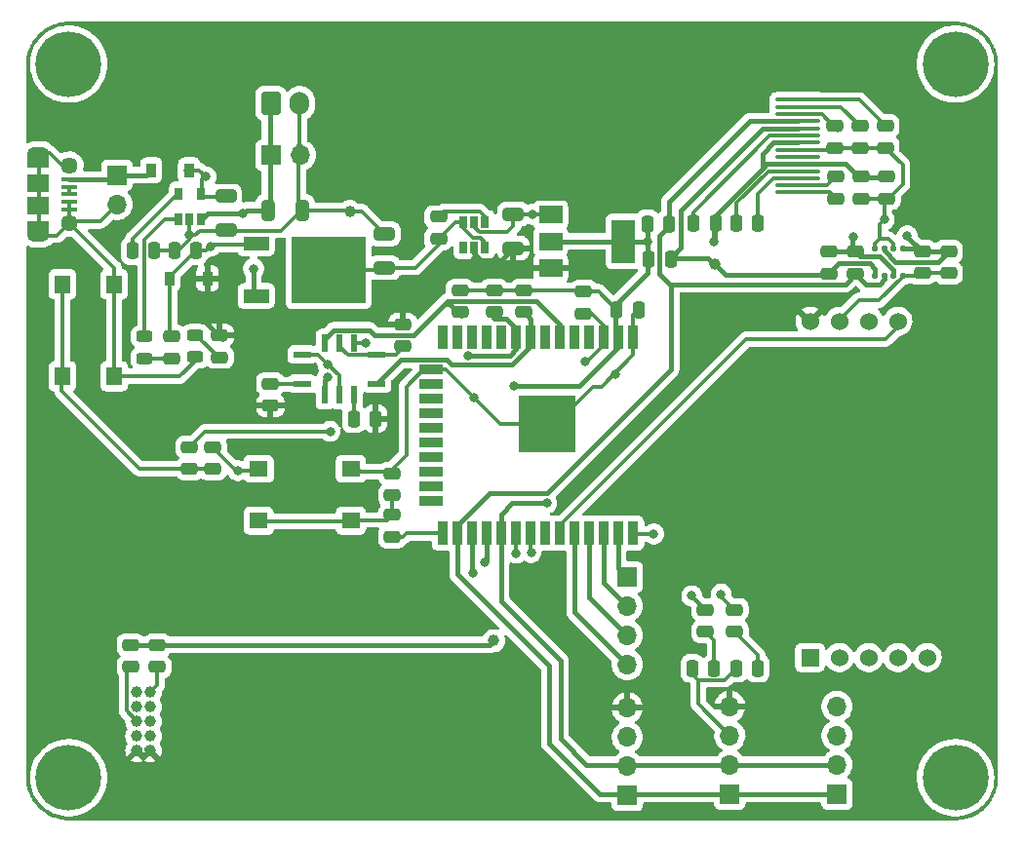
<source format=gbr>
%TF.GenerationSoftware,KiCad,Pcbnew,(5.99.0-8928-gc255dede17)*%
%TF.CreationDate,2021-03-21T11:37:15-07:00*%
%TF.ProjectId,smbpcb,736d6270-6362-42e6-9b69-6361645f7063,rev?*%
%TF.SameCoordinates,Original*%
%TF.FileFunction,Copper,L1,Top*%
%TF.FilePolarity,Positive*%
%FSLAX46Y46*%
G04 Gerber Fmt 4.6, Leading zero omitted, Abs format (unit mm)*
G04 Created by KiCad (PCBNEW (5.99.0-8928-gc255dede17)) date 2021-03-21 11:37:15*
%MOMM*%
%LPD*%
G01*
G04 APERTURE LIST*
G04 Aperture macros list*
%AMRoundRect*
0 Rectangle with rounded corners*
0 $1 Rounding radius*
0 $2 $3 $4 $5 $6 $7 $8 $9 X,Y pos of 4 corners*
0 Add a 4 corners polygon primitive as box body*
4,1,4,$2,$3,$4,$5,$6,$7,$8,$9,$2,$3,0*
0 Add four circle primitives for the rounded corners*
1,1,$1+$1,$2,$3*
1,1,$1+$1,$4,$5*
1,1,$1+$1,$6,$7*
1,1,$1+$1,$8,$9*
0 Add four rect primitives between the rounded corners*
20,1,$1+$1,$2,$3,$4,$5,0*
20,1,$1+$1,$4,$5,$6,$7,0*
20,1,$1+$1,$6,$7,$8,$9,0*
20,1,$1+$1,$8,$9,$2,$3,0*%
G04 Aperture macros list end*
%TA.AperFunction,SMDPad,CuDef*%
%ADD10R,0.900000X1.200000*%
%TD*%
%TA.AperFunction,SMDPad,CuDef*%
%ADD11RoundRect,0.250000X-0.250000X-0.475000X0.250000X-0.475000X0.250000X0.475000X-0.250000X0.475000X0*%
%TD*%
%TA.AperFunction,SMDPad,CuDef*%
%ADD12RoundRect,0.250000X-0.475000X0.250000X-0.475000X-0.250000X0.475000X-0.250000X0.475000X0.250000X0*%
%TD*%
%TA.AperFunction,SMDPad,CuDef*%
%ADD13RoundRect,0.250000X0.475000X-0.250000X0.475000X0.250000X-0.475000X0.250000X-0.475000X-0.250000X0*%
%TD*%
%TA.AperFunction,SMDPad,CuDef*%
%ADD14RoundRect,0.250000X0.250000X0.475000X-0.250000X0.475000X-0.250000X-0.475000X0.250000X-0.475000X0*%
%TD*%
%TA.AperFunction,SMDPad,CuDef*%
%ADD15R,2.000000X1.500000*%
%TD*%
%TA.AperFunction,SMDPad,CuDef*%
%ADD16R,2.000000X3.800000*%
%TD*%
%TA.AperFunction,SMDPad,CuDef*%
%ADD17R,0.650000X1.060000*%
%TD*%
%TA.AperFunction,ComponentPad*%
%ADD18R,1.700000X1.700000*%
%TD*%
%TA.AperFunction,ComponentPad*%
%ADD19O,1.700000X1.700000*%
%TD*%
%TA.AperFunction,SMDPad,CuDef*%
%ADD20RoundRect,0.250000X0.650000X-0.325000X0.650000X0.325000X-0.650000X0.325000X-0.650000X-0.325000X0*%
%TD*%
%TA.AperFunction,SMDPad,CuDef*%
%ADD21R,2.200000X1.200000*%
%TD*%
%TA.AperFunction,SMDPad,CuDef*%
%ADD22R,6.400000X5.800000*%
%TD*%
%TA.AperFunction,SMDPad,CuDef*%
%ADD23RoundRect,0.125000X0.125000X0.137500X-0.125000X0.137500X-0.125000X-0.137500X0.125000X-0.137500X0*%
%TD*%
%TA.AperFunction,ComponentPad*%
%ADD24R,1.524000X1.524000*%
%TD*%
%TA.AperFunction,ComponentPad*%
%ADD25C,1.524000*%
%TD*%
%TA.AperFunction,SMDPad,CuDef*%
%ADD26R,1.400000X1.600000*%
%TD*%
%TA.AperFunction,SMDPad,CuDef*%
%ADD27R,1.350000X0.400000*%
%TD*%
%TA.AperFunction,SMDPad,CuDef*%
%ADD28R,1.900000X1.500000*%
%TD*%
%TA.AperFunction,SMDPad,CuDef*%
%ADD29R,1.900000X1.200000*%
%TD*%
%TA.AperFunction,ComponentPad*%
%ADD30O,1.900000X1.200000*%
%TD*%
%TA.AperFunction,ComponentPad*%
%ADD31C,1.450000*%
%TD*%
%TA.AperFunction,ComponentPad*%
%ADD32C,1.000000*%
%TD*%
%TA.AperFunction,ComponentPad*%
%ADD33C,5.700000*%
%TD*%
%TA.AperFunction,SMDPad,CuDef*%
%ADD34RoundRect,0.250000X-0.325000X-0.650000X0.325000X-0.650000X0.325000X0.650000X-0.325000X0.650000X0*%
%TD*%
%TA.AperFunction,ComponentPad*%
%ADD35RoundRect,0.250000X-0.600000X-0.750000X0.600000X-0.750000X0.600000X0.750000X-0.600000X0.750000X0*%
%TD*%
%TA.AperFunction,ComponentPad*%
%ADD36O,1.700000X2.000000*%
%TD*%
%TA.AperFunction,SMDPad,CuDef*%
%ADD37RoundRect,0.250000X-0.650000X0.325000X-0.650000X-0.325000X0.650000X-0.325000X0.650000X0.325000X0*%
%TD*%
%TA.AperFunction,SMDPad,CuDef*%
%ADD38RoundRect,0.243750X0.456250X-0.243750X0.456250X0.243750X-0.456250X0.243750X-0.456250X-0.243750X0*%
%TD*%
%TA.AperFunction,SMDPad,CuDef*%
%ADD39R,1.600000X1.400000*%
%TD*%
%TA.AperFunction,SMDPad,CuDef*%
%ADD40RoundRect,0.243750X-0.456250X0.243750X-0.456250X-0.243750X0.456250X-0.243750X0.456250X0.243750X0*%
%TD*%
%TA.AperFunction,SMDPad,CuDef*%
%ADD41O,4.000000X0.320000*%
%TD*%
%TA.AperFunction,SMDPad,CuDef*%
%ADD42R,0.600000X1.500000*%
%TD*%
%TA.AperFunction,SMDPad,CuDef*%
%ADD43R,1.500000X0.600000*%
%TD*%
%TA.AperFunction,SMDPad,CuDef*%
%ADD44R,0.900000X2.000000*%
%TD*%
%TA.AperFunction,SMDPad,CuDef*%
%ADD45R,2.000000X0.900000*%
%TD*%
%TA.AperFunction,SMDPad,CuDef*%
%ADD46R,5.000000X5.000000*%
%TD*%
%TA.AperFunction,ViaPad*%
%ADD47C,1.000000*%
%TD*%
%TA.AperFunction,ViaPad*%
%ADD48C,0.800000*%
%TD*%
%TA.AperFunction,Conductor*%
%ADD49C,0.400000*%
%TD*%
%TA.AperFunction,Conductor*%
%ADD50C,0.300000*%
%TD*%
G04 APERTURE END LIST*
D10*
%TO.P,D5,1,K*%
%TO.N,Net-(5V_IN1-Pad1)*%
X62910000Y-35115000D03*
%TO.P,D5,2,A*%
%TO.N,Net-(C1-Pad1)*%
X66210000Y-35115000D03*
%TD*%
D11*
%TO.P,R12,1*%
%TO.N,GND*%
X109900000Y-78400000D03*
%TO.P,R12,2*%
%TO.N,Net-(D6-Pad1)*%
X111800000Y-78400000D03*
%TD*%
D12*
%TO.P,R9,1*%
%TO.N,+3V3*%
X92700000Y-45550000D03*
%TO.P,R9,2*%
%TO.N,NO2*%
X92700000Y-47450000D03*
%TD*%
D13*
%TO.P,R28,1*%
%TO.N,Net-(D4-Pad2)*%
X64660000Y-51465000D03*
%TO.P,R28,2*%
%TO.N,Net-(C1-Pad1)*%
X64660000Y-49565000D03*
%TD*%
%TO.P,R26,1*%
%TO.N,Net-(C16-Pad2)*%
X66260000Y-61060000D03*
%TO.P,R26,2*%
%TO.N,EN*%
X66260000Y-59160000D03*
%TD*%
D14*
%TO.P,R2,1*%
%TO.N,+3V3*%
X111910000Y-39715000D03*
%TO.P,R2,2*%
%TO.N,Net-(R2-Pad2)*%
X110010000Y-39715000D03*
%TD*%
D15*
%TO.P,U7,1,ADJ*%
%TO.N,GND*%
X97605000Y-39000000D03*
%TO.P,U7,2,VO*%
%TO.N,+3V3*%
X97605000Y-41300000D03*
D16*
X103905000Y-41300000D03*
D15*
%TO.P,U7,3,VI*%
%TO.N,+5V*%
X97605000Y-43600000D03*
%TD*%
D13*
%TO.P,R6,1*%
%TO.N,GND*%
X122260000Y-33165000D03*
%TO.P,R6,2*%
%TO.N,Net-(R6-Pad2)*%
X122260000Y-31265000D03*
%TD*%
%TO.P,D2,1,K*%
%TO.N,Net-(D2-Pad1)*%
X113550000Y-75200000D03*
%TO.P,D2,2,A*%
%TO.N,LED_BLUE*%
X113550000Y-73300000D03*
%TD*%
D17*
%TO.P,U1,1,STAT*%
%TO.N,Net-(D4-Pad1)*%
X65305000Y-39350000D03*
%TO.P,U1,2,VSS*%
%TO.N,GND*%
X66255000Y-39350000D03*
%TO.P,U1,3,VBAT*%
%TO.N,Net-(BT1-Pad1)*%
X67205000Y-39350000D03*
%TO.P,U1,4,VDD*%
%TO.N,Net-(C1-Pad1)*%
X67205000Y-37150000D03*
%TO.P,U1,5,PROG*%
%TO.N,Net-(R1-Pad1)*%
X65305000Y-37150000D03*
%TD*%
D18*
%TO.P,EXT_BATT1,1,Pin_1*%
%TO.N,Net-(BT1-Pad1)*%
X73335000Y-33815000D03*
D19*
%TO.P,EXT_BATT1,2,Pin_2*%
%TO.N,GND*%
X75875000Y-33815000D03*
%TD*%
D20*
%TO.P,C3,1*%
%TO.N,Net-(C3-Pad1)*%
X83160000Y-43590000D03*
%TO.P,C3,2*%
%TO.N,GND*%
X83160000Y-40640000D03*
%TD*%
D18*
%TO.P,AUX_CONN2,1,Pin_1*%
%TO.N,SDA*%
X104250000Y-89450000D03*
D19*
%TO.P,AUX_CONN2,2,Pin_2*%
%TO.N,SCL*%
X104250000Y-86910000D03*
%TO.P,AUX_CONN2,3,Pin_3*%
%TO.N,GND*%
X104250000Y-84370000D03*
%TO.P,AUX_CONN2,4,Pin_4*%
%TO.N,+5V*%
X104250000Y-81830000D03*
%TD*%
D21*
%TO.P,Q1,1,G*%
%TO.N,Net-(C1-Pad1)*%
X72027000Y-41478200D03*
D22*
%TO.P,Q1,2,D*%
%TO.N,Net-(C3-Pad1)*%
X78327000Y-43758200D03*
D21*
%TO.P,Q1,3,S*%
%TO.N,Net-(BT1-Pad1)*%
X72027000Y-46038200D03*
%TD*%
D11*
%TO.P,R1,1*%
%TO.N,Net-(R1-Pad1)*%
X61310000Y-42115000D03*
%TO.P,R1,2*%
%TO.N,GND*%
X63210000Y-42115000D03*
%TD*%
D14*
%TO.P,C6,1*%
%TO.N,Net-(C6-Pad1)*%
X115610000Y-39715000D03*
%TO.P,C6,2*%
%TO.N,Net-(C6-Pad2)*%
X113710000Y-39715000D03*
%TD*%
D20*
%TO.P,C4,1*%
%TO.N,+5V*%
X94360000Y-41890000D03*
%TO.P,C4,2*%
%TO.N,GND*%
X94360000Y-38940000D03*
%TD*%
D23*
%TO.P,U5,1,GND*%
%TO.N,GND*%
X128158300Y-44317400D03*
%TO.P,U5,2,CSB*%
%TO.N,+3V3*%
X127358300Y-44317400D03*
%TO.P,U5,3,SDI*%
%TO.N,SDA*%
X126558300Y-44317400D03*
%TO.P,U5,4,SCK*%
%TO.N,SCL*%
X125758300Y-44317400D03*
%TO.P,U5,5,SDO*%
%TO.N,GND*%
X125758300Y-41942400D03*
%TO.P,U5,6,VDDIO*%
%TO.N,+3V3*%
X126558300Y-41942400D03*
%TO.P,U5,7,GND*%
%TO.N,GND*%
X127358300Y-41942400D03*
%TO.P,U5,8,VDD*%
%TO.N,+3V3*%
X128158300Y-41942400D03*
%TD*%
D12*
%TO.P,R22,1*%
%TO.N,+3V3*%
X63460000Y-76365000D03*
%TO.P,R22,2*%
%TO.N,Net-(J2-Pad10)*%
X63460000Y-78265000D03*
%TD*%
D11*
%TO.P,R3,1*%
%TO.N,+3V3*%
X106110000Y-42815000D03*
%TO.P,R3,2*%
%TO.N,SCL*%
X108010000Y-42815000D03*
%TD*%
D13*
%TO.P,L1,1,1*%
%TO.N,Net-(C3-Pad1)*%
X87860000Y-41065000D03*
%TO.P,L1,2,2*%
%TO.N,Net-(L1-Pad2)*%
X87860000Y-39165000D03*
%TD*%
%TO.P,C10,1*%
%TO.N,GND*%
X126660000Y-33165000D03*
%TO.P,C10,2*%
%TO.N,Net-(C10-Pad2)*%
X126660000Y-31265000D03*
%TD*%
%TO.P,C5,1*%
%TO.N,Net-(C5-Pad1)*%
X122360000Y-37565000D03*
%TO.P,C5,2*%
%TO.N,Net-(C5-Pad2)*%
X122360000Y-35665000D03*
%TD*%
D12*
%TO.P,C12,1*%
%TO.N,+3V3*%
X129860000Y-42165000D03*
%TO.P,C12,2*%
%TO.N,GND*%
X129860000Y-44065000D03*
%TD*%
%TO.P,R24,1*%
%TO.N,Net-(C15-Pad2)*%
X83860000Y-65065000D03*
%TO.P,R24,2*%
%TO.N,IO0*%
X83860000Y-66965000D03*
%TD*%
D24*
%TO.P,U6,1,Vout*%
%TO.N,unconnected-(U6-Pad1)*%
X120115000Y-77452500D03*
D25*
%TO.P,U6,2,RXD*%
%TO.N,unconnected-(U6-Pad2)*%
X122655000Y-77452500D03*
%TO.P,U6,3,TXD*%
%TO.N,unconnected-(U6-Pad3)*%
X125195000Y-77452500D03*
%TO.P,U6,4,SR*%
%TO.N,unconnected-(U6-Pad4)*%
X127735000Y-77452500D03*
%TO.P,U6,5,HD*%
%TO.N,unconnected-(U6-Pad5)*%
X130275000Y-77452500D03*
%TO.P,U6,6,Vin*%
%TO.N,+5V*%
X120115000Y-48242500D03*
%TO.P,U6,7,GND*%
%TO.N,GND*%
X122655000Y-48242500D03*
%TO.P,U6,8,A0T*%
%TO.N,unconnected-(U6-Pad8)*%
X125195000Y-48242500D03*
%TO.P,U6,9,PWM*%
%TO.N,pwm_mhz19b*%
X127735000Y-48242500D03*
%TD*%
D12*
%TO.P,C16,1*%
%TO.N,GND*%
X68260000Y-59165000D03*
%TO.P,C16,2*%
%TO.N,Net-(C16-Pad2)*%
X68260000Y-61065000D03*
%TD*%
%TO.P,R20,1*%
%TO.N,Net-(IC1-PadK)*%
X73260000Y-53665000D03*
%TO.P,R20,2*%
%TO.N,+5V*%
X73260000Y-55565000D03*
%TD*%
D26*
%TO.P,SW2,1,1*%
%TO.N,Net-(C16-Pad2)*%
X55210000Y-45015000D03*
X55210000Y-53015000D03*
%TO.P,SW2,2,2*%
%TO.N,GND*%
X59710000Y-45015000D03*
X59710000Y-53015000D03*
%TD*%
D13*
%TO.P,D6,1,K*%
%TO.N,Net-(D6-Pad1)*%
X111050000Y-75200000D03*
%TO.P,D6,2,A*%
%TO.N,LED_GREEN*%
X111050000Y-73300000D03*
%TD*%
D17*
%TO.P,U2,1,SW*%
%TO.N,Net-(L1-Pad2)*%
X91910000Y-39615000D03*
%TO.P,U2,2,GND*%
%TO.N,GND*%
X90960000Y-39615000D03*
%TO.P,U2,3,EN*%
%TO.N,Net-(C3-Pad1)*%
X90010000Y-39615000D03*
%TO.P,U2,4,NC/FB*%
%TO.N,unconnected-(U2-Pad4)*%
X90010000Y-41815000D03*
%TO.P,U2,5,VOUT*%
%TO.N,+5V*%
X90960000Y-41815000D03*
%TO.P,U2,6,VCC*%
%TO.N,Net-(C3-Pad1)*%
X91910000Y-41815000D03*
%TD*%
D27*
%TO.P,J1,1,VBUS*%
%TO.N,Net-(5V_IN1-Pad1)*%
X55822500Y-35915000D03*
%TO.P,J1,2,D-*%
%TO.N,Net-(J1-Pad2)*%
X55822500Y-36565000D03*
%TO.P,J1,3,D+*%
X55822500Y-37215000D03*
%TO.P,J1,4,ID*%
%TO.N,GND*%
X55822500Y-37865000D03*
%TO.P,J1,5,GND*%
X55822500Y-38515000D03*
D28*
%TO.P,J1,6,Shield*%
X53122500Y-36215000D03*
D29*
X53122500Y-34315000D03*
D30*
X53122500Y-33715000D03*
D28*
X53122500Y-38215000D03*
D29*
X53122500Y-40115000D03*
D30*
X53122500Y-40715000D03*
D31*
X55822500Y-34715000D03*
X55822500Y-39715000D03*
%TD*%
D32*
%TO.P,J2,1,Pin_1*%
%TO.N,+5V*%
X61680000Y-85555000D03*
%TO.P,J2,2,Pin_2*%
X62840000Y-85555000D03*
%TO.P,J2,3,Pin_3*%
%TO.N,GND*%
X61680000Y-84285000D03*
%TO.P,J2,4,Pin_4*%
X62840000Y-84285000D03*
%TO.P,J2,5,Pin_5*%
%TO.N,Net-(J2-Pad5)*%
X61680000Y-83015000D03*
%TO.P,J2,6,Pin_6*%
%TO.N,unconnected-(J2-Pad6)*%
X62840000Y-83015000D03*
%TO.P,J2,7,Pin_7*%
%TO.N,ESP_RX2*%
X61680000Y-81745000D03*
%TO.P,J2,8,Pin_8*%
%TO.N,unconnected-(J2-Pad8)*%
X62840000Y-81745000D03*
%TO.P,J2,9,Pin_9*%
%TO.N,ESP_TX2*%
X61680000Y-80475000D03*
%TO.P,J2,10,Pin_10*%
%TO.N,Net-(J2-Pad10)*%
X62840000Y-80475000D03*
%TD*%
D33*
%TO.P,,1*%
%TO.N,GND*%
X55755000Y-87900000D03*
%TD*%
D18*
%TO.P,5V_IN1,1,Pin_1*%
%TO.N,Net-(5V_IN1-Pad1)*%
X59960000Y-35540000D03*
D19*
%TO.P,5V_IN1,2,Pin_2*%
%TO.N,GND*%
X59960000Y-38080000D03*
%TD*%
D33*
%TO.P,REF\u002A\u002A,1*%
%TO.N,GND*%
X132755000Y-25900000D03*
%TD*%
D12*
%TO.P,C7,1*%
%TO.N,+3V3*%
X126760000Y-35665000D03*
%TO.P,C7,2*%
%TO.N,GND*%
X126760000Y-37565000D03*
%TD*%
D18*
%TO.P,AUX_CONN1,1,Pin_1*%
%TO.N,ESP_TX1*%
X104250000Y-70450000D03*
D19*
%TO.P,AUX_CONN1,2,Pin_2*%
%TO.N,ESP_RX1*%
X104250000Y-72990000D03*
%TO.P,AUX_CONN1,3,Pin_3*%
%TO.N,ESP_TX0*%
X104250000Y-75530000D03*
%TO.P,AUX_CONN1,4,Pin_4*%
%TO.N,ESP_RX0*%
X104250000Y-78070000D03*
%TD*%
D34*
%TO.P,C2,1*%
%TO.N,Net-(BT1-Pad1)*%
X73085000Y-38600000D03*
%TO.P,C2,2*%
%TO.N,GND*%
X76035000Y-38600000D03*
%TD*%
D33*
%TO.P,MOUNT4,1*%
%TO.N,GND*%
X132755000Y-87900000D03*
%TD*%
D12*
%TO.P,R25,1*%
%TO.N,+5V*%
X68860000Y-49465000D03*
%TO.P,R25,2*%
%TO.N,Net-(D3-Pad2)*%
X68860000Y-51365000D03*
%TD*%
D35*
%TO.P,BT1,1,+*%
%TO.N,Net-(BT1-Pad1)*%
X73305000Y-29315000D03*
D36*
%TO.P,BT1,2,-*%
%TO.N,GND*%
X75805000Y-29315000D03*
%TD*%
D37*
%TO.P,C1,1*%
%TO.N,Net-(C1-Pad1)*%
X69410000Y-37390000D03*
%TO.P,C1,2*%
%TO.N,GND*%
X69410000Y-40340000D03*
%TD*%
D38*
%TO.P,D3,1,K*%
%TO.N,GND*%
X66760000Y-51352500D03*
%TO.P,D3,2,A*%
%TO.N,Net-(D3-Pad2)*%
X66760000Y-49477500D03*
%TD*%
D12*
%TO.P,R8,1*%
%TO.N,+3V3*%
X95300000Y-45550000D03*
%TO.P,R8,2*%
%TO.N,NH3*%
X95300000Y-47450000D03*
%TD*%
D10*
%TO.P,D1,1,K*%
%TO.N,+5V*%
X67810000Y-44515000D03*
%TO.P,D1,2,A*%
%TO.N,Net-(C1-Pad1)*%
X64510000Y-44515000D03*
%TD*%
D13*
%TO.P,R23,1*%
%TO.N,Net-(J2-Pad5)*%
X61160000Y-78265000D03*
%TO.P,R23,2*%
%TO.N,+3V3*%
X61160000Y-76365000D03*
%TD*%
D12*
%TO.P,R18,1*%
%TO.N,+3V3*%
X121760000Y-42215000D03*
%TO.P,R18,2*%
%TO.N,SCL*%
X121760000Y-44115000D03*
%TD*%
D11*
%TO.P,R5,1*%
%TO.N,+3V3*%
X106010000Y-39765000D03*
%TO.P,R5,2*%
%TO.N,SDA*%
X107910000Y-39765000D03*
%TD*%
D33*
%TO.P,REF\u002A\u002A,1*%
%TO.N,GND*%
X55755000Y-25900000D03*
%TD*%
D11*
%TO.P,C17,1*%
%TO.N,+3V3*%
X103310000Y-47215000D03*
%TO.P,C17,2*%
%TO.N,GND*%
X105210000Y-47215000D03*
%TD*%
D12*
%TO.P,C8,1*%
%TO.N,+3V3*%
X124560000Y-35665000D03*
%TO.P,C8,2*%
%TO.N,GND*%
X124560000Y-37565000D03*
%TD*%
D18*
%TO.P,AUX_CONN3,1,Pin_1*%
%TO.N,SDA*%
X113160000Y-89315000D03*
D19*
%TO.P,AUX_CONN3,2,Pin_2*%
%TO.N,SCL*%
X113160000Y-86775000D03*
%TO.P,AUX_CONN3,3,Pin_3*%
%TO.N,GND*%
X113160000Y-84235000D03*
%TO.P,AUX_CONN3,4,Pin_4*%
%TO.N,+5V*%
X113160000Y-81695000D03*
%TD*%
D12*
%TO.P,C15,1*%
%TO.N,GND*%
X83860000Y-61465000D03*
%TO.P,C15,2*%
%TO.N,Net-(C15-Pad2)*%
X83860000Y-63365000D03*
%TD*%
D39*
%TO.P,SW1,1,1*%
%TO.N,Net-(C15-Pad2)*%
X72260000Y-65565000D03*
X80260000Y-65565000D03*
%TO.P,SW1,2,2*%
%TO.N,GND*%
X80260000Y-61065000D03*
X72260000Y-61065000D03*
%TD*%
D40*
%TO.P,D4,1,K*%
%TO.N,Net-(D4-Pad1)*%
X62360000Y-49577500D03*
%TO.P,D4,2,A*%
%TO.N,Net-(D4-Pad2)*%
X62360000Y-51452500D03*
%TD*%
D13*
%TO.P,R27,1*%
%TO.N,EN*%
X100460000Y-47565000D03*
%TO.P,R27,2*%
%TO.N,+3V3*%
X100460000Y-45665000D03*
%TD*%
D41*
%TO.P,U4,1,C2P*%
%TO.N,Net-(C5-Pad1)*%
X119071800Y-37054400D03*
%TO.P,U4,2,C2N*%
%TO.N,Net-(C5-Pad2)*%
X119071800Y-36434400D03*
%TO.P,U4,3,C1P*%
%TO.N,Net-(C6-Pad1)*%
X119071800Y-35814400D03*
%TO.P,U4,4,C1N*%
%TO.N,Net-(C6-Pad2)*%
X119071800Y-35194400D03*
%TO.P,U4,5,VBAT*%
%TO.N,+3V3*%
X119071800Y-34574400D03*
%TO.P,U4,6,NC*%
%TO.N,unconnected-(U4-Pad6)*%
X119071800Y-33954400D03*
%TO.P,U4,7,VSS*%
%TO.N,GND*%
X119071800Y-33334400D03*
%TO.P,U4,8,VDD*%
%TO.N,+3V3*%
X119071800Y-32714400D03*
%TO.P,U4,9,~RES*%
%TO.N,Net-(R2-Pad2)*%
X119071800Y-32094400D03*
%TO.P,U4,10,SCL*%
%TO.N,SCL*%
X119071800Y-31474400D03*
%TO.P,U4,11,SDA*%
%TO.N,SDA*%
X119071800Y-30854400D03*
%TO.P,U4,12,IREF*%
%TO.N,Net-(R6-Pad2)*%
X119071800Y-30234400D03*
%TO.P,U4,13,VCOMH*%
%TO.N,Net-(C9-Pad2)*%
X119071800Y-29614400D03*
%TO.P,U4,14,VCC*%
%TO.N,Net-(C10-Pad2)*%
X119071800Y-28994400D03*
%TD*%
D42*
%TO.P,IC1,A,A*%
%TO.N,NO2*%
X78005000Y-54650000D03*
%TO.P,IC1,B,B*%
%TO.N,GND*%
X79255000Y-54650000D03*
%TO.P,IC1,C,C*%
%TO.N,Net-(IC1-PadC)*%
X80505000Y-54650000D03*
D43*
%TO.P,IC1,D,D*%
%TO.N,NH3*%
X82505000Y-53670000D03*
%TO.P,IC1,E,E*%
%TO.N,Net-(IC1-PadE)*%
X82505000Y-51130000D03*
D42*
%TO.P,IC1,F,F*%
%TO.N,GND*%
X80505000Y-50150000D03*
%TO.P,IC1,G,G*%
%TO.N,Net-(IC1-PadE)*%
X79255000Y-50150000D03*
%TO.P,IC1,H,H*%
%TO.N,CO*%
X78005000Y-50150000D03*
D43*
%TO.P,IC1,J,J*%
%TO.N,GND*%
X76005000Y-51130000D03*
%TO.P,IC1,K,K*%
%TO.N,Net-(IC1-PadK)*%
X76005000Y-53670000D03*
%TD*%
D11*
%TO.P,R11,1*%
%TO.N,GND*%
X113700000Y-78400000D03*
%TO.P,R11,2*%
%TO.N,Net-(D2-Pad1)*%
X115600000Y-78400000D03*
%TD*%
D13*
%TO.P,C9,1*%
%TO.N,GND*%
X124460000Y-33165000D03*
%TO.P,C9,2*%
%TO.N,Net-(C9-Pad2)*%
X124460000Y-31265000D03*
%TD*%
D12*
%TO.P,R10,1*%
%TO.N,+5V*%
X84760000Y-48515000D03*
%TO.P,R10,2*%
%TO.N,Net-(IC1-PadE)*%
X84760000Y-50415000D03*
%TD*%
D13*
%TO.P,C13,1*%
%TO.N,GND*%
X132160000Y-44065000D03*
%TO.P,C13,2*%
%TO.N,+3V3*%
X132160000Y-42165000D03*
%TD*%
D12*
%TO.P,R7,1*%
%TO.N,+3V3*%
X89750000Y-45550000D03*
%TO.P,R7,2*%
%TO.N,CO*%
X89750000Y-47450000D03*
%TD*%
%TO.P,R17,1*%
%TO.N,+3V3*%
X124060000Y-42215000D03*
%TO.P,R17,2*%
%TO.N,SDA*%
X124060000Y-44115000D03*
%TD*%
D14*
%TO.P,R4,1*%
%TO.N,Net-(C1-Pad1)*%
X66810000Y-42115000D03*
%TO.P,R4,2*%
%TO.N,GND*%
X64910000Y-42115000D03*
%TD*%
D44*
%TO.P,U3,1,GND*%
%TO.N,GND*%
X104755000Y-49650000D03*
%TO.P,U3,2,VDD*%
%TO.N,+3V3*%
X103485000Y-49650000D03*
%TO.P,U3,3,EN*%
%TO.N,EN*%
X102215000Y-49650000D03*
%TO.P,U3,4,SENSOR_VP*%
%TO.N,unconnected-(U3-Pad4)*%
X100945000Y-49650000D03*
%TO.P,U3,5,SENSOR_VN*%
%TO.N,unconnected-(U3-Pad5)*%
X99675000Y-49650000D03*
%TO.P,U3,6,IO34*%
%TO.N,CO*%
X98405000Y-49650000D03*
%TO.P,U3,7,IO35*%
%TO.N,unconnected-(U3-Pad7)*%
X97135000Y-49650000D03*
%TO.P,U3,8,IO32*%
%TO.N,NH3*%
X95865000Y-49650000D03*
%TO.P,U3,9,IO33*%
%TO.N,NO2*%
X94595000Y-49650000D03*
%TO.P,U3,10,IO25*%
%TO.N,unconnected-(U3-Pad10)*%
X93325000Y-49650000D03*
%TO.P,U3,11,IO26*%
%TO.N,unconnected-(U3-Pad11)*%
X92055000Y-49650000D03*
%TO.P,U3,12,IO27*%
%TO.N,unconnected-(U3-Pad12)*%
X90785000Y-49650000D03*
%TO.P,U3,13,IO14*%
%TO.N,unconnected-(U3-Pad13)*%
X89515000Y-49650000D03*
%TO.P,U3,14,IO12*%
%TO.N,unconnected-(U3-Pad14)*%
X88245000Y-49650000D03*
D45*
%TO.P,U3,15,GND*%
%TO.N,GND*%
X87245000Y-52435000D03*
%TO.P,U3,16,IO13*%
%TO.N,unconnected-(U3-Pad16)*%
X87245000Y-53705000D03*
%TO.P,U3,17,SHD/SD2*%
%TO.N,unconnected-(U3-Pad17)*%
X87245000Y-54975000D03*
%TO.P,U3,18,SWP/SD3*%
%TO.N,unconnected-(U3-Pad18)*%
X87245000Y-56245000D03*
%TO.P,U3,19,SCS/CMD*%
%TO.N,unconnected-(U3-Pad19)*%
X87245000Y-57515000D03*
%TO.P,U3,20,SCK/CLK*%
%TO.N,unconnected-(U3-Pad20)*%
X87245000Y-58785000D03*
%TO.P,U3,21,SDO/SD0*%
%TO.N,unconnected-(U3-Pad21)*%
X87245000Y-60055000D03*
%TO.P,U3,22,SDI/SD1*%
%TO.N,unconnected-(U3-Pad22)*%
X87245000Y-61325000D03*
%TO.P,U3,23,IO15*%
%TO.N,unconnected-(U3-Pad23)*%
X87245000Y-62595000D03*
%TO.P,U3,24,IO2*%
%TO.N,unconnected-(U3-Pad24)*%
X87245000Y-63865000D03*
D44*
%TO.P,U3,25,IO0*%
%TO.N,IO0*%
X88245000Y-66650000D03*
%TO.P,U3,26,IO4*%
%TO.N,SDA*%
X89515000Y-66650000D03*
%TO.P,U3,27,IO16*%
%TO.N,ESP_TX2*%
X90785000Y-66650000D03*
%TO.P,U3,28,IO17*%
%TO.N,ESP_RX2*%
X92055000Y-66650000D03*
%TO.P,U3,29,IO5*%
%TO.N,SCL*%
X93325000Y-66650000D03*
%TO.P,U3,30,IO18*%
%TO.N,LED_GREEN*%
X94595000Y-66650000D03*
%TO.P,U3,31,IO19*%
%TO.N,LED_BLUE*%
X95865000Y-66650000D03*
%TO.P,U3,32,NC*%
%TO.N,unconnected-(U3-Pad32)*%
X97135000Y-66650000D03*
%TO.P,U3,33,IO21*%
%TO.N,pwm_mhz19b*%
X98405000Y-66650000D03*
%TO.P,U3,34,RXD0/IO3*%
%TO.N,ESP_RX0*%
X99675000Y-66650000D03*
%TO.P,U3,35,TXD0/IO1*%
%TO.N,ESP_TX0*%
X100945000Y-66650000D03*
%TO.P,U3,36,IO22*%
%TO.N,ESP_RX1*%
X102215000Y-66650000D03*
%TO.P,U3,37,IO23*%
%TO.N,ESP_TX1*%
X103485000Y-66650000D03*
%TO.P,U3,38,GND*%
%TO.N,GND*%
X104755000Y-66650000D03*
D46*
%TO.P,U3,39,GND*%
X97255000Y-57150000D03*
%TD*%
D11*
%TO.P,R19,1*%
%TO.N,Net-(IC1-PadC)*%
X80510000Y-56715000D03*
%TO.P,R19,2*%
%TO.N,+5V*%
X82410000Y-56715000D03*
%TD*%
D18*
%TO.P,AUX_CONN4,1,Pin_1*%
%TO.N,SDA*%
X122460000Y-89315000D03*
D19*
%TO.P,AUX_CONN4,2,Pin_2*%
%TO.N,SCL*%
X122460000Y-86775000D03*
%TO.P,AUX_CONN4,3,Pin_3*%
%TO.N,GND*%
X122460000Y-84235000D03*
%TO.P,AUX_CONN4,4,Pin_4*%
%TO.N,+3V3*%
X122460000Y-81695000D03*
%TD*%
D47*
%TO.N,+3V3*%
X92650000Y-76000000D03*
D48*
%TO.N,LED_BLUE*%
X112400000Y-71950000D03*
%TO.N,LED_GREEN*%
X109850000Y-72100000D03*
D47*
%TO.N,SCL*%
X111860000Y-43315000D03*
D48*
%TO.N,LED_BLUE*%
X95900000Y-68323000D03*
%TO.N,LED_GREEN*%
X94600000Y-68400000D03*
%TO.N,GND*%
X90960000Y-54915000D03*
X66260000Y-40715000D03*
X126560000Y-39415000D03*
X81560000Y-50115000D03*
X78260000Y-51965000D03*
X70460000Y-61215000D03*
X106560000Y-66715000D03*
X95985000Y-38940000D03*
X103210000Y-52815000D03*
D47*
X80160000Y-38715000D03*
D48*
%TO.N,+3V3*%
X111760000Y-41315000D03*
X106005000Y-41350000D03*
X94455000Y-53900000D03*
X123860000Y-40915000D03*
X128560000Y-40815000D03*
D47*
%TO.N,+5V*%
X103260000Y-44615000D03*
X109355000Y-47900000D03*
D48*
%TO.N,SCL*%
X97258200Y-64052800D03*
%TO.N,EN*%
X100605000Y-51750000D03*
X78460000Y-57815000D03*
%TO.N,NO2*%
X90460000Y-51215000D03*
X78210000Y-53115000D03*
%TO.N,ESP_RX2*%
X91860000Y-69215000D03*
%TO.N,ESP_TX2*%
X90860000Y-70115000D03*
%TO.N,Net-(C1-Pad1)*%
X67665400Y-35689600D03*
X68060000Y-41715000D03*
%TO.N,Net-(BT1-Pad1)*%
X71805600Y-43659600D03*
X70860000Y-38915000D03*
%TD*%
D49*
%TO.N,+3V3*%
X92650000Y-76000000D02*
X92285000Y-76365000D01*
X92285000Y-76365000D02*
X63460000Y-76365000D01*
D50*
%TO.N,LED_BLUE*%
X112400000Y-71950000D02*
X112400000Y-72150000D01*
X112400000Y-72150000D02*
X113550000Y-73300000D01*
%TO.N,LED_GREEN*%
X109850000Y-72100000D02*
X111050000Y-73300000D01*
%TO.N,Net-(J2-Pad5)*%
X61680000Y-83015000D02*
X60760000Y-82095000D01*
%TO.N,Net-(J2-Pad10)*%
X63460000Y-79855000D02*
X62840000Y-80475000D01*
%TO.N,Net-(J2-Pad5)*%
X60760000Y-82095000D02*
X60760000Y-78665000D01*
%TO.N,Net-(J2-Pad10)*%
X63460000Y-78265000D02*
X63460000Y-79855000D01*
%TO.N,Net-(J2-Pad5)*%
X60760000Y-78665000D02*
X61160000Y-78265000D01*
D49*
%TO.N,ESP_RX0*%
X99675000Y-73495000D02*
X104250000Y-78070000D01*
X99675000Y-66650000D02*
X99675000Y-73495000D01*
%TO.N,ESP_TX0*%
X100945000Y-72225000D02*
X104250000Y-75530000D01*
X100945000Y-66650000D02*
X100945000Y-72225000D01*
%TO.N,ESP_RX1*%
X102215000Y-70955000D02*
X104250000Y-72990000D01*
X102215000Y-66650000D02*
X102215000Y-70955000D01*
%TO.N,ESP_TX1*%
X103485000Y-69685000D02*
X104250000Y-70450000D01*
X103485000Y-66650000D02*
X103485000Y-69685000D01*
%TO.N,SDA*%
X108160000Y-45015000D02*
X108060000Y-45115000D01*
X124060000Y-44115000D02*
X123160000Y-45015000D01*
X123160000Y-45015000D02*
X108160000Y-45015000D01*
X108060000Y-45115000D02*
X107060000Y-44115000D01*
X89515000Y-66650000D02*
X89515000Y-65954000D01*
X89515000Y-65954000D02*
X92305200Y-63163800D01*
X97318800Y-63163800D02*
X108060000Y-52422600D01*
X92305200Y-63163800D02*
X97318800Y-63163800D01*
X108060000Y-52422600D02*
X108060000Y-45115000D01*
X107060000Y-44115000D02*
X107060000Y-40820000D01*
X107060000Y-40820000D02*
X107905000Y-39975000D01*
X107905000Y-39975000D02*
X107905000Y-37816814D01*
X107905000Y-37816814D02*
X114867414Y-30854400D01*
X114867414Y-30854400D02*
X115200600Y-30854400D01*
D50*
%TO.N,LED_BLUE*%
X95865000Y-68288000D02*
X95900000Y-68323000D01*
X95865000Y-66650000D02*
X95865000Y-68288000D01*
%TO.N,LED_GREEN*%
X94600000Y-68400000D02*
X94600000Y-66655000D01*
X94600000Y-66655000D02*
X94595000Y-66650000D01*
%TO.N,GND*%
X110402020Y-79402020D02*
X110402020Y-81477020D01*
X110402020Y-81477020D02*
X113160000Y-84235000D01*
X113700000Y-78400000D02*
X112697980Y-79402020D01*
X112697980Y-79402020D02*
X110402020Y-79402020D01*
X110402020Y-79402020D02*
X109900000Y-78900000D01*
X109900000Y-78900000D02*
X109900000Y-78400000D01*
%TO.N,Net-(D2-Pad1)*%
X113550000Y-75200000D02*
X115600000Y-77250000D01*
X115600000Y-77250000D02*
X115600000Y-78400000D01*
%TO.N,Net-(D6-Pad1)*%
X111050000Y-75200000D02*
X111800000Y-75950000D01*
X111800000Y-75950000D02*
X111800000Y-78400000D01*
%TO.N,GND*%
X113550000Y-78250000D02*
X113700000Y-78400000D01*
%TO.N,pwm_mhz19b*%
X98405000Y-65971380D02*
X114576380Y-49800000D01*
X114576380Y-49800000D02*
X126650000Y-49800000D01*
X126650000Y-49800000D02*
X127735000Y-48715000D01*
X127735000Y-48715000D02*
X127735000Y-48242500D01*
D49*
%TO.N,CO*%
X88410000Y-46765000D02*
X88675000Y-46500000D01*
X88675000Y-46500000D02*
X96400000Y-46500000D01*
X96400000Y-46500000D02*
X98405000Y-48505000D01*
X98405000Y-48505000D02*
X98405000Y-49650000D01*
D50*
%TO.N,GND*%
X66255000Y-40710000D02*
X66260000Y-40715000D01*
X97545000Y-38940000D02*
X97605000Y-39000000D01*
X91456380Y-40515000D02*
X93860000Y-40515000D01*
X121679400Y-33334400D02*
X122329400Y-33334400D01*
X127358300Y-41513300D02*
X126960000Y-41115000D01*
X126960000Y-41115000D02*
X126160000Y-41115000D01*
X55822500Y-38515000D02*
X55822500Y-39715000D01*
X79255000Y-52960000D02*
X79255000Y-54650000D01*
X102020020Y-53904980D02*
X101270020Y-53904980D01*
X93860000Y-40515000D02*
X94360000Y-40015000D01*
X104755000Y-47670000D02*
X105210000Y-47215000D01*
X126091742Y-46415000D02*
X124360000Y-46415000D01*
X97255000Y-57150000D02*
X93295000Y-57150000D01*
X78260000Y-51965000D02*
X77425000Y-51130000D01*
X57280000Y-39535000D02*
X58505000Y-39535000D01*
X75735000Y-38600000D02*
X75735000Y-32955000D01*
X126660000Y-33165000D02*
X128160000Y-34665000D01*
X80460000Y-60665000D02*
X81110000Y-61315000D01*
X129607600Y-44317400D02*
X129860000Y-44065000D01*
X70460000Y-61215000D02*
X70310000Y-61215000D01*
X59710000Y-45015000D02*
X59710000Y-43602500D01*
X83460000Y-61465000D02*
X85060000Y-59865000D01*
X90960000Y-39615000D02*
X90960000Y-40018620D01*
X70310000Y-61215000D02*
X68260000Y-59165000D01*
X69392600Y-40359400D02*
X67115600Y-40359400D01*
X128158300Y-44317400D02*
X128158300Y-44348442D01*
X75735000Y-32955000D02*
X75775000Y-32915000D01*
X97205000Y-39400000D02*
X97605000Y-39000000D01*
X81110000Y-61315000D02*
X83710000Y-61315000D01*
X129860000Y-44065000D02*
X132160000Y-44065000D01*
X66760000Y-40715000D02*
X66260000Y-40715000D01*
X94360000Y-40015000D02*
X94360000Y-38940000D01*
X95885000Y-38940000D02*
X97545000Y-38940000D01*
X106560000Y-66715000D02*
X104820000Y-66715000D01*
X83410000Y-40390000D02*
X83160000Y-40640000D01*
X122655000Y-48120000D02*
X122655000Y-48242500D01*
X95885000Y-38940000D02*
X95985000Y-38940000D01*
X125758300Y-41516700D02*
X125758300Y-41942400D01*
X94360000Y-38940000D02*
X95885000Y-38940000D01*
X127358300Y-41973442D02*
X127358300Y-41942400D01*
X53160000Y-40790000D02*
X54747500Y-40790000D01*
X85060000Y-59865000D02*
X85060000Y-53941380D01*
X54747500Y-40790000D02*
X55822500Y-39715000D01*
X80045000Y-38600000D02*
X75735000Y-38600000D01*
X104755000Y-50415020D02*
X104755000Y-51170000D01*
X80160000Y-38715000D02*
X81235000Y-38715000D01*
X53160000Y-33640000D02*
X53160000Y-40790000D01*
X128160000Y-36315000D02*
X126910000Y-37565000D01*
X104820000Y-66715000D02*
X104755000Y-66650000D01*
X93195000Y-57150000D02*
X97255000Y-57150000D01*
X77425000Y-51130000D02*
X76005000Y-51130000D01*
X69392600Y-40359400D02*
X74175600Y-40359400D01*
X66260000Y-41145000D02*
X66260000Y-40715000D01*
X66860000Y-51552500D02*
X65397500Y-53015000D01*
X55810000Y-38515000D02*
X55810000Y-37865000D01*
X126160000Y-41115000D02*
X125758300Y-41516700D01*
X67115600Y-40359400D02*
X66760000Y-40715000D01*
X66255000Y-40670000D02*
X66255000Y-39350000D01*
X88010020Y-52435000D02*
X88480000Y-52435000D01*
X128160000Y-34665000D02*
X128160000Y-36315000D01*
X127358300Y-41942400D02*
X127358300Y-41513300D01*
X80505000Y-50150000D02*
X81525000Y-50150000D01*
X128158300Y-44348442D02*
X126091742Y-46415000D01*
X63210000Y-42115000D02*
X64910000Y-42115000D01*
X128158300Y-44317400D02*
X129607600Y-44317400D01*
X75775000Y-28577500D02*
X75805000Y-28547500D01*
X86566380Y-52435000D02*
X87245000Y-52435000D01*
X74175600Y-40359400D02*
X75935000Y-38600000D01*
X88480000Y-52435000D02*
X93195000Y-57150000D01*
X52960000Y-33840000D02*
X53160000Y-33640000D01*
X65397500Y-53015000D02*
X59710000Y-53015000D01*
X69082000Y-40670000D02*
X69392600Y-40359400D01*
X66255000Y-40670000D02*
X66255000Y-40710000D01*
X75935000Y-33075000D02*
X75775000Y-32915000D01*
X101270020Y-53904980D02*
X98025000Y-57150000D01*
X55210000Y-40327500D02*
X55822500Y-39715000D01*
X127358300Y-41853500D02*
X127358300Y-41942400D01*
X58505000Y-39535000D02*
X59960000Y-38080000D01*
X54135000Y-33640000D02*
X55390000Y-34895000D01*
X57280000Y-39535000D02*
X57430000Y-39535000D01*
X81525000Y-50150000D02*
X81560000Y-50115000D01*
X98025000Y-57150000D02*
X97255000Y-57150000D01*
X97805000Y-39000000D02*
X97405000Y-39400000D01*
X83710000Y-61315000D02*
X83860000Y-61465000D01*
X80160000Y-38715000D02*
X80045000Y-38600000D01*
X104755000Y-49650000D02*
X104755000Y-48780000D01*
X59710000Y-45015000D02*
X59710000Y-53015000D01*
X104755000Y-49650000D02*
X104755000Y-47670000D01*
X104755000Y-51170000D02*
X102020020Y-53904980D01*
X126910000Y-37565000D02*
X126560000Y-37565000D01*
X57280000Y-39535000D02*
X55390000Y-39535000D01*
X71910000Y-61215000D02*
X72460000Y-60665000D01*
X122260000Y-33165000D02*
X124460000Y-33165000D01*
X124410000Y-37615000D02*
X125260000Y-37615000D01*
X90960000Y-40018620D02*
X91456380Y-40515000D01*
X124460000Y-33165000D02*
X126660000Y-33165000D01*
X70460000Y-61215000D02*
X71910000Y-61215000D01*
X121679400Y-33334400D02*
X119071800Y-33334400D01*
X81235000Y-38715000D02*
X83160000Y-40640000D01*
X126560000Y-39415000D02*
X126560000Y-37615000D01*
X126560000Y-39415000D02*
X126160000Y-39815000D01*
X85060000Y-53941380D02*
X86566380Y-52435000D01*
X124360000Y-46415000D02*
X122655000Y-48120000D01*
X53160000Y-33640000D02*
X54135000Y-33640000D01*
X59710000Y-43602500D02*
X55822500Y-39715000D01*
X126160000Y-39815000D02*
X126160000Y-41115000D01*
X78260000Y-51965000D02*
X79255000Y-52960000D01*
X125260000Y-37615000D02*
X126560000Y-37615000D01*
X75775000Y-32915000D02*
X75775000Y-28577500D01*
X64905000Y-42500000D02*
X66260000Y-41145000D01*
%TO.N,Net-(C3-Pad1)*%
X78327000Y-43758200D02*
X82991800Y-43758200D01*
X83160000Y-43590000D02*
X85835000Y-43590000D01*
X91910000Y-41411380D02*
X91506609Y-41007989D01*
X83160000Y-43590000D02*
X84085000Y-43590000D01*
X91506609Y-41007989D02*
X90852989Y-41007989D01*
X85835000Y-43590000D02*
X87860000Y-41565000D01*
X82991800Y-43758200D02*
X83160000Y-43590000D01*
X89310000Y-39615000D02*
X87860000Y-41065000D01*
X90010000Y-39615000D02*
X89310000Y-39615000D01*
X90852989Y-41007989D02*
X90010000Y-40165000D01*
X90010000Y-40165000D02*
X90010000Y-39615000D01*
X87860000Y-41565000D02*
X87860000Y-41065000D01*
X91910000Y-41815000D02*
X91910000Y-41411380D01*
D49*
%TO.N,+3V3*%
X111760000Y-39187800D02*
X115971400Y-34976400D01*
X129637400Y-41942400D02*
X129860000Y-42165000D01*
X106005000Y-41200000D02*
X106005000Y-42450000D01*
X126558300Y-42113300D02*
X127560000Y-43115000D01*
X116373400Y-34574400D02*
X115971400Y-34976400D01*
D50*
X103310000Y-47215000D02*
X101760000Y-45665000D01*
D49*
X127560000Y-43115000D02*
X131210000Y-43115000D01*
X123810000Y-40965000D02*
X123810000Y-41715000D01*
X128560000Y-40815000D02*
X128637020Y-40737980D01*
X106005000Y-39975000D02*
X106005000Y-41200000D01*
X129860000Y-42165000D02*
X132160000Y-42165000D01*
X104600000Y-45455000D02*
X105040000Y-45015000D01*
X128560000Y-40815000D02*
X128560000Y-40865000D01*
X111760000Y-41315000D02*
X111760000Y-39187800D01*
X104105000Y-41300000D02*
X105955000Y-41300000D01*
D50*
X100260000Y-45865000D02*
X100460000Y-45665000D01*
D49*
X123860000Y-40915000D02*
X123810000Y-40965000D01*
X128158300Y-41942400D02*
X129637400Y-41942400D01*
X119071800Y-34574400D02*
X123219400Y-34574400D01*
X128560000Y-40865000D02*
X129860000Y-42165000D01*
X127358300Y-44317400D02*
X127358300Y-43813300D01*
X116977608Y-32714400D02*
X115971400Y-33720608D01*
X103485000Y-50490000D02*
X100075000Y-53900000D01*
X103255000Y-46800000D02*
X104600000Y-45455000D01*
X106005000Y-41525000D02*
X106005000Y-42450000D01*
X100075000Y-53900000D02*
X94455000Y-53900000D01*
X106005000Y-44050000D02*
X106005000Y-42750000D01*
X124460000Y-42615000D02*
X124060000Y-42215000D01*
D50*
X89850000Y-45550000D02*
X100250000Y-45550000D01*
X101760000Y-45665000D02*
X100460000Y-45665000D01*
D49*
X111760000Y-41315000D02*
X111860000Y-41215000D01*
X105955000Y-41300000D02*
X106005000Y-41350000D01*
X61160000Y-76365000D02*
X63460000Y-76365000D01*
X119071800Y-32714400D02*
X116977608Y-32714400D01*
X126558300Y-41942400D02*
X126558300Y-42113300D01*
X131210000Y-43115000D02*
X132160000Y-42165000D01*
X124410000Y-35715000D02*
X126560000Y-35715000D01*
X103255000Y-46800000D02*
X103255000Y-49420000D01*
X97805000Y-41300000D02*
X104105000Y-41300000D01*
X119071800Y-34574400D02*
X116373400Y-34574400D01*
X111860000Y-41215000D02*
X111860000Y-39865000D01*
X127358300Y-43813300D02*
X126160000Y-42615000D01*
X115971400Y-33720608D02*
X115971400Y-34976400D01*
X126160000Y-42615000D02*
X124460000Y-42615000D01*
X123219400Y-34574400D02*
X124360000Y-35715000D01*
X106005000Y-43050000D02*
X106005000Y-42750000D01*
X104600000Y-45455000D02*
X106005000Y-44050000D01*
X103485000Y-49650000D02*
X103485000Y-50490000D01*
X124060000Y-42215000D02*
X121760000Y-42215000D01*
%TO.N,+5V*%
X67810000Y-48515000D02*
X67810000Y-44515000D01*
D50*
X69222500Y-49565000D02*
X69260000Y-49527500D01*
D49*
X90960000Y-41815000D02*
X90960000Y-42308620D01*
X93335000Y-42915000D02*
X94360000Y-41890000D01*
X90960000Y-42308620D02*
X91566380Y-42915000D01*
X97605000Y-43600000D02*
X96945000Y-43600000D01*
D50*
X69147500Y-49577500D02*
X69160000Y-49565000D01*
D49*
X91566380Y-42915000D02*
X93335000Y-42915000D01*
X69060000Y-49765000D02*
X67810000Y-48515000D01*
D50*
%TO.N,Net-(J1-Pad2)*%
X55810000Y-37215000D02*
X55810000Y-36565000D01*
%TO.N,Net-(L1-Pad2)*%
X87860000Y-39165000D02*
X88355852Y-38669148D01*
X88355852Y-38669148D02*
X91414148Y-38669148D01*
X91414148Y-38669148D02*
X91910000Y-39165000D01*
X91910000Y-39165000D02*
X91910000Y-39615000D01*
%TO.N,Net-(R1-Pad1)*%
X61305000Y-41070000D02*
X61305000Y-42500000D01*
X65305000Y-37150000D02*
X65225000Y-37150000D01*
X65225000Y-37150000D02*
X61305000Y-41070000D01*
D49*
%TO.N,SCL*%
X121760000Y-44065000D02*
X121760000Y-44115000D01*
X121750000Y-44365000D02*
X121810000Y-44365000D01*
X125758300Y-43663300D02*
X125758300Y-44317400D01*
X98460000Y-84515000D02*
X100720000Y-86775000D01*
X108055000Y-42600000D02*
X107905000Y-42750000D01*
X122610000Y-43215000D02*
X125310000Y-43215000D01*
X117460000Y-86775000D02*
X122460000Y-86775000D01*
X93325000Y-72580000D02*
X98460000Y-77715000D01*
X105720000Y-86775000D02*
X107460000Y-86775000D01*
X108910000Y-41850000D02*
X108010000Y-42750000D01*
X98460000Y-77715000D02*
X98460000Y-84515000D01*
X116043580Y-31481420D02*
X108910000Y-38615000D01*
X100720000Y-86775000D02*
X107460000Y-86775000D01*
X107460000Y-86775000D02*
X112460000Y-86775000D01*
X121660000Y-44215000D02*
X121760000Y-44115000D01*
X108910000Y-38615000D02*
X108910000Y-41850000D01*
X125310000Y-43215000D02*
X125758300Y-43663300D01*
X94272200Y-64052800D02*
X93325000Y-65000000D01*
X125758300Y-44213300D02*
X125758300Y-44317400D01*
X112460000Y-86775000D02*
X117460000Y-86775000D01*
X97258200Y-64052800D02*
X94272200Y-64052800D01*
X93325000Y-66650000D02*
X93325000Y-72580000D01*
X111860000Y-43315000D02*
X111295000Y-42750000D01*
X122610000Y-43215000D02*
X121760000Y-44065000D01*
X111860000Y-43315000D02*
X112760000Y-44215000D01*
X112760000Y-44215000D02*
X121660000Y-44215000D01*
X111295000Y-42750000D02*
X107905000Y-42750000D01*
X119071800Y-31481420D02*
X116043580Y-31481420D01*
X93325000Y-65000000D02*
X93325000Y-66650000D01*
%TO.N,SDA*%
X101860000Y-89315000D02*
X107460000Y-89315000D01*
X124060000Y-44115000D02*
X124960000Y-45015000D01*
X126123200Y-45015000D02*
X126558300Y-44579900D01*
X115200600Y-30854400D02*
X119071800Y-30854400D01*
X97460000Y-78165000D02*
X97460000Y-84915000D01*
X115049000Y-30854400D02*
X115200600Y-30854400D01*
X122460000Y-89315000D02*
X117460000Y-89315000D01*
X89430000Y-66735000D02*
X89515000Y-66650000D01*
X124960000Y-45015000D02*
X126123200Y-45015000D01*
X89515000Y-70220000D02*
X97460000Y-78165000D01*
X117460000Y-89315000D02*
X112460000Y-89315000D01*
X112460000Y-89315000D02*
X107460000Y-89315000D01*
X126560000Y-44319100D02*
X126558300Y-44317400D01*
X106260000Y-89315000D02*
X107460000Y-89315000D01*
X97460000Y-84915000D02*
X101860000Y-89315000D01*
X89515000Y-66650000D02*
X89515000Y-70220000D01*
X126558300Y-44579900D02*
X126558300Y-44317400D01*
D50*
%TO.N,Net-(IC1-PadK)*%
X75960000Y-53715000D02*
X73310000Y-53715000D01*
X73310000Y-53715000D02*
X73260000Y-53665000D01*
%TO.N,Net-(IC1-PadE)*%
X82457989Y-51177011D02*
X82505000Y-51130000D01*
X79255000Y-50150000D02*
X79255000Y-50448620D01*
X84195000Y-51130000D02*
X84760000Y-50565000D01*
X79255000Y-50448620D02*
X79983391Y-51177011D01*
X79983391Y-51177011D02*
X82457989Y-51177011D01*
X82505000Y-51130000D02*
X84195000Y-51130000D01*
%TO.N,Net-(IC1-PadC)*%
X80505000Y-54650000D02*
X80505000Y-56317000D01*
%TO.N,Net-(D4-Pad1)*%
X62030000Y-49915000D02*
X62360000Y-49585000D01*
X62360000Y-41118898D02*
X64128898Y-39350000D01*
X64128898Y-39350000D02*
X65305000Y-39350000D01*
X64128898Y-39350000D02*
X64905000Y-39350000D01*
X62360000Y-49585000D02*
X62360000Y-41118898D01*
%TO.N,LED_BLUE*%
X95865000Y-67420000D02*
X95865000Y-66650000D01*
%TO.N,EN*%
X100605000Y-51750000D02*
X100793620Y-51750000D01*
X68260000Y-57815000D02*
X67605000Y-57815000D01*
X101185000Y-47565000D02*
X102215000Y-48595000D01*
X78460000Y-57815000D02*
X68260000Y-57815000D01*
X67605000Y-57815000D02*
X66260000Y-59160000D01*
X102215000Y-49650000D02*
X102215000Y-48970000D01*
X102215000Y-50328620D02*
X102215000Y-49650000D01*
X100793620Y-51750000D02*
X102215000Y-50328620D01*
X68260000Y-57815000D02*
X68105000Y-57815000D01*
X100605000Y-51750000D02*
X100703620Y-51750000D01*
X100460000Y-47565000D02*
X101185000Y-47565000D01*
X102215000Y-48595000D02*
X102215000Y-49650000D01*
D49*
%TO.N,CO*%
X89860000Y-47765000D02*
X88860000Y-46765000D01*
X78005000Y-50150000D02*
X78005000Y-49761380D01*
X82337020Y-49492020D02*
X85682980Y-49492020D01*
X78751380Y-49015000D02*
X81860000Y-49015000D01*
X88860000Y-46765000D02*
X88410000Y-46765000D01*
X78005000Y-49761380D02*
X78751380Y-49015000D01*
X85682980Y-49492020D02*
X88410000Y-46765000D01*
X81860000Y-49015000D02*
X82337020Y-49492020D01*
%TO.N,NO2*%
X94595000Y-50680000D02*
X94595000Y-49650000D01*
X92710000Y-48015000D02*
X92660000Y-47965000D01*
X78210000Y-53115000D02*
X78005000Y-53320000D01*
X94060000Y-51215000D02*
X94595000Y-50680000D01*
X93728620Y-48015000D02*
X92710000Y-48015000D01*
X90460000Y-51215000D02*
X94060000Y-51215000D01*
X94595000Y-49650000D02*
X94595000Y-48881380D01*
X94595000Y-48881380D02*
X93728620Y-48015000D01*
X78005000Y-53320000D02*
X78005000Y-54650000D01*
%TO.N,NH3*%
X95865000Y-48070000D02*
X95660000Y-47865000D01*
X95865000Y-50400000D02*
X94250000Y-52015000D01*
X94250000Y-52015000D02*
X88970000Y-52015000D01*
X95865000Y-49650000D02*
X95865000Y-48881380D01*
X88970000Y-52015000D02*
X88555000Y-51600000D01*
X95865000Y-49650000D02*
X95865000Y-50400000D01*
X95865000Y-49650000D02*
X95865000Y-48070000D01*
X88555000Y-51600000D02*
X84575000Y-51600000D01*
X84575000Y-51600000D02*
X82505000Y-53670000D01*
D50*
%TO.N,IO0*%
X88245000Y-66650000D02*
X85110000Y-66650000D01*
X85110000Y-66650000D02*
X84795000Y-66965000D01*
X84795000Y-66965000D02*
X83860000Y-66965000D01*
D49*
%TO.N,Net-(5V_IN1-Pad1)*%
X55810000Y-35915000D02*
X59585000Y-35915000D01*
X59960000Y-35540000D02*
X62485000Y-35540000D01*
X59615000Y-35535000D02*
X59460000Y-35535000D01*
X59585000Y-35915000D02*
X59960000Y-35540000D01*
X62485000Y-35540000D02*
X62910000Y-35115000D01*
%TO.N,ESP_RX0*%
X99675000Y-65830000D02*
X99675000Y-66650000D01*
%TO.N,ESP_TX1*%
X103485000Y-67440000D02*
X103485000Y-66650000D01*
X103485000Y-66650000D02*
X103485000Y-67520000D01*
%TO.N,ESP_RX2*%
X92055000Y-69020000D02*
X92055000Y-66650000D01*
X91860000Y-69215000D02*
X92055000Y-69020000D01*
%TO.N,ESP_TX2*%
X90785000Y-70040000D02*
X90785000Y-66650000D01*
X90860000Y-70115000D02*
X90785000Y-70040000D01*
D50*
%TO.N,Net-(C15-Pad2)*%
X83860000Y-63765000D02*
X83460000Y-63365000D01*
X72460000Y-65165000D02*
X72910000Y-65615000D01*
X80110000Y-65515000D02*
X83410000Y-65515000D01*
X72910000Y-65615000D02*
X80010000Y-65615000D01*
X83410000Y-65515000D02*
X83860000Y-65065000D01*
X83860000Y-65065000D02*
X83860000Y-63765000D01*
X80010000Y-65615000D02*
X80110000Y-65515000D01*
%TO.N,Net-(C16-Pad2)*%
X66260000Y-61060000D02*
X61905000Y-61060000D01*
X55160000Y-53065000D02*
X55210000Y-53015000D01*
X66260000Y-61060000D02*
X68255000Y-61060000D01*
X55210000Y-45015000D02*
X55210000Y-53015000D01*
X61905000Y-61060000D02*
X55160000Y-54315000D01*
X68255000Y-61060000D02*
X68260000Y-61065000D01*
X55160000Y-54315000D02*
X55160000Y-53065000D01*
%TO.N,Net-(D3-Pad2)*%
X69060000Y-51665000D02*
X67072500Y-49677500D01*
X69197500Y-51465000D02*
X69260000Y-51402500D01*
X67072500Y-49677500D02*
X66860000Y-49677500D01*
%TO.N,Net-(C1-Pad1)*%
X64510000Y-44415000D02*
X64510000Y-44515000D01*
X68160000Y-41615000D02*
X71890200Y-41615000D01*
X67661400Y-35527600D02*
X67665400Y-35531600D01*
X67294600Y-37276400D02*
X67294600Y-35902400D01*
X64510000Y-44515000D02*
X64510000Y-49415000D01*
X68060000Y-41715000D02*
X67660000Y-42115000D01*
X67090800Y-35115000D02*
X67665400Y-35689600D01*
X66810000Y-42115000D02*
X64510000Y-44415000D01*
X68060000Y-41715000D02*
X68160000Y-41615000D01*
X69392600Y-37409400D02*
X67427600Y-37409400D01*
X67660000Y-42115000D02*
X66810000Y-42115000D01*
X64560000Y-49465000D02*
X64660000Y-49565000D01*
X68260000Y-41615000D02*
X68160000Y-41615000D01*
X64510000Y-49415000D02*
X64660000Y-49565000D01*
X67652800Y-35519000D02*
X67665400Y-35531600D01*
X67294600Y-35902400D02*
X67665400Y-35531600D01*
X65910000Y-35115000D02*
X67090800Y-35115000D01*
X71890200Y-41615000D02*
X72027000Y-41478200D01*
X67294600Y-35902400D02*
X67710000Y-35487000D01*
%TO.N,Net-(D4-Pad2)*%
X62360000Y-51452500D02*
X64647500Y-51452500D01*
X64647500Y-51452500D02*
X64660000Y-51465000D01*
D49*
%TO.N,Net-(BT1-Pad1)*%
X73730000Y-33410000D02*
X73235000Y-32915000D01*
X67311620Y-39392400D02*
X67789020Y-38915000D01*
X73235000Y-28617500D02*
X73305000Y-28547500D01*
X71175000Y-38600000D02*
X70860000Y-38915000D01*
X72785000Y-38600000D02*
X71175000Y-38600000D01*
X70819020Y-38915000D02*
X70860000Y-38915000D01*
X71805600Y-43659600D02*
X71805600Y-45727400D01*
X67789020Y-38915000D02*
X70819020Y-38915000D01*
X73235000Y-38450000D02*
X73085000Y-38600000D01*
X73235000Y-32915000D02*
X73235000Y-28617500D01*
X73235000Y-32915000D02*
X73235000Y-38450000D01*
D50*
%TO.N,Net-(C5-Pad1)*%
X119071800Y-37054400D02*
X121849400Y-37054400D01*
X121849400Y-37054400D02*
X122360000Y-37565000D01*
%TO.N,Net-(C5-Pad2)*%
X121590600Y-36434400D02*
X119071800Y-36434400D01*
X122360000Y-35665000D02*
X121590600Y-36434400D01*
%TO.N,Net-(C6-Pad1)*%
X116960600Y-35814400D02*
X115610000Y-37165000D01*
X119071800Y-35814400D02*
X117160600Y-35814400D01*
X119071800Y-35814400D02*
X116960600Y-35814400D01*
X115610000Y-37165000D02*
X115610000Y-39865000D01*
X119071800Y-35814400D02*
X117165879Y-35814400D01*
%TO.N,Net-(C6-Pad2)*%
X113710000Y-37965000D02*
X113710000Y-39865000D01*
X116480600Y-35194400D02*
X113710000Y-37965000D01*
X119071800Y-35194400D02*
X116480600Y-35194400D01*
%TO.N,Net-(C9-Pad2)*%
X122809400Y-29614400D02*
X124460000Y-31265000D01*
X119071800Y-29614400D02*
X122809400Y-29614400D01*
%TO.N,Net-(C10-Pad2)*%
X124389400Y-28994400D02*
X119071800Y-28994400D01*
X126660000Y-31265000D02*
X124389400Y-28994400D01*
%TO.N,Net-(R2-Pad2)*%
X116630600Y-32094400D02*
X109960000Y-38765000D01*
X109960000Y-38765000D02*
X109960000Y-39865000D01*
X119071800Y-32094400D02*
X116630600Y-32094400D01*
%TO.N,Net-(R6-Pad2)*%
X121129400Y-30234400D02*
X122560000Y-31665000D01*
X119071800Y-30234400D02*
X121129400Y-30234400D01*
%TO.N,pwm_mhz19b*%
X98405000Y-66650000D02*
X98405000Y-65971380D01*
%TD*%
%TA.AperFunction,Conductor*%
%TO.N,+5V*%
G36*
X132694204Y-22209751D02*
G01*
X132705636Y-22211677D01*
X132705652Y-22211678D01*
X132710440Y-22212485D01*
X132873313Y-22214509D01*
X132877894Y-22214649D01*
X132967372Y-22219045D01*
X132972280Y-22219286D01*
X132978444Y-22219741D01*
X133049357Y-22226725D01*
X133253841Y-22246866D01*
X133259977Y-22247623D01*
X133302260Y-22253895D01*
X133332008Y-22258307D01*
X133338069Y-22259359D01*
X133609503Y-22313350D01*
X133615533Y-22314704D01*
X133686189Y-22332403D01*
X133692149Y-22334053D01*
X133956948Y-22414379D01*
X133962819Y-22416318D01*
X134005451Y-22431571D01*
X134031366Y-22440844D01*
X134037112Y-22443060D01*
X134292817Y-22548977D01*
X134298471Y-22551484D01*
X134364287Y-22582613D01*
X134369811Y-22585393D01*
X134613894Y-22715859D01*
X134619215Y-22718873D01*
X134681689Y-22756318D01*
X134686897Y-22759616D01*
X134852734Y-22870424D01*
X134917014Y-22913375D01*
X134922070Y-22916936D01*
X134980542Y-22960302D01*
X134985418Y-22964107D01*
X135199361Y-23139686D01*
X135204043Y-23143725D01*
X135257971Y-23192602D01*
X135262450Y-23196867D01*
X135458132Y-23392549D01*
X135462397Y-23397028D01*
X135511288Y-23450971D01*
X135515327Y-23455654D01*
X135690883Y-23669570D01*
X135694688Y-23674445D01*
X135738062Y-23732928D01*
X135741623Y-23737984D01*
X135844644Y-23892164D01*
X135895372Y-23968084D01*
X135898681Y-23973310D01*
X135936114Y-24035764D01*
X135939162Y-24041144D01*
X136069610Y-24285197D01*
X136072390Y-24290720D01*
X136081772Y-24310556D01*
X136103532Y-24356565D01*
X136106014Y-24362164D01*
X136211923Y-24617848D01*
X136214141Y-24623597D01*
X136238685Y-24692192D01*
X136240624Y-24698064D01*
X136320945Y-24962846D01*
X136322595Y-24968806D01*
X136340297Y-25039474D01*
X136341652Y-25045509D01*
X136381006Y-25243353D01*
X136395636Y-25316905D01*
X136396693Y-25322998D01*
X136407378Y-25395032D01*
X136408135Y-25401170D01*
X136435259Y-25676567D01*
X136435714Y-25682728D01*
X136440350Y-25777104D01*
X136440490Y-25781650D01*
X136441772Y-25884860D01*
X136442315Y-25928537D01*
X136442473Y-25941284D01*
X136443164Y-25945713D01*
X136445496Y-25960671D01*
X136447000Y-25980083D01*
X136447000Y-87818267D01*
X136445249Y-87839197D01*
X136443322Y-87850635D01*
X136443321Y-87850651D01*
X136442514Y-87855439D01*
X136440490Y-88018341D01*
X136440350Y-88022900D01*
X136436020Y-88111045D01*
X136435714Y-88117272D01*
X136435260Y-88123429D01*
X136408136Y-88398816D01*
X136408135Y-88398829D01*
X136407379Y-88404958D01*
X136398807Y-88462750D01*
X136396691Y-88477012D01*
X136395636Y-88483095D01*
X136385741Y-88532842D01*
X136341654Y-88754478D01*
X136340299Y-88760512D01*
X136322599Y-88831174D01*
X136320950Y-88837134D01*
X136240621Y-89101945D01*
X136238683Y-89107810D01*
X136214138Y-89176410D01*
X136211937Y-89182115D01*
X136106024Y-89437813D01*
X136103517Y-89443468D01*
X136072393Y-89509273D01*
X136069613Y-89514796D01*
X135939163Y-89758850D01*
X135936116Y-89764229D01*
X135898669Y-89826708D01*
X135895370Y-89831917D01*
X135765251Y-90026655D01*
X135741632Y-90062003D01*
X135738072Y-90067058D01*
X135727451Y-90081379D01*
X135694678Y-90125568D01*
X135690879Y-90130435D01*
X135538184Y-90316495D01*
X135515344Y-90344326D01*
X135511305Y-90349009D01*
X135462394Y-90402974D01*
X135458129Y-90407453D01*
X135262454Y-90603128D01*
X135257975Y-90607393D01*
X135204023Y-90656292D01*
X135199343Y-90660330D01*
X135110126Y-90733548D01*
X134985435Y-90835879D01*
X134980577Y-90839671D01*
X134922029Y-90883093D01*
X134917019Y-90886621D01*
X134686905Y-91040377D01*
X134681707Y-91043669D01*
X134619231Y-91081116D01*
X134613898Y-91084138D01*
X134369799Y-91214611D01*
X134364274Y-91217392D01*
X134298469Y-91248515D01*
X134292816Y-91251021D01*
X134037144Y-91356924D01*
X134031375Y-91359149D01*
X133962797Y-91383687D01*
X133956947Y-91385620D01*
X133692152Y-91465945D01*
X133686198Y-91467593D01*
X133615524Y-91485295D01*
X133609492Y-91486650D01*
X133441251Y-91520116D01*
X133338099Y-91540634D01*
X133332018Y-91541689D01*
X133259943Y-91552380D01*
X133253835Y-91553134D01*
X133000653Y-91578070D01*
X132978434Y-91580258D01*
X132972267Y-91580713D01*
X132966229Y-91581010D01*
X132877897Y-91585349D01*
X132873351Y-91585489D01*
X132760845Y-91586887D01*
X132718204Y-91587416D01*
X132718200Y-91587416D01*
X132713717Y-91587472D01*
X132694328Y-91590495D01*
X132674918Y-91591999D01*
X94543556Y-91591999D01*
X55988268Y-91592000D01*
X55836733Y-91592000D01*
X55815803Y-91590249D01*
X55804365Y-91588322D01*
X55804349Y-91588321D01*
X55799561Y-91587514D01*
X55636659Y-91585490D01*
X55632100Y-91585350D01*
X55537718Y-91580713D01*
X55531571Y-91580260D01*
X55256164Y-91553134D01*
X55250042Y-91552379D01*
X55177978Y-91541689D01*
X55171905Y-91540636D01*
X55092055Y-91524753D01*
X54900522Y-91486654D01*
X54894488Y-91485299D01*
X54823826Y-91467599D01*
X54817866Y-91465950D01*
X54582052Y-91394417D01*
X54553049Y-91385619D01*
X54547184Y-91383681D01*
X54478590Y-91359138D01*
X54472885Y-91356937D01*
X54217180Y-91251021D01*
X54211532Y-91248517D01*
X54145727Y-91217393D01*
X54140204Y-91214613D01*
X53896150Y-91084163D01*
X53890771Y-91081116D01*
X53828292Y-91043669D01*
X53823079Y-91040368D01*
X53592994Y-90886630D01*
X53587941Y-90883071D01*
X53564532Y-90865710D01*
X53529424Y-90839671D01*
X53524557Y-90835873D01*
X53497296Y-90813500D01*
X53310668Y-90660339D01*
X53305991Y-90656305D01*
X53303402Y-90653958D01*
X53252025Y-90607393D01*
X53247547Y-90603129D01*
X53051872Y-90407454D01*
X53047607Y-90402975D01*
X52998708Y-90349023D01*
X52994669Y-90344341D01*
X52978439Y-90324564D01*
X52819121Y-90130435D01*
X52815329Y-90125577D01*
X52771907Y-90067029D01*
X52768370Y-90062006D01*
X52768368Y-90062003D01*
X52614623Y-89831905D01*
X52611324Y-89826696D01*
X52573875Y-89764216D01*
X52570862Y-89758898D01*
X52440387Y-89514795D01*
X52437608Y-89509274D01*
X52406485Y-89443469D01*
X52403979Y-89437816D01*
X52298076Y-89182144D01*
X52295851Y-89176375D01*
X52271313Y-89107797D01*
X52269380Y-89101945D01*
X52189055Y-88837152D01*
X52187407Y-88831198D01*
X52169705Y-88760524D01*
X52168350Y-88754492D01*
X52114368Y-88483111D01*
X52113311Y-88477018D01*
X52111417Y-88464252D01*
X52102620Y-88404943D01*
X52101864Y-88398816D01*
X52100670Y-88386684D01*
X52074742Y-88123434D01*
X52074287Y-88117267D01*
X52072742Y-88085821D01*
X52069651Y-88022896D01*
X52069511Y-88018351D01*
X52067895Y-87888259D01*
X52391520Y-87888259D01*
X52391692Y-87891654D01*
X52391692Y-87891655D01*
X52406674Y-88187381D01*
X52409926Y-88251581D01*
X52410463Y-88254936D01*
X52410464Y-88254942D01*
X52440310Y-88441277D01*
X52467462Y-88610791D01*
X52563456Y-88961686D01*
X52696784Y-89300160D01*
X52698367Y-89303175D01*
X52864304Y-89619240D01*
X52864309Y-89619248D01*
X52865888Y-89622256D01*
X52867782Y-89625074D01*
X52867787Y-89625083D01*
X53060446Y-89911789D01*
X53068789Y-89924205D01*
X53303114Y-90202474D01*
X53566121Y-90453809D01*
X53854733Y-90675269D01*
X53910856Y-90709392D01*
X54162661Y-90862492D01*
X54162666Y-90862495D01*
X54165576Y-90864264D01*
X54168664Y-90865710D01*
X54168663Y-90865710D01*
X54491927Y-91017139D01*
X54491937Y-91017143D01*
X54495011Y-91018583D01*
X54498229Y-91019685D01*
X54498232Y-91019686D01*
X54835962Y-91135317D01*
X54835970Y-91135319D01*
X54839185Y-91136420D01*
X55194073Y-91216398D01*
X55247112Y-91222441D01*
X55552140Y-91257195D01*
X55552148Y-91257195D01*
X55555523Y-91257580D01*
X55558927Y-91257598D01*
X55558930Y-91257598D01*
X55755796Y-91258628D01*
X55919306Y-91259484D01*
X55922691Y-91259134D01*
X55922695Y-91259134D01*
X56277775Y-91222441D01*
X56277784Y-91222440D01*
X56281167Y-91222090D01*
X56284500Y-91221376D01*
X56284503Y-91221375D01*
X56459688Y-91183818D01*
X56636873Y-91145833D01*
X56982263Y-91031606D01*
X57313296Y-90880746D01*
X57316233Y-90879002D01*
X57316239Y-90878999D01*
X57601888Y-90709392D01*
X57626100Y-90695016D01*
X57917016Y-90476590D01*
X58182641Y-90228024D01*
X58184853Y-90225452D01*
X58184860Y-90225445D01*
X58417640Y-89954811D01*
X58419866Y-89952223D01*
X58552768Y-89758850D01*
X58623988Y-89655225D01*
X58623993Y-89655218D01*
X58625918Y-89652416D01*
X58627530Y-89649422D01*
X58627535Y-89649414D01*
X58796764Y-89335121D01*
X58798386Y-89332109D01*
X58935252Y-88995048D01*
X58943853Y-88964856D01*
X59033981Y-88648456D01*
X59034915Y-88645178D01*
X59048960Y-88563012D01*
X59095637Y-88289938D01*
X59095637Y-88289936D01*
X59096209Y-88286591D01*
X59097608Y-88263729D01*
X59116746Y-87950821D01*
X59118418Y-87923481D01*
X59118500Y-87900000D01*
X59098827Y-87536744D01*
X59040037Y-87177738D01*
X58942819Y-86827180D01*
X58939699Y-86819338D01*
X58809569Y-86492337D01*
X58808310Y-86489173D01*
X58773920Y-86424222D01*
X61175608Y-86424222D01*
X61180517Y-86430780D01*
X61269066Y-86480268D01*
X61280307Y-86485179D01*
X61456614Y-86542465D01*
X61468588Y-86545098D01*
X61652673Y-86567049D01*
X61664922Y-86567306D01*
X61849765Y-86553083D01*
X61861838Y-86550954D01*
X62040394Y-86501100D01*
X62051827Y-86496666D01*
X62191767Y-86425977D01*
X62192261Y-86426954D01*
X62199330Y-86423383D01*
X62194089Y-86420015D01*
X62321808Y-86420015D01*
X62327598Y-86423049D01*
X62333224Y-86426704D01*
X62429066Y-86480268D01*
X62440307Y-86485179D01*
X62616614Y-86542465D01*
X62628588Y-86545098D01*
X62812673Y-86567049D01*
X62824922Y-86567306D01*
X63009765Y-86553083D01*
X63021838Y-86550954D01*
X63200394Y-86501100D01*
X63211827Y-86496666D01*
X63335597Y-86434145D01*
X63345883Y-86424498D01*
X63343645Y-86417855D01*
X62852812Y-85927022D01*
X62838868Y-85919408D01*
X62837035Y-85919539D01*
X62830420Y-85923790D01*
X62349095Y-86405115D01*
X62321808Y-86420015D01*
X62194089Y-86420015D01*
X62170905Y-86405115D01*
X61692812Y-85927022D01*
X61678868Y-85919408D01*
X61677035Y-85919539D01*
X61670420Y-85923790D01*
X61182368Y-86411842D01*
X61175608Y-86424222D01*
X58773920Y-86424222D01*
X58638082Y-86167669D01*
X58434128Y-85866431D01*
X58198834Y-85588981D01*
X58192592Y-85583057D01*
X57937418Y-85340907D01*
X57937417Y-85340906D01*
X57934951Y-85338566D01*
X57705189Y-85163534D01*
X57648274Y-85120176D01*
X57648272Y-85120174D01*
X57645567Y-85118114D01*
X57642655Y-85116357D01*
X57642650Y-85116354D01*
X57336990Y-84931968D01*
X57336981Y-84931963D01*
X57334068Y-84930206D01*
X57326018Y-84926469D01*
X57007177Y-84778468D01*
X57007175Y-84778467D01*
X57004096Y-84777038D01*
X57000884Y-84775951D01*
X57000877Y-84775948D01*
X56662748Y-84661498D01*
X56662743Y-84661496D01*
X56659512Y-84660403D01*
X56645358Y-84657265D01*
X56478077Y-84620180D01*
X56304347Y-84581665D01*
X56152142Y-84564861D01*
X55946137Y-84542117D01*
X55946132Y-84542117D01*
X55942756Y-84541744D01*
X55939358Y-84541738D01*
X55939357Y-84541738D01*
X55764846Y-84541434D01*
X55578968Y-84541110D01*
X55463674Y-84553431D01*
X55220623Y-84579405D01*
X55220615Y-84579406D01*
X55217240Y-84579767D01*
X54861802Y-84657265D01*
X54516813Y-84772697D01*
X54186309Y-84924712D01*
X54183375Y-84926468D01*
X54183373Y-84926469D01*
X54127639Y-84959825D01*
X53874155Y-85111532D01*
X53584003Y-85330972D01*
X53581521Y-85333311D01*
X53581515Y-85333316D01*
X53332675Y-85567812D01*
X53319248Y-85580465D01*
X53317036Y-85583055D01*
X53317034Y-85583057D01*
X53309751Y-85591584D01*
X53082986Y-85857091D01*
X53081067Y-85859903D01*
X53081064Y-85859908D01*
X52905864Y-86116743D01*
X52877982Y-86157616D01*
X52706634Y-86478523D01*
X52570945Y-86816059D01*
X52570025Y-86819333D01*
X52570023Y-86819338D01*
X52509225Y-87035636D01*
X52472504Y-87166275D01*
X52471943Y-87169628D01*
X52471942Y-87169632D01*
X52424013Y-87456045D01*
X52412462Y-87525074D01*
X52391520Y-87888259D01*
X52067895Y-87888259D01*
X52067853Y-87884860D01*
X52067584Y-87863204D01*
X52067584Y-87863200D01*
X52067528Y-87858717D01*
X52064504Y-87839323D01*
X52063000Y-87819911D01*
X52063000Y-41807678D01*
X52083002Y-41739557D01*
X52136658Y-41693064D01*
X52206932Y-41682960D01*
X52249097Y-41698737D01*
X52249703Y-41697568D01*
X52255031Y-41700330D01*
X52260068Y-41703582D01*
X52456249Y-41782646D01*
X52462130Y-41783794D01*
X52462135Y-41783796D01*
X52545635Y-41800102D01*
X52663841Y-41823186D01*
X52668373Y-41823408D01*
X52668376Y-41823408D01*
X52668720Y-41823425D01*
X52668737Y-41823425D01*
X52670262Y-41823500D01*
X53524906Y-41823500D01*
X53683058Y-41808411D01*
X53770883Y-41782646D01*
X53880265Y-41750557D01*
X53880267Y-41750556D01*
X53886018Y-41748869D01*
X53891352Y-41746122D01*
X54068727Y-41654768D01*
X54068730Y-41654766D01*
X54074058Y-41652022D01*
X54240391Y-41521365D01*
X54265944Y-41491919D01*
X54325696Y-41453579D01*
X54361108Y-41448500D01*
X54667920Y-41448500D01*
X54677984Y-41448974D01*
X54685059Y-41450556D01*
X54748511Y-41448562D01*
X54752469Y-41448500D01*
X54787079Y-41448500D01*
X54791010Y-41448003D01*
X54791016Y-41448003D01*
X54793305Y-41447714D01*
X54805130Y-41446783D01*
X54841614Y-41445636D01*
X54851294Y-41445332D01*
X54858910Y-41443119D01*
X54858912Y-41443119D01*
X54871886Y-41439350D01*
X54891245Y-41435341D01*
X54904641Y-41433649D01*
X54904644Y-41433648D01*
X54912506Y-41432655D01*
X54919872Y-41429738D01*
X54919878Y-41429737D01*
X54955432Y-41415660D01*
X54966661Y-41411815D01*
X54972003Y-41410263D01*
X55011008Y-41398931D01*
X55029464Y-41388016D01*
X55047213Y-41379320D01*
X55067144Y-41371429D01*
X55092899Y-41352717D01*
X55104502Y-41344287D01*
X55114423Y-41337770D01*
X55117692Y-41335837D01*
X55154163Y-41314268D01*
X55156935Y-41311825D01*
X55170521Y-41298239D01*
X55185548Y-41285404D01*
X55201697Y-41273671D01*
X55206751Y-41267562D01*
X55206753Y-41267560D01*
X55229567Y-41239983D01*
X55237557Y-41231203D01*
X55502931Y-40965829D01*
X55565243Y-40931803D01*
X55613689Y-40930800D01*
X55713341Y-40948192D01*
X55713342Y-40948192D01*
X55718865Y-40949156D01*
X55724471Y-40949127D01*
X55724475Y-40949127D01*
X55825445Y-40948598D01*
X55939053Y-40948003D01*
X56030107Y-40931127D01*
X56100730Y-40938380D01*
X56142162Y-40965922D01*
X57491431Y-42315190D01*
X58763718Y-43587477D01*
X58797744Y-43649789D01*
X58792679Y-43720604D01*
X58750132Y-43777440D01*
X58742743Y-43782570D01*
X58681312Y-43822049D01*
X58681310Y-43822051D01*
X58673729Y-43826923D01*
X58667828Y-43833733D01*
X58583918Y-43930569D01*
X58583916Y-43930572D01*
X58578016Y-43937381D01*
X58574272Y-43945579D01*
X58527123Y-44048821D01*
X58517300Y-44070330D01*
X58516018Y-44079245D01*
X58516018Y-44079246D01*
X58497139Y-44210552D01*
X58497138Y-44210559D01*
X58496500Y-44215000D01*
X58496500Y-45815000D01*
X58501727Y-45888079D01*
X58513088Y-45926770D01*
X58529445Y-45982477D01*
X58542904Y-46028316D01*
X58552664Y-46043502D01*
X58617051Y-46143691D01*
X58617053Y-46143694D01*
X58621923Y-46151271D01*
X58628733Y-46157172D01*
X58725569Y-46241082D01*
X58725572Y-46241084D01*
X58732381Y-46246984D01*
X58740579Y-46250728D01*
X58790822Y-46273673D01*
X58865330Y-46307700D01*
X58874245Y-46308982D01*
X58874246Y-46308982D01*
X58943431Y-46318929D01*
X59008012Y-46348422D01*
X59046396Y-46408148D01*
X59051500Y-46443647D01*
X59051500Y-51581487D01*
X59031498Y-51649608D01*
X58977842Y-51696101D01*
X58947872Y-51705485D01*
X58943659Y-51706245D01*
X58936921Y-51706727D01*
X58930441Y-51708630D01*
X58930439Y-51708630D01*
X58805330Y-51745365D01*
X58805328Y-51745366D01*
X58796684Y-51747904D01*
X58779899Y-51758691D01*
X58681309Y-51822051D01*
X58681306Y-51822053D01*
X58673729Y-51826923D01*
X58667828Y-51833733D01*
X58583918Y-51930569D01*
X58583916Y-51930572D01*
X58578016Y-51937381D01*
X58517300Y-52070330D01*
X58516018Y-52079245D01*
X58516018Y-52079246D01*
X58497139Y-52210552D01*
X58497138Y-52210559D01*
X58496500Y-52215000D01*
X58496500Y-53815000D01*
X58501727Y-53888079D01*
X58542904Y-54028316D01*
X58567426Y-54066472D01*
X58617051Y-54143691D01*
X58617053Y-54143694D01*
X58621923Y-54151271D01*
X58628733Y-54157172D01*
X58725569Y-54241082D01*
X58725572Y-54241084D01*
X58732381Y-54246984D01*
X58740579Y-54250728D01*
X58828213Y-54290749D01*
X58865330Y-54307700D01*
X58874245Y-54308982D01*
X58874246Y-54308982D01*
X59005552Y-54327861D01*
X59005559Y-54327862D01*
X59010000Y-54328500D01*
X60410000Y-54328500D01*
X60483079Y-54323273D01*
X60573099Y-54296841D01*
X60614670Y-54284635D01*
X60614672Y-54284634D01*
X60623316Y-54282096D01*
X60687135Y-54241082D01*
X60738691Y-54207949D01*
X60738694Y-54207947D01*
X60746271Y-54203077D01*
X60786048Y-54157172D01*
X60836082Y-54099431D01*
X60836084Y-54099428D01*
X60841984Y-54092619D01*
X60845728Y-54084421D01*
X60898958Y-53967864D01*
X60898958Y-53967863D01*
X60902700Y-53959670D01*
X60904241Y-53948950D01*
X60922861Y-53819448D01*
X60922862Y-53819441D01*
X60923500Y-53815000D01*
X60923500Y-53799500D01*
X60943502Y-53731379D01*
X60997158Y-53684886D01*
X61049500Y-53673500D01*
X65317920Y-53673500D01*
X65327984Y-53673974D01*
X65335059Y-53675556D01*
X65398511Y-53673562D01*
X65402469Y-53673500D01*
X65437079Y-53673500D01*
X65441010Y-53673003D01*
X65441016Y-53673003D01*
X65443305Y-53672714D01*
X65455130Y-53671783D01*
X65491614Y-53670636D01*
X65501294Y-53670332D01*
X65508910Y-53668119D01*
X65508912Y-53668119D01*
X65521886Y-53664350D01*
X65541245Y-53660341D01*
X65554641Y-53658649D01*
X65554644Y-53658648D01*
X65562506Y-53657655D01*
X65569872Y-53654738D01*
X65569878Y-53654737D01*
X65605432Y-53640660D01*
X65616661Y-53636815D01*
X65632305Y-53632270D01*
X65661008Y-53623931D01*
X65679464Y-53613016D01*
X65697213Y-53604320D01*
X65717144Y-53596429D01*
X65741327Y-53578859D01*
X65754502Y-53569287D01*
X65764423Y-53562770D01*
X65804163Y-53539268D01*
X65806935Y-53536825D01*
X65820521Y-53523239D01*
X65835548Y-53510404D01*
X65851697Y-53498671D01*
X65856751Y-53492562D01*
X65856753Y-53492560D01*
X65879567Y-53464983D01*
X65887557Y-53456203D01*
X66419375Y-52924385D01*
X66958354Y-52385405D01*
X67020666Y-52351380D01*
X67047449Y-52348500D01*
X67259137Y-52348500D01*
X67351877Y-52337688D01*
X67383183Y-52334038D01*
X67383184Y-52334038D01*
X67390455Y-52333190D01*
X67397332Y-52330694D01*
X67397335Y-52330693D01*
X67548437Y-52275845D01*
X67555316Y-52273348D01*
X67701988Y-52177186D01*
X67707021Y-52171873D01*
X67707612Y-52171379D01*
X67772702Y-52143028D01*
X67842787Y-52154368D01*
X67875087Y-52176570D01*
X67922326Y-52221320D01*
X67922330Y-52221323D01*
X67927645Y-52226358D01*
X68080555Y-52315175D01*
X68249796Y-52366433D01*
X68256236Y-52367008D01*
X68256237Y-52367008D01*
X68326185Y-52373251D01*
X68326191Y-52373251D01*
X68328978Y-52373500D01*
X69377886Y-52373500D01*
X69473106Y-52362398D01*
X69503371Y-52358870D01*
X69503372Y-52358870D01*
X69510643Y-52358022D01*
X69517521Y-52355526D01*
X69517523Y-52355525D01*
X69669985Y-52300184D01*
X69676864Y-52297687D01*
X69785659Y-52226358D01*
X69818628Y-52204743D01*
X69818629Y-52204742D01*
X69824747Y-52200731D01*
X69946358Y-52072355D01*
X70035175Y-51919445D01*
X70080802Y-51768795D01*
X70084558Y-51756395D01*
X70084558Y-51756394D01*
X70086433Y-51750204D01*
X70087792Y-51734975D01*
X70093251Y-51673815D01*
X70093251Y-51673809D01*
X70093500Y-51671022D01*
X70093500Y-51072114D01*
X70078022Y-50939357D01*
X70073762Y-50927619D01*
X70020184Y-50780015D01*
X70017687Y-50773136D01*
X69935476Y-50647743D01*
X69924743Y-50631372D01*
X69924742Y-50631371D01*
X69920731Y-50625253D01*
X69915420Y-50620222D01*
X69915416Y-50620217D01*
X69794264Y-50505450D01*
X69758565Y-50444081D01*
X69761712Y-50373154D01*
X69802706Y-50315189D01*
X69811829Y-50308606D01*
X69818307Y-50304359D01*
X69829458Y-50295035D01*
X69940922Y-50177371D01*
X69949635Y-50165724D01*
X70031043Y-50025571D01*
X70036837Y-50012246D01*
X70084068Y-49856300D01*
X70086516Y-49843677D01*
X70092751Y-49773816D01*
X70093000Y-49768221D01*
X70093000Y-49737115D01*
X70088525Y-49721876D01*
X70087135Y-49720671D01*
X70079452Y-49719000D01*
X68732000Y-49719000D01*
X68663879Y-49698998D01*
X68617386Y-49645342D01*
X68606000Y-49593000D01*
X68606000Y-48475115D01*
X68604659Y-48470548D01*
X69114000Y-48470548D01*
X69114000Y-49192885D01*
X69118475Y-49208124D01*
X69119865Y-49209329D01*
X69127548Y-49211000D01*
X70074885Y-49211000D01*
X70090124Y-49206525D01*
X70091329Y-49205135D01*
X70093000Y-49197452D01*
X70093000Y-49175777D01*
X70092576Y-49168476D01*
X70078383Y-49046745D01*
X70075037Y-49032590D01*
X70019737Y-48880239D01*
X70013227Y-48867240D01*
X69924359Y-48731694D01*
X69915035Y-48720542D01*
X69797371Y-48609078D01*
X69785724Y-48600365D01*
X69645571Y-48518957D01*
X69632246Y-48513163D01*
X69476300Y-48465932D01*
X69463677Y-48463484D01*
X69393816Y-48457249D01*
X69388221Y-48457000D01*
X69132115Y-48457000D01*
X69116876Y-48461475D01*
X69115671Y-48462865D01*
X69114000Y-48470548D01*
X68604659Y-48470548D01*
X68601525Y-48459876D01*
X68600135Y-48458671D01*
X68592452Y-48457000D01*
X68345777Y-48457000D01*
X68338476Y-48457424D01*
X68216745Y-48471617D01*
X68202590Y-48474963D01*
X68050239Y-48530263D01*
X68037240Y-48536773D01*
X67901694Y-48625641D01*
X67890541Y-48634965D01*
X67876599Y-48649683D01*
X67815230Y-48685380D01*
X67744303Y-48682232D01*
X67698475Y-48654502D01*
X67669861Y-48627396D01*
X67663534Y-48623721D01*
X67663530Y-48623718D01*
X67524534Y-48542983D01*
X67524532Y-48542982D01*
X67518203Y-48539306D01*
X67350347Y-48488468D01*
X67343911Y-48487894D01*
X67343908Y-48487893D01*
X67275066Y-48481749D01*
X67275060Y-48481749D01*
X67272273Y-48481500D01*
X66260863Y-48481500D01*
X66168123Y-48492312D01*
X66136817Y-48495962D01*
X66136816Y-48495962D01*
X66129545Y-48496810D01*
X66122668Y-48499306D01*
X66122665Y-48499307D01*
X65991966Y-48546749D01*
X65964684Y-48556652D01*
X65879192Y-48612703D01*
X65846303Y-48634266D01*
X65818012Y-48652814D01*
X65812980Y-48658126D01*
X65772561Y-48700793D01*
X65711192Y-48736491D01*
X65640265Y-48733343D01*
X65604535Y-48711721D01*
X65603532Y-48713062D01*
X65597670Y-48708677D01*
X65592355Y-48703642D01*
X65439445Y-48614825D01*
X65270204Y-48563567D01*
X65268860Y-48563447D01*
X65207446Y-48531697D01*
X65172018Y-48470172D01*
X65168500Y-48440606D01*
X65168500Y-48211779D01*
X83527000Y-48211779D01*
X83527000Y-48242885D01*
X83531475Y-48258124D01*
X83532865Y-48259329D01*
X83540548Y-48261000D01*
X84487885Y-48261000D01*
X84503124Y-48256525D01*
X84504329Y-48255135D01*
X84506000Y-48247452D01*
X84506000Y-47525115D01*
X84501525Y-47509876D01*
X84500135Y-47508671D01*
X84492452Y-47507000D01*
X84245777Y-47507000D01*
X84238476Y-47507424D01*
X84116745Y-47521617D01*
X84102590Y-47524963D01*
X83950239Y-47580263D01*
X83937240Y-47586773D01*
X83801694Y-47675641D01*
X83790542Y-47684965D01*
X83679078Y-47802629D01*
X83670365Y-47814276D01*
X83588957Y-47954429D01*
X83583163Y-47967754D01*
X83535932Y-48123700D01*
X83533484Y-48136323D01*
X83527249Y-48206184D01*
X83527000Y-48211779D01*
X65168500Y-48211779D01*
X65168500Y-45653992D01*
X65188502Y-45585871D01*
X65226379Y-45547994D01*
X65231765Y-45544533D01*
X65242886Y-45537386D01*
X65288691Y-45507949D01*
X65288694Y-45507947D01*
X65296271Y-45503077D01*
X65336330Y-45456847D01*
X65386082Y-45399431D01*
X65386084Y-45399428D01*
X65391984Y-45392619D01*
X65452700Y-45259670D01*
X65456458Y-45233530D01*
X65472861Y-45119448D01*
X65472862Y-45119441D01*
X65473500Y-45115000D01*
X65473500Y-44782548D01*
X66847000Y-44782548D01*
X66847000Y-45112743D01*
X66847161Y-45117250D01*
X66851740Y-45181269D01*
X66854126Y-45194491D01*
X66890819Y-45319458D01*
X66898233Y-45335692D01*
X66967426Y-45443360D01*
X66979112Y-45456847D01*
X67075840Y-45540662D01*
X67090848Y-45550307D01*
X67207275Y-45603477D01*
X67224388Y-45608502D01*
X67355554Y-45627361D01*
X67364495Y-45628000D01*
X67537885Y-45628000D01*
X67553124Y-45623525D01*
X67554329Y-45622135D01*
X67556000Y-45614452D01*
X67556000Y-44787115D01*
X67554659Y-44782548D01*
X68064000Y-44782548D01*
X68064000Y-45609885D01*
X68068475Y-45625124D01*
X68069865Y-45626329D01*
X68077548Y-45628000D01*
X68257743Y-45628000D01*
X68262250Y-45627839D01*
X68326269Y-45623260D01*
X68339491Y-45620874D01*
X68464458Y-45584181D01*
X68480692Y-45576767D01*
X68588360Y-45507574D01*
X68601847Y-45495888D01*
X68685662Y-45399160D01*
X68695307Y-45384152D01*
X68748477Y-45267725D01*
X68753502Y-45250612D01*
X68772361Y-45119446D01*
X68773000Y-45110503D01*
X68773000Y-44787115D01*
X68768525Y-44771876D01*
X68767135Y-44770671D01*
X68759452Y-44769000D01*
X68082115Y-44769000D01*
X68066876Y-44773475D01*
X68065671Y-44774865D01*
X68064000Y-44782548D01*
X67554659Y-44782548D01*
X67551525Y-44771876D01*
X67550135Y-44770671D01*
X67542452Y-44769000D01*
X66865115Y-44769000D01*
X66849876Y-44773475D01*
X66848671Y-44774865D01*
X66847000Y-44782548D01*
X65473500Y-44782548D01*
X65473500Y-44434950D01*
X65493502Y-44366829D01*
X65510400Y-44345860D01*
X66470855Y-43385404D01*
X66533166Y-43351380D01*
X66559949Y-43348500D01*
X66903086Y-43348500D01*
X66971207Y-43368502D01*
X67017700Y-43422158D01*
X67027804Y-43492432D01*
X66998310Y-43557012D01*
X66934341Y-43630836D01*
X66924693Y-43645848D01*
X66871523Y-43762275D01*
X66866498Y-43779388D01*
X66847639Y-43910554D01*
X66847000Y-43919495D01*
X66847000Y-44242885D01*
X66851475Y-44258124D01*
X66852865Y-44259329D01*
X66860548Y-44261000D01*
X67537885Y-44261000D01*
X67553124Y-44256525D01*
X67554329Y-44255135D01*
X67556000Y-44247452D01*
X67556000Y-43420115D01*
X67554659Y-43415548D01*
X68064000Y-43415548D01*
X68064000Y-44242885D01*
X68068475Y-44258124D01*
X68069865Y-44259329D01*
X68077548Y-44261000D01*
X68754885Y-44261000D01*
X68770124Y-44256525D01*
X68771329Y-44255135D01*
X68773000Y-44247452D01*
X68773000Y-43917257D01*
X68772839Y-43912750D01*
X68768260Y-43848731D01*
X68765874Y-43835509D01*
X68729181Y-43710542D01*
X68721767Y-43694308D01*
X68652574Y-43586640D01*
X68640888Y-43573153D01*
X68544160Y-43489338D01*
X68529152Y-43479693D01*
X68412725Y-43426523D01*
X68395612Y-43421498D01*
X68264446Y-43402639D01*
X68255505Y-43402000D01*
X68082115Y-43402000D01*
X68066876Y-43406475D01*
X68065671Y-43407865D01*
X68064000Y-43415548D01*
X67554659Y-43415548D01*
X67551525Y-43404875D01*
X67526220Y-43382948D01*
X67487837Y-43323222D01*
X67487837Y-43252225D01*
X67526221Y-43192499D01*
X67539644Y-43182355D01*
X67549747Y-43175731D01*
X67671358Y-43047355D01*
X67760175Y-42894445D01*
X67762297Y-42887438D01*
X67762299Y-42887434D01*
X67780780Y-42826414D01*
X67819669Y-42767015D01*
X67854989Y-42745784D01*
X67867934Y-42740659D01*
X67879161Y-42736815D01*
X67915467Y-42726267D01*
X67923508Y-42723931D01*
X67941964Y-42713016D01*
X67959713Y-42704320D01*
X67979644Y-42696429D01*
X68010940Y-42673691D01*
X68017002Y-42669287D01*
X68026923Y-42662770D01*
X68033846Y-42658676D01*
X68063662Y-42641043D01*
X68127801Y-42623496D01*
X68155487Y-42623496D01*
X68161939Y-42622124D01*
X68161944Y-42622124D01*
X68249136Y-42603590D01*
X68342287Y-42583790D01*
X68369345Y-42571743D01*
X68510720Y-42508799D01*
X68510722Y-42508798D01*
X68516750Y-42506114D01*
X68528105Y-42497864D01*
X68665907Y-42397746D01*
X68665909Y-42397744D01*
X68671251Y-42393863D01*
X68742090Y-42315188D01*
X68802533Y-42277950D01*
X68835724Y-42273500D01*
X70379525Y-42273500D01*
X70447646Y-42293502D01*
X70485522Y-42331378D01*
X70538923Y-42414471D01*
X70545733Y-42420372D01*
X70642569Y-42504282D01*
X70642572Y-42504284D01*
X70649381Y-42510184D01*
X70657579Y-42513928D01*
X70771371Y-42565895D01*
X70782330Y-42570900D01*
X70791245Y-42572182D01*
X70791246Y-42572182D01*
X70922552Y-42591061D01*
X70922559Y-42591062D01*
X70927000Y-42591700D01*
X71377737Y-42591700D01*
X71445858Y-42611702D01*
X71492351Y-42665358D01*
X71502455Y-42735632D01*
X71472961Y-42800212D01*
X71428986Y-42832807D01*
X71354880Y-42865801D01*
X71354878Y-42865802D01*
X71348850Y-42868486D01*
X71343509Y-42872366D01*
X71343508Y-42872367D01*
X71199693Y-42976854D01*
X71199691Y-42976856D01*
X71194349Y-42980737D01*
X71189928Y-42985647D01*
X71189927Y-42985648D01*
X71075761Y-43112443D01*
X71066563Y-43122658D01*
X71020561Y-43202336D01*
X70979944Y-43272687D01*
X70971076Y-43288046D01*
X70955169Y-43337003D01*
X70915324Y-43459635D01*
X70912062Y-43469673D01*
X70911372Y-43476236D01*
X70911372Y-43476237D01*
X70896067Y-43621852D01*
X70892100Y-43659600D01*
X70892790Y-43666165D01*
X70902892Y-43762275D01*
X70912062Y-43849527D01*
X70914102Y-43855805D01*
X70914102Y-43855806D01*
X70931890Y-43910552D01*
X70971076Y-44031154D01*
X70974379Y-44036876D01*
X70974380Y-44036877D01*
X71061641Y-44188016D01*
X71066563Y-44196542D01*
X71070977Y-44201445D01*
X71073038Y-44204281D01*
X71097100Y-44278339D01*
X71097100Y-44798700D01*
X71077098Y-44866821D01*
X71023442Y-44913314D01*
X70971100Y-44924700D01*
X70927000Y-44924700D01*
X70853921Y-44929927D01*
X70800884Y-44945500D01*
X70722330Y-44968565D01*
X70722328Y-44968566D01*
X70713684Y-44971104D01*
X70678565Y-44993674D01*
X70598309Y-45045251D01*
X70598306Y-45045253D01*
X70590729Y-45050123D01*
X70584828Y-45056933D01*
X70500918Y-45153769D01*
X70500916Y-45153772D01*
X70495016Y-45160581D01*
X70491272Y-45168779D01*
X70457802Y-45242069D01*
X70434300Y-45293530D01*
X70433018Y-45302445D01*
X70433018Y-45302446D01*
X70414139Y-45433752D01*
X70414138Y-45433759D01*
X70413500Y-45438200D01*
X70413500Y-46638200D01*
X70418727Y-46711279D01*
X70425569Y-46734581D01*
X70452193Y-46825253D01*
X70459904Y-46851516D01*
X70467201Y-46862870D01*
X70534051Y-46966891D01*
X70534053Y-46966894D01*
X70538923Y-46974471D01*
X70545733Y-46980372D01*
X70642569Y-47064282D01*
X70642572Y-47064284D01*
X70649381Y-47070184D01*
X70657579Y-47073928D01*
X70764929Y-47122953D01*
X70782330Y-47130900D01*
X70791245Y-47132182D01*
X70791246Y-47132182D01*
X70922552Y-47151061D01*
X70922559Y-47151062D01*
X70927000Y-47151700D01*
X73127000Y-47151700D01*
X73200079Y-47146473D01*
X73298678Y-47117522D01*
X73331670Y-47107835D01*
X73331672Y-47107834D01*
X73340316Y-47105296D01*
X73386592Y-47075556D01*
X73455691Y-47031149D01*
X73455694Y-47031147D01*
X73463271Y-47026277D01*
X73486606Y-46999347D01*
X73553082Y-46922631D01*
X73553084Y-46922628D01*
X73558984Y-46915819D01*
X73619700Y-46782870D01*
X73620982Y-46773954D01*
X73639861Y-46642648D01*
X73639862Y-46642641D01*
X73640500Y-46638200D01*
X73640500Y-45438200D01*
X73635273Y-45365121D01*
X73601692Y-45250754D01*
X73596635Y-45233530D01*
X73596634Y-45233528D01*
X73594096Y-45224884D01*
X73557251Y-45167552D01*
X73519949Y-45109509D01*
X73519947Y-45109506D01*
X73515077Y-45101929D01*
X73483231Y-45074334D01*
X73411431Y-45012118D01*
X73411428Y-45012116D01*
X73404619Y-45006216D01*
X73396421Y-45002472D01*
X73279864Y-44949242D01*
X73279863Y-44949242D01*
X73271670Y-44945500D01*
X73262755Y-44944218D01*
X73262754Y-44944218D01*
X73131448Y-44925339D01*
X73131441Y-44925338D01*
X73127000Y-44924700D01*
X72640100Y-44924700D01*
X72571979Y-44904698D01*
X72525486Y-44851042D01*
X72514100Y-44798700D01*
X72514100Y-44278339D01*
X72538162Y-44204281D01*
X72540223Y-44201445D01*
X72544637Y-44196542D01*
X72549560Y-44188016D01*
X72636820Y-44036877D01*
X72636821Y-44036876D01*
X72640124Y-44031154D01*
X72679310Y-43910552D01*
X72697098Y-43855806D01*
X72697098Y-43855805D01*
X72699138Y-43849527D01*
X72708309Y-43762275D01*
X72718410Y-43666165D01*
X72719100Y-43659600D01*
X72715133Y-43621852D01*
X72699828Y-43476237D01*
X72699828Y-43476236D01*
X72699138Y-43469673D01*
X72695877Y-43459635D01*
X72656031Y-43337003D01*
X72640124Y-43288046D01*
X72631257Y-43272687D01*
X72590639Y-43202336D01*
X72544637Y-43122658D01*
X72535440Y-43112443D01*
X72421273Y-42985648D01*
X72421272Y-42985647D01*
X72416851Y-42980737D01*
X72411509Y-42976856D01*
X72411507Y-42976854D01*
X72267692Y-42872367D01*
X72267691Y-42872366D01*
X72262350Y-42868486D01*
X72256322Y-42865802D01*
X72256320Y-42865801D01*
X72182214Y-42832807D01*
X72128118Y-42786827D01*
X72107469Y-42718899D01*
X72126821Y-42650591D01*
X72180032Y-42603590D01*
X72233463Y-42591700D01*
X73127000Y-42591700D01*
X73200079Y-42586473D01*
X73296120Y-42558273D01*
X73331670Y-42547835D01*
X73331672Y-42547834D01*
X73340316Y-42545296D01*
X73390582Y-42512992D01*
X73455691Y-42471149D01*
X73455694Y-42471147D01*
X73463271Y-42466277D01*
X73474569Y-42453239D01*
X73553082Y-42362631D01*
X73553084Y-42362628D01*
X73558984Y-42355819D01*
X73564956Y-42342743D01*
X73615958Y-42231064D01*
X73615958Y-42231063D01*
X73619700Y-42222870D01*
X73620982Y-42213954D01*
X73639861Y-42082648D01*
X73639862Y-42082641D01*
X73640500Y-42078200D01*
X73640500Y-41143900D01*
X73660502Y-41075779D01*
X73714158Y-41029286D01*
X73766500Y-41017900D01*
X74096020Y-41017900D01*
X74106084Y-41018374D01*
X74113159Y-41019956D01*
X74176611Y-41017962D01*
X74180569Y-41017900D01*
X74215179Y-41017900D01*
X74219110Y-41017403D01*
X74219116Y-41017403D01*
X74221405Y-41017114D01*
X74233230Y-41016183D01*
X74269714Y-41015036D01*
X74279394Y-41014732D01*
X74287010Y-41012519D01*
X74287012Y-41012519D01*
X74299986Y-41008750D01*
X74319345Y-41004741D01*
X74332741Y-41003049D01*
X74332744Y-41003048D01*
X74340606Y-41002055D01*
X74347972Y-40999138D01*
X74347978Y-40999137D01*
X74383532Y-40985060D01*
X74394761Y-40981215D01*
X74398180Y-40980222D01*
X74439108Y-40968331D01*
X74440331Y-40967608D01*
X74507921Y-40959265D01*
X74571900Y-40990043D01*
X74609082Y-41050525D01*
X74613500Y-41083599D01*
X74613500Y-46658200D01*
X74618727Y-46731279D01*
X74636281Y-46791064D01*
X74655408Y-46856203D01*
X74659904Y-46871516D01*
X74664775Y-46879095D01*
X74734051Y-46986891D01*
X74734053Y-46986894D01*
X74738923Y-46994471D01*
X74745733Y-47000372D01*
X74842569Y-47084282D01*
X74842572Y-47084284D01*
X74849381Y-47090184D01*
X74857579Y-47093928D01*
X74973692Y-47146955D01*
X74982330Y-47150900D01*
X74991245Y-47152182D01*
X74991246Y-47152182D01*
X75122552Y-47171061D01*
X75122559Y-47171062D01*
X75127000Y-47171700D01*
X81527000Y-47171700D01*
X81600079Y-47166473D01*
X81697871Y-47137759D01*
X81731670Y-47127835D01*
X81731672Y-47127834D01*
X81740316Y-47125296D01*
X81804135Y-47084282D01*
X81855691Y-47051149D01*
X81855694Y-47051147D01*
X81863271Y-47046277D01*
X81892092Y-47013016D01*
X81953082Y-46942631D01*
X81953084Y-46942628D01*
X81958984Y-46935819D01*
X81992299Y-46862870D01*
X82015958Y-46811064D01*
X82015958Y-46811063D01*
X82019700Y-46802870D01*
X82020982Y-46793954D01*
X82039861Y-46662648D01*
X82039862Y-46662641D01*
X82040500Y-46658200D01*
X82040500Y-44734664D01*
X82060502Y-44666543D01*
X82114158Y-44620050D01*
X82184432Y-44609946D01*
X82205342Y-44615879D01*
X82205555Y-44615175D01*
X82363435Y-44662992D01*
X82374796Y-44666433D01*
X82381236Y-44667008D01*
X82381237Y-44667008D01*
X82451185Y-44673251D01*
X82451191Y-44673251D01*
X82453978Y-44673500D01*
X83852886Y-44673500D01*
X83948106Y-44662398D01*
X83978371Y-44658870D01*
X83978372Y-44658870D01*
X83985643Y-44658022D01*
X83992521Y-44655526D01*
X83992523Y-44655525D01*
X84144985Y-44600184D01*
X84151864Y-44597687D01*
X84299747Y-44500731D01*
X84421358Y-44372355D01*
X84425033Y-44366028D01*
X84425036Y-44366024D01*
X84456872Y-44311214D01*
X84508384Y-44262356D01*
X84565826Y-44248500D01*
X85755420Y-44248500D01*
X85765484Y-44248974D01*
X85772559Y-44250556D01*
X85836011Y-44248562D01*
X85839969Y-44248500D01*
X85874579Y-44248500D01*
X85878510Y-44248003D01*
X85878516Y-44248003D01*
X85880805Y-44247714D01*
X85892630Y-44246783D01*
X85929114Y-44245636D01*
X85938794Y-44245332D01*
X85946410Y-44243119D01*
X85946412Y-44243119D01*
X85959386Y-44239350D01*
X85978745Y-44235341D01*
X85992141Y-44233649D01*
X85992144Y-44233648D01*
X86000006Y-44232655D01*
X86007372Y-44229738D01*
X86007378Y-44229737D01*
X86042932Y-44215660D01*
X86054161Y-44211815D01*
X86090412Y-44201283D01*
X86098508Y-44198931D01*
X86116964Y-44188016D01*
X86134713Y-44179320D01*
X86154644Y-44171429D01*
X86187944Y-44147235D01*
X86192002Y-44144287D01*
X86201923Y-44137770D01*
X86241663Y-44114268D01*
X86244435Y-44111825D01*
X86258021Y-44098239D01*
X86273048Y-44085404D01*
X86289197Y-44073671D01*
X86294251Y-44067562D01*
X86294253Y-44067560D01*
X86317067Y-44039983D01*
X86325057Y-44031203D01*
X88245855Y-42110405D01*
X88308167Y-42076379D01*
X88334950Y-42073500D01*
X88377886Y-42073500D01*
X88473106Y-42062398D01*
X88503371Y-42058870D01*
X88503372Y-42058870D01*
X88510643Y-42058022D01*
X88517521Y-42055526D01*
X88517523Y-42055525D01*
X88669985Y-42000184D01*
X88676864Y-41997687D01*
X88780431Y-41929786D01*
X88818628Y-41904743D01*
X88818629Y-41904742D01*
X88824747Y-41900731D01*
X88946358Y-41772355D01*
X88946754Y-41771673D01*
X89001427Y-41730716D01*
X89072240Y-41725626D01*
X89134565Y-41759630D01*
X89168611Y-41821930D01*
X89171500Y-41848756D01*
X89171500Y-42345000D01*
X89176727Y-42418079D01*
X89193373Y-42474770D01*
X89214827Y-42547835D01*
X89217904Y-42558316D01*
X89226533Y-42571743D01*
X89292051Y-42673691D01*
X89292053Y-42673694D01*
X89296923Y-42681271D01*
X89303733Y-42687172D01*
X89400569Y-42771082D01*
X89400572Y-42771084D01*
X89407381Y-42776984D01*
X89415579Y-42780728D01*
X89467324Y-42804359D01*
X89540330Y-42837700D01*
X89549245Y-42838982D01*
X89549246Y-42838982D01*
X89680552Y-42857861D01*
X89680559Y-42857862D01*
X89685000Y-42858500D01*
X90335000Y-42858500D01*
X90408079Y-42853273D01*
X90445562Y-42842267D01*
X90498992Y-42838445D01*
X90630554Y-42857361D01*
X90639495Y-42858000D01*
X90687885Y-42858000D01*
X90703124Y-42853525D01*
X90704329Y-42852135D01*
X90706000Y-42844452D01*
X90706000Y-42739994D01*
X90726002Y-42671873D01*
X90736775Y-42657482D01*
X90754674Y-42636825D01*
X90766984Y-42622619D01*
X90790603Y-42570900D01*
X90823958Y-42497864D01*
X90823958Y-42497863D01*
X90827700Y-42489670D01*
X90834036Y-42445601D01*
X90863529Y-42381020D01*
X90923255Y-42342636D01*
X90994252Y-42342636D01*
X91053978Y-42381019D01*
X91079650Y-42428034D01*
X91114827Y-42547835D01*
X91117904Y-42558316D01*
X91126533Y-42571743D01*
X91193998Y-42676720D01*
X91214000Y-42744841D01*
X91214000Y-42839885D01*
X91218475Y-42855124D01*
X91219865Y-42856329D01*
X91227548Y-42858000D01*
X91282743Y-42858000D01*
X91287250Y-42857839D01*
X91351269Y-42853260D01*
X91364488Y-42850875D01*
X91393238Y-42842433D01*
X91446667Y-42838611D01*
X91551997Y-42853755D01*
X91580555Y-42857861D01*
X91580556Y-42857861D01*
X91585000Y-42858500D01*
X92235000Y-42858500D01*
X92308079Y-42853273D01*
X92399553Y-42826414D01*
X92439670Y-42814635D01*
X92439672Y-42814634D01*
X92448316Y-42812096D01*
X92487635Y-42786827D01*
X92563691Y-42737949D01*
X92563694Y-42737947D01*
X92571271Y-42733077D01*
X92591737Y-42709458D01*
X92661082Y-42629431D01*
X92661084Y-42629428D01*
X92666984Y-42622619D01*
X92690603Y-42570900D01*
X92723958Y-42497864D01*
X92723958Y-42497863D01*
X92727700Y-42489670D01*
X92734367Y-42443299D01*
X92763861Y-42378719D01*
X92823587Y-42340335D01*
X92894583Y-42340335D01*
X92954309Y-42378719D01*
X92977524Y-42418240D01*
X93025263Y-42549761D01*
X93031773Y-42562760D01*
X93120641Y-42698306D01*
X93129965Y-42709458D01*
X93247629Y-42820922D01*
X93259276Y-42829635D01*
X93399429Y-42911043D01*
X93412754Y-42916837D01*
X93568700Y-42964068D01*
X93581323Y-42966516D01*
X93651184Y-42972751D01*
X93656779Y-42973000D01*
X94087885Y-42973000D01*
X94103124Y-42968525D01*
X94104329Y-42967135D01*
X94106000Y-42959452D01*
X94106000Y-42157548D01*
X94614000Y-42157548D01*
X94614000Y-42954885D01*
X94618475Y-42970124D01*
X94619865Y-42971329D01*
X94627548Y-42973000D01*
X95049223Y-42973000D01*
X95056524Y-42972576D01*
X95178255Y-42958383D01*
X95192410Y-42955037D01*
X95344761Y-42899737D01*
X95357760Y-42893227D01*
X95493306Y-42804359D01*
X95504458Y-42795035D01*
X95615922Y-42677371D01*
X95624635Y-42665724D01*
X95706043Y-42525571D01*
X95711837Y-42512246D01*
X95759068Y-42356300D01*
X95761516Y-42343677D01*
X95767751Y-42273816D01*
X95768000Y-42268221D01*
X95768000Y-42162115D01*
X95763525Y-42146876D01*
X95762135Y-42145671D01*
X95754452Y-42144000D01*
X94632115Y-42144000D01*
X94616876Y-42148475D01*
X94615671Y-42149865D01*
X94614000Y-42157548D01*
X94106000Y-42157548D01*
X94106000Y-41762000D01*
X94126002Y-41693879D01*
X94179658Y-41647386D01*
X94232000Y-41636000D01*
X95749885Y-41636000D01*
X95765124Y-41631525D01*
X95766329Y-41630135D01*
X95768000Y-41622452D01*
X95768000Y-41525777D01*
X95767576Y-41518476D01*
X95753383Y-41396745D01*
X95750037Y-41382590D01*
X95694737Y-41230239D01*
X95688227Y-41217240D01*
X95599359Y-41081694D01*
X95590035Y-41070542D01*
X95472371Y-40959078D01*
X95460724Y-40950365D01*
X95320571Y-40868957D01*
X95307246Y-40863163D01*
X95151300Y-40815932D01*
X95138677Y-40813484D01*
X95068816Y-40807249D01*
X95063221Y-40807000D01*
X94803450Y-40807000D01*
X94735329Y-40786998D01*
X94688836Y-40733342D01*
X94678732Y-40663068D01*
X94708226Y-40598488D01*
X94714355Y-40591905D01*
X94769358Y-40536902D01*
X94776810Y-40530120D01*
X94782931Y-40526236D01*
X94788472Y-40520336D01*
X94826388Y-40479959D01*
X94829143Y-40477117D01*
X94853617Y-40452643D01*
X94856044Y-40449515D01*
X94856053Y-40449504D01*
X94857474Y-40447672D01*
X94865174Y-40438657D01*
X94891358Y-40410773D01*
X94896783Y-40404996D01*
X94900602Y-40398050D01*
X94907112Y-40386209D01*
X94917966Y-40369685D01*
X94926245Y-40359012D01*
X94926245Y-40359011D01*
X94931103Y-40352749D01*
X94949447Y-40310359D01*
X94954657Y-40299722D01*
X94976907Y-40259251D01*
X94979586Y-40248815D01*
X94982239Y-40238486D01*
X94988642Y-40219783D01*
X94994006Y-40207387D01*
X94994006Y-40207386D01*
X94997155Y-40200110D01*
X94998395Y-40192280D01*
X94998397Y-40192274D01*
X95004380Y-40154502D01*
X95006786Y-40142880D01*
X95015445Y-40109155D01*
X95051760Y-40048149D01*
X95115292Y-40016460D01*
X95122895Y-40015338D01*
X95178371Y-40008870D01*
X95178372Y-40008870D01*
X95185643Y-40008022D01*
X95192521Y-40005526D01*
X95192523Y-40005525D01*
X95344985Y-39950184D01*
X95351864Y-39947687D01*
X95499747Y-39850731D01*
X95504780Y-39845419D01*
X95504785Y-39845414D01*
X95526607Y-39822379D01*
X95587976Y-39786682D01*
X95658903Y-39789830D01*
X95669326Y-39793926D01*
X95696678Y-39806104D01*
X95696686Y-39806107D01*
X95702713Y-39808790D01*
X95796113Y-39828643D01*
X95883056Y-39847124D01*
X95883061Y-39847124D01*
X95889513Y-39848496D01*
X96009868Y-39848496D01*
X96077989Y-39868498D01*
X96124482Y-39922154D01*
X96130762Y-39938991D01*
X96137904Y-39963316D01*
X96142774Y-39970894D01*
X96142775Y-39970896D01*
X96215904Y-40084686D01*
X96235906Y-40152807D01*
X96215904Y-40220928D01*
X96205132Y-40235318D01*
X96173016Y-40272381D01*
X96169272Y-40280579D01*
X96125000Y-40377522D01*
X96112300Y-40405330D01*
X96111018Y-40414245D01*
X96111018Y-40414246D01*
X96092139Y-40545552D01*
X96092138Y-40545559D01*
X96091500Y-40550000D01*
X96091500Y-42050000D01*
X96096727Y-42123079D01*
X96137904Y-42263316D01*
X96213549Y-42381020D01*
X96216183Y-42385119D01*
X96236185Y-42453239D01*
X96216183Y-42521360D01*
X96205410Y-42535752D01*
X96179338Y-42565840D01*
X96169693Y-42580848D01*
X96116523Y-42697275D01*
X96111498Y-42714388D01*
X96092639Y-42845554D01*
X96092000Y-42854495D01*
X96092000Y-43327885D01*
X96096475Y-43343124D01*
X96097865Y-43344329D01*
X96105548Y-43346000D01*
X99099885Y-43346000D01*
X99115124Y-43341525D01*
X99116329Y-43340135D01*
X99118000Y-43332452D01*
X99118000Y-42852257D01*
X99117839Y-42847750D01*
X99113260Y-42783731D01*
X99110874Y-42770509D01*
X99074181Y-42645542D01*
X99066767Y-42629308D01*
X98993758Y-42515703D01*
X98973756Y-42447583D01*
X98993758Y-42379462D01*
X99004532Y-42365070D01*
X99006646Y-42362631D01*
X99036984Y-42327619D01*
X99084536Y-42223496D01*
X99093958Y-42202864D01*
X99093958Y-42202863D01*
X99097700Y-42194670D01*
X99108929Y-42116569D01*
X99138422Y-42051988D01*
X99198148Y-42013604D01*
X99233647Y-42008500D01*
X102265500Y-42008500D01*
X102333621Y-42028502D01*
X102380114Y-42082158D01*
X102391500Y-42134500D01*
X102391500Y-43200000D01*
X102396727Y-43273079D01*
X102413843Y-43331372D01*
X102435029Y-43403523D01*
X102437904Y-43413316D01*
X102446392Y-43426523D01*
X102512051Y-43528691D01*
X102512053Y-43528694D01*
X102516923Y-43536271D01*
X102523733Y-43542172D01*
X102620569Y-43626082D01*
X102620572Y-43626084D01*
X102627381Y-43631984D01*
X102635579Y-43635728D01*
X102702227Y-43666165D01*
X102760330Y-43692700D01*
X102769245Y-43693982D01*
X102769246Y-43693982D01*
X102900552Y-43712861D01*
X102900559Y-43712862D01*
X102905000Y-43713500D01*
X104905000Y-43713500D01*
X104978079Y-43708273D01*
X104984561Y-43706370D01*
X104984565Y-43706369D01*
X105023513Y-43694933D01*
X105094509Y-43694933D01*
X105154235Y-43733317D01*
X105183728Y-43797898D01*
X105173623Y-43868172D01*
X105148105Y-43904924D01*
X103128739Y-45924290D01*
X103066427Y-45958316D01*
X102995612Y-45953251D01*
X102950549Y-45924290D01*
X102281906Y-45255647D01*
X102275122Y-45248192D01*
X102271236Y-45242069D01*
X102224942Y-45198596D01*
X102222101Y-45195842D01*
X102197643Y-45171384D01*
X102192685Y-45167538D01*
X102183667Y-45159836D01*
X102155778Y-45133646D01*
X102155775Y-45133644D01*
X102149996Y-45128217D01*
X102143049Y-45124398D01*
X102143045Y-45124395D01*
X102131210Y-45117889D01*
X102114682Y-45107032D01*
X102108103Y-45101929D01*
X102097749Y-45093897D01*
X102055359Y-45075553D01*
X102044722Y-45070343D01*
X102004251Y-45048093D01*
X101993182Y-45045251D01*
X101983486Y-45042761D01*
X101964783Y-45036358D01*
X101952387Y-45030994D01*
X101952386Y-45030994D01*
X101945110Y-45027845D01*
X101937280Y-45026605D01*
X101937274Y-45026603D01*
X101899502Y-45020620D01*
X101887882Y-45018214D01*
X101848914Y-45008209D01*
X101848908Y-45008208D01*
X101843159Y-45006732D01*
X101839472Y-45006500D01*
X101820263Y-45006500D01*
X101800552Y-45004949D01*
X101788670Y-45003067D01*
X101780841Y-45001827D01*
X101772949Y-45002573D01*
X101737320Y-45005941D01*
X101725462Y-45006500D01*
X101642056Y-45006500D01*
X101573935Y-44986498D01*
X101536684Y-44949586D01*
X101520731Y-44925253D01*
X101392355Y-44803642D01*
X101239445Y-44714825D01*
X101070204Y-44663567D01*
X101063764Y-44662992D01*
X101063763Y-44662992D01*
X100993815Y-44656749D01*
X100993809Y-44656749D01*
X100991022Y-44656500D01*
X99942114Y-44656500D01*
X99846894Y-44667602D01*
X99816629Y-44671130D01*
X99816628Y-44671130D01*
X99809357Y-44671978D01*
X99802479Y-44674474D01*
X99802477Y-44674475D01*
X99650015Y-44729816D01*
X99643136Y-44732313D01*
X99566515Y-44782548D01*
X99524996Y-44809769D01*
X99495253Y-44829269D01*
X99490222Y-44834580D01*
X99490217Y-44834584D01*
X99473575Y-44852152D01*
X99412206Y-44887851D01*
X99382102Y-44891500D01*
X99083577Y-44891500D01*
X99015456Y-44871498D01*
X98968963Y-44817842D01*
X98958859Y-44747568D01*
X98988352Y-44682988D01*
X99030662Y-44634160D01*
X99040307Y-44619152D01*
X99093477Y-44502725D01*
X99098502Y-44485612D01*
X99117361Y-44354446D01*
X99118000Y-44345503D01*
X99118000Y-43872115D01*
X99113525Y-43856876D01*
X99112135Y-43855671D01*
X99104452Y-43854000D01*
X96110115Y-43854000D01*
X96094876Y-43858475D01*
X96093671Y-43859865D01*
X96092000Y-43867548D01*
X96092000Y-44347743D01*
X96092161Y-44352250D01*
X96097222Y-44423008D01*
X96095152Y-44423156D01*
X96088616Y-44483919D01*
X96044065Y-44539198D01*
X95976701Y-44561615D01*
X95935687Y-44556285D01*
X95916395Y-44550442D01*
X95916394Y-44550442D01*
X95910204Y-44548567D01*
X95903764Y-44547992D01*
X95903763Y-44547992D01*
X95833815Y-44541749D01*
X95833809Y-44541749D01*
X95831022Y-44541500D01*
X94782114Y-44541500D01*
X94686894Y-44552602D01*
X94656629Y-44556130D01*
X94656628Y-44556130D01*
X94649357Y-44556978D01*
X94642479Y-44559474D01*
X94642477Y-44559475D01*
X94537205Y-44597687D01*
X94483136Y-44617313D01*
X94335253Y-44714269D01*
X94213642Y-44842645D01*
X94213580Y-44842752D01*
X94159125Y-44883542D01*
X94115056Y-44891500D01*
X93882056Y-44891500D01*
X93813935Y-44871498D01*
X93776684Y-44834586D01*
X93773198Y-44829269D01*
X93760731Y-44810253D01*
X93632355Y-44688642D01*
X93479445Y-44599825D01*
X93310204Y-44548567D01*
X93303764Y-44547992D01*
X93303763Y-44547992D01*
X93233815Y-44541749D01*
X93233809Y-44541749D01*
X93231022Y-44541500D01*
X92182114Y-44541500D01*
X92086894Y-44552602D01*
X92056629Y-44556130D01*
X92056628Y-44556130D01*
X92049357Y-44556978D01*
X92042479Y-44559474D01*
X92042477Y-44559475D01*
X91937205Y-44597687D01*
X91883136Y-44617313D01*
X91735253Y-44714269D01*
X91613642Y-44842645D01*
X91613580Y-44842752D01*
X91559125Y-44883542D01*
X91515056Y-44891500D01*
X90932056Y-44891500D01*
X90863935Y-44871498D01*
X90826684Y-44834586D01*
X90823198Y-44829269D01*
X90810731Y-44810253D01*
X90682355Y-44688642D01*
X90529445Y-44599825D01*
X90360204Y-44548567D01*
X90353764Y-44547992D01*
X90353763Y-44547992D01*
X90283815Y-44541749D01*
X90283809Y-44541749D01*
X90281022Y-44541500D01*
X89232114Y-44541500D01*
X89136894Y-44552602D01*
X89106629Y-44556130D01*
X89106628Y-44556130D01*
X89099357Y-44556978D01*
X89092479Y-44559474D01*
X89092477Y-44559475D01*
X88987205Y-44597687D01*
X88933136Y-44617313D01*
X88785253Y-44714269D01*
X88663642Y-44842645D01*
X88574825Y-44995555D01*
X88523567Y-45164796D01*
X88522992Y-45171236D01*
X88522992Y-45171237D01*
X88517155Y-45236644D01*
X88516500Y-45243978D01*
X88516500Y-45713708D01*
X88496498Y-45781829D01*
X88441147Y-45829081D01*
X88410282Y-45842630D01*
X88404186Y-45845117D01*
X88392587Y-45849500D01*
X88344438Y-45867694D01*
X88338173Y-45872000D01*
X88335782Y-45873250D01*
X88321080Y-45881433D01*
X88318757Y-45882807D01*
X88311799Y-45885861D01*
X88305772Y-45890486D01*
X88305768Y-45890488D01*
X88261122Y-45924746D01*
X88255797Y-45928615D01*
X88203154Y-45964796D01*
X88164045Y-46008691D01*
X88159081Y-46013949D01*
X87962581Y-46210448D01*
X87944855Y-46225190D01*
X87944421Y-46225488D01*
X87944417Y-46225491D01*
X87938154Y-46229796D01*
X87919504Y-46250728D01*
X87899061Y-46273673D01*
X87894080Y-46278949D01*
X87879799Y-46293230D01*
X87879795Y-46293235D01*
X86145755Y-48027274D01*
X86083445Y-48061299D01*
X86012630Y-48056234D01*
X85955794Y-48013687D01*
X85938223Y-47981168D01*
X85919738Y-47930241D01*
X85913227Y-47917240D01*
X85824359Y-47781694D01*
X85815035Y-47770542D01*
X85697371Y-47659078D01*
X85685724Y-47650365D01*
X85545571Y-47568957D01*
X85532246Y-47563163D01*
X85376300Y-47515932D01*
X85363677Y-47513484D01*
X85293816Y-47507249D01*
X85288221Y-47507000D01*
X85032115Y-47507000D01*
X85016876Y-47511475D01*
X85015671Y-47512865D01*
X85014000Y-47520548D01*
X85014000Y-48643000D01*
X84993998Y-48711121D01*
X84940342Y-48757614D01*
X84888000Y-48769000D01*
X83545115Y-48769000D01*
X83513047Y-48778416D01*
X83477549Y-48783520D01*
X82682681Y-48783520D01*
X82614560Y-48763518D01*
X82593586Y-48746615D01*
X82379334Y-48532363D01*
X82373480Y-48526097D01*
X82367251Y-48518957D01*
X82337425Y-48484766D01*
X82285157Y-48448031D01*
X82279873Y-48444107D01*
X82252936Y-48422986D01*
X82229612Y-48404698D01*
X82222688Y-48401572D01*
X82220375Y-48400171D01*
X82205759Y-48391834D01*
X82203382Y-48390559D01*
X82197165Y-48386190D01*
X82190086Y-48383430D01*
X82190084Y-48383429D01*
X82152238Y-48368674D01*
X82137652Y-48362987D01*
X82131577Y-48360434D01*
X82080289Y-48337276D01*
X82080287Y-48337275D01*
X82073365Y-48334150D01*
X82065895Y-48332766D01*
X82063330Y-48331962D01*
X82047098Y-48327338D01*
X82044517Y-48326675D01*
X82037440Y-48323916D01*
X81974104Y-48315578D01*
X81967612Y-48314550D01*
X81904801Y-48302908D01*
X81897221Y-48303345D01*
X81897220Y-48303345D01*
X81857590Y-48305630D01*
X81847566Y-48306208D01*
X81846126Y-48306291D01*
X81838873Y-48306500D01*
X78777334Y-48306500D01*
X78768763Y-48306208D01*
X78714039Y-48302477D01*
X78651071Y-48313466D01*
X78644581Y-48314424D01*
X78581186Y-48322096D01*
X78574078Y-48324782D01*
X78571468Y-48325423D01*
X78555211Y-48329870D01*
X78552643Y-48330645D01*
X78545156Y-48331952D01*
X78516165Y-48344678D01*
X78486674Y-48357624D01*
X78480566Y-48360117D01*
X78440690Y-48375185D01*
X78420818Y-48382694D01*
X78414553Y-48387000D01*
X78412162Y-48388250D01*
X78397460Y-48396433D01*
X78395137Y-48397807D01*
X78388179Y-48400861D01*
X78382152Y-48405486D01*
X78382148Y-48405488D01*
X78337502Y-48439746D01*
X78332177Y-48443615D01*
X78310271Y-48458671D01*
X78286345Y-48475115D01*
X78279534Y-48479796D01*
X78274482Y-48485466D01*
X78274481Y-48485467D01*
X78240441Y-48523673D01*
X78235460Y-48528950D01*
X77914813Y-48849596D01*
X77852501Y-48883621D01*
X77825718Y-48886500D01*
X77705000Y-48886500D01*
X77631921Y-48891727D01*
X77553835Y-48914655D01*
X77500330Y-48930365D01*
X77500328Y-48930366D01*
X77491684Y-48932904D01*
X77458513Y-48954222D01*
X77376309Y-49007051D01*
X77376306Y-49007053D01*
X77368729Y-49011923D01*
X77362828Y-49018733D01*
X77278918Y-49115569D01*
X77278916Y-49115572D01*
X77273016Y-49122381D01*
X77269272Y-49130579D01*
X77234589Y-49206525D01*
X77212300Y-49255330D01*
X77211018Y-49264245D01*
X77211018Y-49264246D01*
X77192139Y-49395552D01*
X77192138Y-49395559D01*
X77191500Y-49400000D01*
X77191500Y-50274514D01*
X77171498Y-50342635D01*
X77117842Y-50389128D01*
X77047568Y-50399232D01*
X77013158Y-50389128D01*
X76907864Y-50341042D01*
X76907863Y-50341042D01*
X76899670Y-50337300D01*
X76890755Y-50336018D01*
X76890754Y-50336018D01*
X76759448Y-50317139D01*
X76759441Y-50317138D01*
X76755000Y-50316500D01*
X75255000Y-50316500D01*
X75181921Y-50321727D01*
X75103835Y-50344655D01*
X75050330Y-50360365D01*
X75050328Y-50360366D01*
X75041684Y-50362904D01*
X75034105Y-50367775D01*
X74926309Y-50437051D01*
X74926306Y-50437053D01*
X74918729Y-50441923D01*
X74912828Y-50448733D01*
X74828918Y-50545569D01*
X74828916Y-50545572D01*
X74823016Y-50552381D01*
X74819272Y-50560579D01*
X74791659Y-50621044D01*
X74762300Y-50685330D01*
X74761018Y-50694245D01*
X74761018Y-50694246D01*
X74742139Y-50825552D01*
X74742138Y-50825559D01*
X74741500Y-50830000D01*
X74741500Y-51430000D01*
X74746727Y-51503079D01*
X74765389Y-51566637D01*
X74784616Y-51632117D01*
X74787904Y-51643316D01*
X74792775Y-51650895D01*
X74862051Y-51758691D01*
X74862053Y-51758694D01*
X74866923Y-51766271D01*
X74873733Y-51772172D01*
X74970569Y-51856082D01*
X74970572Y-51856084D01*
X74977381Y-51861984D01*
X75110330Y-51922700D01*
X75119245Y-51923982D01*
X75119246Y-51923982D01*
X75250552Y-51942861D01*
X75250559Y-51942862D01*
X75255000Y-51943500D01*
X76755000Y-51943500D01*
X76828079Y-51938273D01*
X76916069Y-51912437D01*
X76959670Y-51899635D01*
X76959672Y-51899634D01*
X76968316Y-51897096D01*
X77060974Y-51837548D01*
X77129095Y-51817546D01*
X77197215Y-51837548D01*
X77218190Y-51854450D01*
X77317035Y-51953294D01*
X77351060Y-52015606D01*
X77353250Y-52029220D01*
X77364414Y-52135438D01*
X77366462Y-52154927D01*
X77425476Y-52336554D01*
X77428779Y-52342276D01*
X77428780Y-52342277D01*
X77482775Y-52435799D01*
X77499513Y-52504794D01*
X77475595Y-52572856D01*
X77475378Y-52573155D01*
X77470963Y-52578058D01*
X77444256Y-52624316D01*
X77381904Y-52732313D01*
X77375476Y-52743446D01*
X77316462Y-52925073D01*
X77315772Y-52931638D01*
X77314979Y-52935368D01*
X77281249Y-52997841D01*
X77219099Y-53032160D01*
X77148260Y-53027431D01*
X77109222Y-53004393D01*
X77032619Y-52938016D01*
X77004278Y-52925073D01*
X76907864Y-52881042D01*
X76907863Y-52881042D01*
X76899670Y-52877300D01*
X76890755Y-52876018D01*
X76890754Y-52876018D01*
X76759448Y-52857139D01*
X76759441Y-52857138D01*
X76755000Y-52856500D01*
X75255000Y-52856500D01*
X75181921Y-52861727D01*
X75128884Y-52877300D01*
X75050330Y-52900365D01*
X75050328Y-52900366D01*
X75041684Y-52902904D01*
X75014427Y-52920421D01*
X74926309Y-52977051D01*
X74926306Y-52977053D01*
X74918729Y-52981923D01*
X74912828Y-52988733D01*
X74891789Y-53013013D01*
X74832062Y-53051396D01*
X74796565Y-53056500D01*
X74474837Y-53056500D01*
X74406716Y-53036498D01*
X74369465Y-52999585D01*
X74324743Y-52931372D01*
X74324742Y-52931371D01*
X74320731Y-52925253D01*
X74192355Y-52803642D01*
X74039445Y-52714825D01*
X73870204Y-52663567D01*
X73863764Y-52662992D01*
X73863763Y-52662992D01*
X73793815Y-52656749D01*
X73793809Y-52656749D01*
X73791022Y-52656500D01*
X72742114Y-52656500D01*
X72646894Y-52667602D01*
X72616629Y-52671130D01*
X72616628Y-52671130D01*
X72609357Y-52671978D01*
X72602479Y-52674474D01*
X72602477Y-52674475D01*
X72456332Y-52727523D01*
X72443136Y-52732313D01*
X72351775Y-52792212D01*
X72307004Y-52821565D01*
X72295253Y-52829269D01*
X72173642Y-52957645D01*
X72084825Y-53110555D01*
X72033567Y-53279796D01*
X72032992Y-53286236D01*
X72032992Y-53286237D01*
X72032039Y-53296921D01*
X72026500Y-53358978D01*
X72026500Y-53957886D01*
X72041978Y-54090643D01*
X72044474Y-54097521D01*
X72044475Y-54097523D01*
X72096572Y-54241048D01*
X72102313Y-54256864D01*
X72160873Y-54346183D01*
X72184710Y-54382540D01*
X72199269Y-54404747D01*
X72204580Y-54409778D01*
X72204584Y-54409783D01*
X72325736Y-54524550D01*
X72361435Y-54585919D01*
X72358288Y-54656846D01*
X72317294Y-54714811D01*
X72308171Y-54721394D01*
X72301693Y-54725641D01*
X72290542Y-54734965D01*
X72179078Y-54852629D01*
X72170365Y-54864276D01*
X72088957Y-55004429D01*
X72083163Y-55017754D01*
X72035932Y-55173700D01*
X72033484Y-55186323D01*
X72027249Y-55256184D01*
X72027000Y-55261779D01*
X72027000Y-55292885D01*
X72031475Y-55308124D01*
X72032865Y-55309329D01*
X72040548Y-55311000D01*
X74474885Y-55311000D01*
X74490124Y-55306525D01*
X74491329Y-55305135D01*
X74493000Y-55297452D01*
X74493000Y-55275777D01*
X74492576Y-55268476D01*
X74478383Y-55146745D01*
X74475037Y-55132590D01*
X74419737Y-54980239D01*
X74413227Y-54967240D01*
X74324359Y-54831694D01*
X74315035Y-54820542D01*
X74194207Y-54706081D01*
X74158509Y-54644712D01*
X74161656Y-54573785D01*
X74202650Y-54515819D01*
X74211774Y-54509237D01*
X74218625Y-54504745D01*
X74218626Y-54504744D01*
X74224747Y-54500731D01*
X74245565Y-54478755D01*
X74308000Y-54412847D01*
X74369369Y-54377149D01*
X74399473Y-54373500D01*
X74898434Y-54373500D01*
X74966555Y-54393502D01*
X74970570Y-54396083D01*
X74977381Y-54401984D01*
X74985579Y-54405728D01*
X75101484Y-54458660D01*
X75110330Y-54462700D01*
X75119245Y-54463982D01*
X75119246Y-54463982D01*
X75250552Y-54482861D01*
X75250559Y-54482862D01*
X75255000Y-54483500D01*
X76755000Y-54483500D01*
X76828079Y-54478273D01*
X76915003Y-54452750D01*
X76959670Y-54439635D01*
X76959672Y-54439634D01*
X76968316Y-54437096D01*
X76997378Y-54418419D01*
X77065499Y-54398416D01*
X77133620Y-54418417D01*
X77180113Y-54472073D01*
X77191500Y-54524416D01*
X77191500Y-55400000D01*
X77196727Y-55473079D01*
X77237904Y-55613316D01*
X77251247Y-55634078D01*
X77312051Y-55728691D01*
X77312053Y-55728694D01*
X77316923Y-55736271D01*
X77323733Y-55742172D01*
X77420569Y-55826082D01*
X77420572Y-55826084D01*
X77427381Y-55831984D01*
X77435579Y-55835728D01*
X77506729Y-55868221D01*
X77560330Y-55892700D01*
X77569245Y-55893982D01*
X77569246Y-55893982D01*
X77700552Y-55912861D01*
X77700559Y-55912862D01*
X77705000Y-55913500D01*
X78305000Y-55913500D01*
X78378079Y-55908273D01*
X78495430Y-55873816D01*
X78509670Y-55869635D01*
X78509672Y-55869634D01*
X78518316Y-55867096D01*
X78558452Y-55841302D01*
X78626573Y-55821299D01*
X78678916Y-55832685D01*
X78810330Y-55892700D01*
X78819245Y-55893982D01*
X78819246Y-55893982D01*
X78950552Y-55912861D01*
X78950559Y-55912862D01*
X78955000Y-55913500D01*
X79396691Y-55913500D01*
X79464812Y-55933502D01*
X79511305Y-55987158D01*
X79521409Y-56057432D01*
X79517282Y-56076021D01*
X79508567Y-56104796D01*
X79507992Y-56111236D01*
X79507992Y-56111237D01*
X79503394Y-56162760D01*
X79501500Y-56183978D01*
X79501500Y-57232886D01*
X79501924Y-57236520D01*
X79501924Y-57236525D01*
X79506194Y-57273150D01*
X79512978Y-57331329D01*
X79514019Y-57340261D01*
X79502041Y-57410240D01*
X79454130Y-57462634D01*
X79385499Y-57480808D01*
X79317937Y-57458992D01*
X79279748Y-57417853D01*
X79206354Y-57290732D01*
X79199037Y-57278058D01*
X79172708Y-57248816D01*
X79075673Y-57141048D01*
X79075672Y-57141047D01*
X79071251Y-57136137D01*
X79065909Y-57132256D01*
X79065907Y-57132254D01*
X78922092Y-57027767D01*
X78922091Y-57027766D01*
X78916750Y-57023886D01*
X78910722Y-57021202D01*
X78910720Y-57021201D01*
X78748318Y-56948895D01*
X78748317Y-56948895D01*
X78742287Y-56946210D01*
X78620533Y-56920330D01*
X78561944Y-56907876D01*
X78561939Y-56907876D01*
X78555487Y-56906504D01*
X78364513Y-56906504D01*
X78358061Y-56907876D01*
X78358056Y-56907876D01*
X78299467Y-56920330D01*
X78177713Y-56946210D01*
X78171683Y-56948895D01*
X78171682Y-56948895D01*
X78009280Y-57021201D01*
X78009278Y-57021202D01*
X78003250Y-57023886D01*
X77997909Y-57027766D01*
X77997908Y-57027767D01*
X77853843Y-57132436D01*
X77779782Y-57156500D01*
X67684580Y-57156500D01*
X67674516Y-57156026D01*
X67667441Y-57154444D01*
X67603989Y-57156438D01*
X67600031Y-57156500D01*
X67565421Y-57156500D01*
X67561490Y-57156997D01*
X67561484Y-57156997D01*
X67559195Y-57157286D01*
X67547370Y-57158217D01*
X67509130Y-57159419D01*
X67501206Y-57159668D01*
X67493593Y-57161880D01*
X67493592Y-57161880D01*
X67480623Y-57165648D01*
X67461258Y-57169659D01*
X67454543Y-57170507D01*
X67447854Y-57171352D01*
X67447853Y-57171352D01*
X67439994Y-57172345D01*
X67432628Y-57175261D01*
X67432626Y-57175262D01*
X67397066Y-57189342D01*
X67385833Y-57193188D01*
X67341492Y-57206070D01*
X67334675Y-57210102D01*
X67334667Y-57210105D01*
X67323042Y-57216981D01*
X67305285Y-57225680D01*
X67299504Y-57227969D01*
X67292725Y-57230653D01*
X67292723Y-57230654D01*
X67285356Y-57233571D01*
X67247992Y-57260718D01*
X67238084Y-57267225D01*
X67219767Y-57278058D01*
X67198336Y-57290732D01*
X67195565Y-57293175D01*
X67181979Y-57306761D01*
X67166952Y-57319596D01*
X67150803Y-57331329D01*
X67145749Y-57337438D01*
X67145747Y-57337440D01*
X67122938Y-57365011D01*
X67114949Y-57373791D01*
X66744077Y-57744664D01*
X66374146Y-58114595D01*
X66311833Y-58148620D01*
X66285050Y-58151500D01*
X65742114Y-58151500D01*
X65646894Y-58162602D01*
X65616629Y-58166130D01*
X65616628Y-58166130D01*
X65609357Y-58166978D01*
X65602479Y-58169474D01*
X65602477Y-58169475D01*
X65539659Y-58192277D01*
X65443136Y-58227313D01*
X65295253Y-58324269D01*
X65173642Y-58452645D01*
X65084825Y-58605555D01*
X65033567Y-58774796D01*
X65026500Y-58853978D01*
X65026500Y-59452886D01*
X65041978Y-59585643D01*
X65044474Y-59592521D01*
X65044475Y-59592523D01*
X65064519Y-59647743D01*
X65102313Y-59751864D01*
X65157741Y-59836406D01*
X65180434Y-59871018D01*
X65199269Y-59899747D01*
X65300593Y-59995731D01*
X65325366Y-60019199D01*
X65361064Y-60080568D01*
X65357917Y-60151495D01*
X65316923Y-60209461D01*
X65307806Y-60216039D01*
X65295253Y-60224269D01*
X65173642Y-60352645D01*
X65173580Y-60352752D01*
X65119125Y-60393542D01*
X65075056Y-60401500D01*
X62229950Y-60401500D01*
X62161829Y-60381498D01*
X62140855Y-60364595D01*
X59186500Y-57410240D01*
X57608807Y-55832548D01*
X72027000Y-55832548D01*
X72027000Y-55854223D01*
X72027424Y-55861524D01*
X72041617Y-55983255D01*
X72044963Y-55997410D01*
X72100263Y-56149761D01*
X72106773Y-56162760D01*
X72195641Y-56298306D01*
X72204965Y-56309458D01*
X72322629Y-56420922D01*
X72334276Y-56429635D01*
X72474429Y-56511043D01*
X72487754Y-56516837D01*
X72643700Y-56564068D01*
X72656323Y-56566516D01*
X72726184Y-56572751D01*
X72731779Y-56573000D01*
X72987885Y-56573000D01*
X73003124Y-56568525D01*
X73004329Y-56567135D01*
X73006000Y-56559452D01*
X73006000Y-55837115D01*
X73004659Y-55832548D01*
X73514000Y-55832548D01*
X73514000Y-56554885D01*
X73518475Y-56570124D01*
X73519865Y-56571329D01*
X73527548Y-56573000D01*
X73774223Y-56573000D01*
X73781524Y-56572576D01*
X73903255Y-56558383D01*
X73917410Y-56555037D01*
X74069761Y-56499737D01*
X74082760Y-56493227D01*
X74218306Y-56404359D01*
X74229458Y-56395035D01*
X74340922Y-56277371D01*
X74349635Y-56265724D01*
X74431043Y-56125571D01*
X74436837Y-56112246D01*
X74484068Y-55956300D01*
X74486516Y-55943677D01*
X74492751Y-55873816D01*
X74493000Y-55868221D01*
X74493000Y-55837115D01*
X74488525Y-55821876D01*
X74487135Y-55820671D01*
X74479452Y-55819000D01*
X73532115Y-55819000D01*
X73516876Y-55823475D01*
X73515671Y-55824865D01*
X73514000Y-55832548D01*
X73004659Y-55832548D01*
X73001525Y-55821876D01*
X73000135Y-55820671D01*
X72992452Y-55819000D01*
X72045115Y-55819000D01*
X72029876Y-55823475D01*
X72028671Y-55824865D01*
X72027000Y-55832548D01*
X57608807Y-55832548D01*
X56194330Y-54418071D01*
X56160304Y-54355759D01*
X56165369Y-54284944D01*
X56207916Y-54228108D01*
X56215305Y-54222978D01*
X56238688Y-54207951D01*
X56238691Y-54207948D01*
X56246271Y-54203077D01*
X56286048Y-54157172D01*
X56336082Y-54099431D01*
X56336084Y-54099428D01*
X56341984Y-54092619D01*
X56345728Y-54084421D01*
X56398958Y-53967864D01*
X56398958Y-53967863D01*
X56402700Y-53959670D01*
X56404241Y-53948950D01*
X56422861Y-53819448D01*
X56422862Y-53819441D01*
X56423500Y-53815000D01*
X56423500Y-52215000D01*
X56418273Y-52141921D01*
X56385181Y-52029220D01*
X56379635Y-52010330D01*
X56379634Y-52010328D01*
X56377096Y-52001684D01*
X56339600Y-51943339D01*
X56302949Y-51886309D01*
X56302947Y-51886306D01*
X56298077Y-51878729D01*
X56280136Y-51863183D01*
X56194431Y-51788918D01*
X56194428Y-51788916D01*
X56187619Y-51783016D01*
X56179421Y-51779272D01*
X56062864Y-51726042D01*
X56062863Y-51726042D01*
X56054670Y-51722300D01*
X56045755Y-51721018D01*
X56045754Y-51721018D01*
X55976569Y-51711071D01*
X55911988Y-51681578D01*
X55873604Y-51621852D01*
X55868500Y-51586353D01*
X55868500Y-46448513D01*
X55888502Y-46380392D01*
X55942158Y-46333899D01*
X55972128Y-46324515D01*
X55976341Y-46323755D01*
X55983079Y-46323273D01*
X55989559Y-46321370D01*
X55989561Y-46321370D01*
X56114670Y-46284635D01*
X56114672Y-46284634D01*
X56123316Y-46282096D01*
X56204696Y-46229796D01*
X56238691Y-46207949D01*
X56238694Y-46207947D01*
X56246271Y-46203077D01*
X56286048Y-46157172D01*
X56336082Y-46099431D01*
X56336084Y-46099428D01*
X56341984Y-46092619D01*
X56379082Y-46011387D01*
X56398958Y-45967864D01*
X56398958Y-45967863D01*
X56402700Y-45959670D01*
X56407433Y-45926750D01*
X56422861Y-45819448D01*
X56422862Y-45819441D01*
X56423500Y-45815000D01*
X56423500Y-44215000D01*
X56418273Y-44141921D01*
X56386298Y-44033022D01*
X56379635Y-44010330D01*
X56379634Y-44010328D01*
X56377096Y-44001684D01*
X56322838Y-43917257D01*
X56302949Y-43886309D01*
X56302947Y-43886306D01*
X56298077Y-43878729D01*
X56274703Y-43858475D01*
X56194431Y-43788918D01*
X56194428Y-43788916D01*
X56187619Y-43783016D01*
X56159841Y-43770330D01*
X56062864Y-43726042D01*
X56062863Y-43726042D01*
X56054670Y-43722300D01*
X56045755Y-43721018D01*
X56045754Y-43721018D01*
X55914448Y-43702139D01*
X55914441Y-43702138D01*
X55910000Y-43701500D01*
X54510000Y-43701500D01*
X54436921Y-43706727D01*
X54383884Y-43722300D01*
X54305330Y-43745365D01*
X54305328Y-43745366D01*
X54296684Y-43747904D01*
X54264678Y-43768473D01*
X54181309Y-43822051D01*
X54181306Y-43822053D01*
X54173729Y-43826923D01*
X54167828Y-43833733D01*
X54083918Y-43930569D01*
X54083916Y-43930572D01*
X54078016Y-43937381D01*
X54074272Y-43945579D01*
X54027123Y-44048821D01*
X54017300Y-44070330D01*
X54016018Y-44079245D01*
X54016018Y-44079246D01*
X53997139Y-44210552D01*
X53997138Y-44210559D01*
X53996500Y-44215000D01*
X53996500Y-45815000D01*
X54001727Y-45888079D01*
X54013088Y-45926770D01*
X54029445Y-45982477D01*
X54042904Y-46028316D01*
X54052664Y-46043502D01*
X54117051Y-46143691D01*
X54117053Y-46143694D01*
X54121923Y-46151271D01*
X54128733Y-46157172D01*
X54225569Y-46241082D01*
X54225572Y-46241084D01*
X54232381Y-46246984D01*
X54240579Y-46250728D01*
X54290822Y-46273673D01*
X54365330Y-46307700D01*
X54374245Y-46308982D01*
X54374246Y-46308982D01*
X54443431Y-46318929D01*
X54508012Y-46348422D01*
X54546396Y-46408148D01*
X54551500Y-46443647D01*
X54551500Y-51581487D01*
X54531498Y-51649608D01*
X54477842Y-51696101D01*
X54447872Y-51705485D01*
X54443659Y-51706245D01*
X54436921Y-51706727D01*
X54430441Y-51708630D01*
X54430439Y-51708630D01*
X54305330Y-51745365D01*
X54305328Y-51745366D01*
X54296684Y-51747904D01*
X54279899Y-51758691D01*
X54181309Y-51822051D01*
X54181306Y-51822053D01*
X54173729Y-51826923D01*
X54167828Y-51833733D01*
X54083918Y-51930569D01*
X54083916Y-51930572D01*
X54078016Y-51937381D01*
X54017300Y-52070330D01*
X54016018Y-52079245D01*
X54016018Y-52079246D01*
X53997139Y-52210552D01*
X53997138Y-52210559D01*
X53996500Y-52215000D01*
X53996500Y-53815000D01*
X54001727Y-53888079D01*
X54042904Y-54028316D01*
X54067426Y-54066472D01*
X54117051Y-54143691D01*
X54117053Y-54143694D01*
X54121923Y-54151271D01*
X54128733Y-54157172D01*
X54225569Y-54241082D01*
X54225572Y-54241084D01*
X54232381Y-54246984D01*
X54240579Y-54250728D01*
X54328213Y-54290749D01*
X54365330Y-54307700D01*
X54374244Y-54308982D01*
X54374252Y-54308984D01*
X54398959Y-54312536D01*
X54463540Y-54342029D01*
X54501923Y-54401755D01*
X54504491Y-54413167D01*
X54504668Y-54418794D01*
X54506879Y-54426404D01*
X54506880Y-54426411D01*
X54510650Y-54439386D01*
X54514659Y-54458745D01*
X54516343Y-54472073D01*
X54517345Y-54480006D01*
X54520262Y-54487372D01*
X54520263Y-54487378D01*
X54534340Y-54522932D01*
X54538185Y-54534161D01*
X54551069Y-54578508D01*
X54555105Y-54585332D01*
X54561984Y-54596964D01*
X54570680Y-54614713D01*
X54578571Y-54634644D01*
X54583233Y-54641060D01*
X54605713Y-54672002D01*
X54612228Y-54681920D01*
X54635732Y-54721663D01*
X54638175Y-54724435D01*
X54651761Y-54738021D01*
X54664596Y-54753048D01*
X54676329Y-54769197D01*
X54682438Y-54774251D01*
X54682440Y-54774253D01*
X54710017Y-54797067D01*
X54718797Y-54805057D01*
X61383098Y-61469358D01*
X61389880Y-61476810D01*
X61393764Y-61482931D01*
X61399541Y-61488356D01*
X61440041Y-61526388D01*
X61442883Y-61529143D01*
X61467356Y-61553616D01*
X61472318Y-61557465D01*
X61481327Y-61565158D01*
X61515004Y-61596783D01*
X61521948Y-61600601D01*
X61521950Y-61600602D01*
X61533790Y-61607111D01*
X61550314Y-61617964D01*
X61567251Y-61631102D01*
X61574529Y-61634251D01*
X61574530Y-61634252D01*
X61609620Y-61649437D01*
X61620277Y-61654657D01*
X61660749Y-61676907D01*
X61681523Y-61682241D01*
X61700217Y-61688642D01*
X61712613Y-61694006D01*
X61712619Y-61694008D01*
X61719890Y-61697154D01*
X61727714Y-61698393D01*
X61727717Y-61698394D01*
X61765493Y-61704377D01*
X61777107Y-61706782D01*
X61821841Y-61718268D01*
X61825528Y-61718500D01*
X61844742Y-61718500D01*
X61864454Y-61720051D01*
X61884158Y-61723172D01*
X61892050Y-61722426D01*
X61927671Y-61719059D01*
X61939528Y-61718500D01*
X65077944Y-61718500D01*
X65146065Y-61738502D01*
X65183315Y-61775413D01*
X65199269Y-61799747D01*
X65327645Y-61921358D01*
X65480555Y-62010175D01*
X65613781Y-62050525D01*
X65641334Y-62058870D01*
X65649796Y-62061433D01*
X65656236Y-62062008D01*
X65656237Y-62062008D01*
X65726185Y-62068251D01*
X65726191Y-62068251D01*
X65728978Y-62068500D01*
X66777886Y-62068500D01*
X66877690Y-62056864D01*
X66903371Y-62053870D01*
X66903372Y-62053870D01*
X66910643Y-62053022D01*
X66917521Y-62050526D01*
X66917523Y-62050525D01*
X67069985Y-61995184D01*
X67076864Y-61992687D01*
X67184672Y-61922006D01*
X67252605Y-61901383D01*
X67320906Y-61920763D01*
X67323941Y-61922849D01*
X67327645Y-61926358D01*
X67333975Y-61930035D01*
X67333978Y-61930037D01*
X67388153Y-61961504D01*
X67480555Y-62015175D01*
X67649796Y-62066433D01*
X67656236Y-62067008D01*
X67656237Y-62067008D01*
X67726185Y-62073251D01*
X67726191Y-62073251D01*
X67728978Y-62073500D01*
X68777886Y-62073500D01*
X68876455Y-62062008D01*
X68903371Y-62058870D01*
X68903372Y-62058870D01*
X68910643Y-62058022D01*
X68917521Y-62055526D01*
X68917523Y-62055525D01*
X69069985Y-62000184D01*
X69076864Y-61997687D01*
X69192297Y-61922006D01*
X69218628Y-61904743D01*
X69218629Y-61904742D01*
X69224747Y-61900731D01*
X69346358Y-61772355D01*
X69430853Y-61626886D01*
X69482364Y-61578027D01*
X69552112Y-61564773D01*
X69617954Y-61591333D01*
X69648926Y-61627171D01*
X69677641Y-61676907D01*
X69720963Y-61751942D01*
X69725381Y-61756849D01*
X69725382Y-61756850D01*
X69792453Y-61831340D01*
X69848749Y-61893863D01*
X69854091Y-61897744D01*
X69854093Y-61897746D01*
X69988206Y-61995184D01*
X70003250Y-62006114D01*
X70009278Y-62008798D01*
X70009280Y-62008799D01*
X70171682Y-62081105D01*
X70177713Y-62083790D01*
X70259954Y-62101271D01*
X70358056Y-62122124D01*
X70358061Y-62122124D01*
X70364513Y-62123496D01*
X70555487Y-62123496D01*
X70561939Y-62122124D01*
X70561944Y-62122124D01*
X70660046Y-62101271D01*
X70742287Y-62083790D01*
X70748318Y-62081105D01*
X70891067Y-62017549D01*
X70961434Y-62008115D01*
X71025731Y-62038221D01*
X71048314Y-62064535D01*
X71067051Y-62093691D01*
X71067053Y-62093694D01*
X71071923Y-62101271D01*
X71078733Y-62107172D01*
X71175569Y-62191082D01*
X71175572Y-62191084D01*
X71182381Y-62196984D01*
X71190579Y-62200728D01*
X71199380Y-62204747D01*
X71315330Y-62257700D01*
X71324245Y-62258982D01*
X71324246Y-62258982D01*
X71455552Y-62277861D01*
X71455559Y-62277862D01*
X71460000Y-62278500D01*
X73060000Y-62278500D01*
X73133079Y-62273273D01*
X73211165Y-62250345D01*
X73264670Y-62234635D01*
X73264672Y-62234634D01*
X73273316Y-62232096D01*
X73337135Y-62191082D01*
X73388691Y-62157949D01*
X73388694Y-62157947D01*
X73396271Y-62153077D01*
X73403270Y-62145000D01*
X73486082Y-62049431D01*
X73486084Y-62049428D01*
X73491984Y-62042619D01*
X73497118Y-62031378D01*
X73548958Y-61917864D01*
X73548958Y-61917863D01*
X73552700Y-61909670D01*
X73561250Y-61850204D01*
X73572861Y-61769448D01*
X73572862Y-61769441D01*
X73573500Y-61765000D01*
X73573500Y-60365000D01*
X73568273Y-60291921D01*
X73536439Y-60183502D01*
X73529635Y-60160330D01*
X73529634Y-60160328D01*
X73527096Y-60151684D01*
X73485771Y-60087381D01*
X73452949Y-60036309D01*
X73452947Y-60036306D01*
X73448077Y-60028729D01*
X73441267Y-60022828D01*
X73344431Y-59938918D01*
X73344428Y-59938916D01*
X73337619Y-59933016D01*
X73271401Y-59902775D01*
X73212864Y-59876042D01*
X73212863Y-59876042D01*
X73204670Y-59872300D01*
X73195755Y-59871018D01*
X73195754Y-59871018D01*
X73064448Y-59852139D01*
X73064441Y-59852138D01*
X73060000Y-59851500D01*
X71460000Y-59851500D01*
X71386921Y-59856727D01*
X71333884Y-59872300D01*
X71255330Y-59895365D01*
X71255328Y-59895366D01*
X71246684Y-59897904D01*
X71208528Y-59922426D01*
X71131309Y-59972051D01*
X71131306Y-59972053D01*
X71123729Y-59976923D01*
X71117828Y-59983733D01*
X71033918Y-60080569D01*
X71033916Y-60080572D01*
X71028016Y-60087381D01*
X71024272Y-60095579D01*
X71002753Y-60142700D01*
X70967300Y-60220330D01*
X70966018Y-60229246D01*
X70966018Y-60229247D01*
X70960471Y-60267829D01*
X70930978Y-60332411D01*
X70871252Y-60370795D01*
X70800256Y-60370795D01*
X70784505Y-60365006D01*
X70748322Y-60348896D01*
X70748314Y-60348893D01*
X70742287Y-60346210D01*
X70648887Y-60326357D01*
X70561944Y-60307876D01*
X70561939Y-60307876D01*
X70555487Y-60306504D01*
X70384953Y-60306504D01*
X70316832Y-60286502D01*
X70295858Y-60269599D01*
X69530405Y-59504146D01*
X69496379Y-59441834D01*
X69493500Y-59415051D01*
X69493500Y-58872114D01*
X69478022Y-58739357D01*
X69442862Y-58642491D01*
X69438421Y-58571633D01*
X69472994Y-58509623D01*
X69535604Y-58476148D01*
X69561301Y-58473500D01*
X77779782Y-58473500D01*
X77853843Y-58497564D01*
X78003250Y-58606114D01*
X78009278Y-58608798D01*
X78009280Y-58608799D01*
X78084954Y-58642491D01*
X78177713Y-58683790D01*
X78271113Y-58703643D01*
X78358056Y-58722124D01*
X78358061Y-58722124D01*
X78364513Y-58723496D01*
X78555487Y-58723496D01*
X78561939Y-58722124D01*
X78561944Y-58722124D01*
X78648887Y-58703643D01*
X78742287Y-58683790D01*
X78835046Y-58642491D01*
X78910720Y-58608799D01*
X78910722Y-58608798D01*
X78916750Y-58606114D01*
X78962141Y-58573136D01*
X79065907Y-58497746D01*
X79065909Y-58497744D01*
X79071251Y-58493863D01*
X79199037Y-58351942D01*
X79294524Y-58186554D01*
X79353538Y-58004927D01*
X79357735Y-57965000D01*
X79372810Y-57821565D01*
X79373500Y-57815000D01*
X79363121Y-57716245D01*
X79353538Y-57625073D01*
X79356455Y-57624766D01*
X79360842Y-57566767D01*
X79403621Y-57510106D01*
X79470243Y-57485568D01*
X79539554Y-57500944D01*
X79584088Y-57542198D01*
X79599019Y-57564972D01*
X79674269Y-57679747D01*
X79802645Y-57801358D01*
X79955555Y-57890175D01*
X80124796Y-57941433D01*
X80131236Y-57942008D01*
X80131237Y-57942008D01*
X80201185Y-57948251D01*
X80201191Y-57948251D01*
X80203978Y-57948500D01*
X80802886Y-57948500D01*
X80898106Y-57937398D01*
X80928371Y-57933870D01*
X80928372Y-57933870D01*
X80935643Y-57933022D01*
X80942521Y-57930526D01*
X80942523Y-57930525D01*
X81094985Y-57875184D01*
X81101864Y-57872687D01*
X81218337Y-57796324D01*
X81243628Y-57779743D01*
X81243629Y-57779742D01*
X81249747Y-57775731D01*
X81254778Y-57770420D01*
X81254783Y-57770416D01*
X81369550Y-57649264D01*
X81430919Y-57613565D01*
X81501846Y-57616712D01*
X81559811Y-57657706D01*
X81566394Y-57666829D01*
X81570641Y-57673307D01*
X81579965Y-57684458D01*
X81697629Y-57795922D01*
X81709276Y-57804635D01*
X81849429Y-57886043D01*
X81862754Y-57891837D01*
X82018700Y-57939068D01*
X82031323Y-57941516D01*
X82101184Y-57947751D01*
X82106779Y-57948000D01*
X82137885Y-57948000D01*
X82153124Y-57943525D01*
X82154329Y-57942135D01*
X82156000Y-57934452D01*
X82156000Y-56982548D01*
X82664000Y-56982548D01*
X82664000Y-57929885D01*
X82668475Y-57945124D01*
X82669865Y-57946329D01*
X82677548Y-57948000D01*
X82699223Y-57948000D01*
X82706524Y-57947576D01*
X82828255Y-57933383D01*
X82842410Y-57930037D01*
X82994761Y-57874737D01*
X83007760Y-57868227D01*
X83143306Y-57779359D01*
X83154458Y-57770035D01*
X83265922Y-57652371D01*
X83274635Y-57640724D01*
X83356043Y-57500571D01*
X83361837Y-57487246D01*
X83409068Y-57331300D01*
X83411516Y-57318677D01*
X83417751Y-57248816D01*
X83418000Y-57243221D01*
X83418000Y-56987115D01*
X83413525Y-56971876D01*
X83412135Y-56970671D01*
X83404452Y-56969000D01*
X82682115Y-56969000D01*
X82666876Y-56973475D01*
X82665671Y-56974865D01*
X82664000Y-56982548D01*
X82156000Y-56982548D01*
X82156000Y-55500115D01*
X82154659Y-55495548D01*
X82664000Y-55495548D01*
X82664000Y-56442885D01*
X82668475Y-56458124D01*
X82669865Y-56459329D01*
X82677548Y-56461000D01*
X83399885Y-56461000D01*
X83415124Y-56456525D01*
X83416329Y-56455135D01*
X83418000Y-56447452D01*
X83418000Y-56200777D01*
X83417576Y-56193476D01*
X83403383Y-56071745D01*
X83400037Y-56057590D01*
X83344737Y-55905239D01*
X83338227Y-55892240D01*
X83249359Y-55756694D01*
X83240035Y-55745542D01*
X83122371Y-55634078D01*
X83110724Y-55625365D01*
X82970571Y-55543957D01*
X82957246Y-55538163D01*
X82801300Y-55490932D01*
X82788677Y-55488484D01*
X82718816Y-55482249D01*
X82713221Y-55482000D01*
X82682115Y-55482000D01*
X82666876Y-55486475D01*
X82665671Y-55487865D01*
X82664000Y-55495548D01*
X82154659Y-55495548D01*
X82151525Y-55484876D01*
X82150135Y-55483671D01*
X82142452Y-55482000D01*
X82120777Y-55482000D01*
X82113476Y-55482424D01*
X81991745Y-55496617D01*
X81977590Y-55499963D01*
X81825239Y-55555263D01*
X81812240Y-55561773D01*
X81676694Y-55650641D01*
X81665542Y-55659965D01*
X81551081Y-55780793D01*
X81489712Y-55816491D01*
X81418785Y-55813344D01*
X81360819Y-55772350D01*
X81354237Y-55763226D01*
X81349745Y-55756375D01*
X81349744Y-55756374D01*
X81345731Y-55750253D01*
X81312031Y-55718329D01*
X81276333Y-55656960D01*
X81279480Y-55586033D01*
X81284071Y-55574513D01*
X81293957Y-55552867D01*
X81293958Y-55552864D01*
X81297700Y-55544670D01*
X81306470Y-55483671D01*
X81317861Y-55404448D01*
X81317862Y-55404441D01*
X81318500Y-55400000D01*
X81318500Y-54525486D01*
X81338502Y-54457365D01*
X81392158Y-54410872D01*
X81462432Y-54400768D01*
X81496842Y-54410872D01*
X81601670Y-54458745D01*
X81610330Y-54462700D01*
X81619245Y-54463982D01*
X81619246Y-54463982D01*
X81750552Y-54482861D01*
X81750559Y-54482862D01*
X81755000Y-54483500D01*
X83255000Y-54483500D01*
X83328079Y-54478273D01*
X83415003Y-54452750D01*
X83459670Y-54439635D01*
X83459672Y-54439634D01*
X83468316Y-54437096D01*
X83524843Y-54400768D01*
X83583691Y-54362949D01*
X83583694Y-54362947D01*
X83591271Y-54358077D01*
X83617039Y-54328339D01*
X83681082Y-54254431D01*
X83681084Y-54254428D01*
X83686984Y-54247619D01*
X83710436Y-54196267D01*
X83743958Y-54122864D01*
X83743958Y-54122863D01*
X83747700Y-54114670D01*
X83750355Y-54096206D01*
X83767861Y-53974448D01*
X83767862Y-53974441D01*
X83768500Y-53970000D01*
X83768500Y-53460660D01*
X83788502Y-53392539D01*
X83805405Y-53371565D01*
X84831566Y-52345405D01*
X84893878Y-52311379D01*
X84920661Y-52308500D01*
X85457430Y-52308500D01*
X85525551Y-52328502D01*
X85572044Y-52382158D01*
X85582148Y-52452432D01*
X85552654Y-52517012D01*
X85546537Y-52523583D01*
X84650637Y-53419484D01*
X84643192Y-53426258D01*
X84637069Y-53430144D01*
X84631644Y-53435921D01*
X84593597Y-53476437D01*
X84590842Y-53479279D01*
X84566384Y-53503737D01*
X84562538Y-53508695D01*
X84554836Y-53517713D01*
X84528646Y-53545602D01*
X84528644Y-53545605D01*
X84523217Y-53551384D01*
X84519398Y-53558331D01*
X84519395Y-53558335D01*
X84512889Y-53570170D01*
X84502032Y-53586698D01*
X84488897Y-53603631D01*
X84470553Y-53646021D01*
X84465343Y-53656658D01*
X84443093Y-53697129D01*
X84441121Y-53704810D01*
X84437761Y-53717894D01*
X84431358Y-53736597D01*
X84422845Y-53756270D01*
X84421605Y-53764100D01*
X84421603Y-53764106D01*
X84415620Y-53801878D01*
X84413214Y-53813498D01*
X84403209Y-53852466D01*
X84403208Y-53852472D01*
X84401732Y-53858221D01*
X84401500Y-53861908D01*
X84401500Y-53881117D01*
X84399949Y-53900827D01*
X84396827Y-53920539D01*
X84397573Y-53928431D01*
X84400941Y-53964060D01*
X84401500Y-53975918D01*
X84401500Y-59540051D01*
X84381498Y-59608172D01*
X84364595Y-59629146D01*
X83574146Y-60419595D01*
X83511834Y-60453621D01*
X83485051Y-60456500D01*
X83342114Y-60456500D01*
X83246894Y-60467602D01*
X83216629Y-60471130D01*
X83216628Y-60471130D01*
X83209357Y-60471978D01*
X83202479Y-60474474D01*
X83202477Y-60474475D01*
X83106128Y-60509448D01*
X83043136Y-60532313D01*
X82897225Y-60627976D01*
X82895253Y-60629269D01*
X82895032Y-60628931D01*
X82834004Y-60655514D01*
X82818271Y-60656500D01*
X81699500Y-60656500D01*
X81631379Y-60636498D01*
X81584886Y-60582842D01*
X81573500Y-60530500D01*
X81573500Y-60365000D01*
X81568273Y-60291921D01*
X81536439Y-60183502D01*
X81529635Y-60160330D01*
X81529634Y-60160328D01*
X81527096Y-60151684D01*
X81485771Y-60087381D01*
X81452949Y-60036309D01*
X81452947Y-60036306D01*
X81448077Y-60028729D01*
X81441267Y-60022828D01*
X81344431Y-59938918D01*
X81344428Y-59938916D01*
X81337619Y-59933016D01*
X81271401Y-59902775D01*
X81212864Y-59876042D01*
X81212863Y-59876042D01*
X81204670Y-59872300D01*
X81195755Y-59871018D01*
X81195754Y-59871018D01*
X81064448Y-59852139D01*
X81064441Y-59852138D01*
X81060000Y-59851500D01*
X79460000Y-59851500D01*
X79386921Y-59856727D01*
X79333884Y-59872300D01*
X79255330Y-59895365D01*
X79255328Y-59895366D01*
X79246684Y-59897904D01*
X79208528Y-59922426D01*
X79131309Y-59972051D01*
X79131306Y-59972053D01*
X79123729Y-59976923D01*
X79117828Y-59983733D01*
X79033918Y-60080569D01*
X79033916Y-60080572D01*
X79028016Y-60087381D01*
X79024272Y-60095579D01*
X79002753Y-60142700D01*
X78967300Y-60220330D01*
X78966018Y-60229245D01*
X78966018Y-60229246D01*
X78947139Y-60360552D01*
X78947138Y-60360559D01*
X78946500Y-60365000D01*
X78946500Y-61765000D01*
X78951727Y-61838079D01*
X78968655Y-61895731D01*
X78987968Y-61961504D01*
X78992904Y-61978316D01*
X79005353Y-61997687D01*
X79067051Y-62093691D01*
X79067053Y-62093694D01*
X79071923Y-62101271D01*
X79078733Y-62107172D01*
X79175569Y-62191082D01*
X79175572Y-62191084D01*
X79182381Y-62196984D01*
X79190579Y-62200728D01*
X79199380Y-62204747D01*
X79315330Y-62257700D01*
X79324245Y-62258982D01*
X79324246Y-62258982D01*
X79455552Y-62277861D01*
X79455559Y-62277862D01*
X79460000Y-62278500D01*
X81060000Y-62278500D01*
X81133079Y-62273273D01*
X81211165Y-62250345D01*
X81264670Y-62234635D01*
X81264672Y-62234634D01*
X81273316Y-62232096D01*
X81337135Y-62191082D01*
X81388691Y-62157949D01*
X81388694Y-62157947D01*
X81396271Y-62153077D01*
X81405220Y-62142750D01*
X81465594Y-62073075D01*
X81491984Y-62042619D01*
X81495728Y-62034421D01*
X81497684Y-62031378D01*
X81551340Y-61984886D01*
X81603681Y-61973500D01*
X82583745Y-61973500D01*
X82651866Y-61993502D01*
X82695558Y-62043926D01*
X82696536Y-62043436D01*
X82699817Y-62049989D01*
X82702313Y-62056864D01*
X82706324Y-62062981D01*
X82706325Y-62062984D01*
X82768587Y-62157949D01*
X82799269Y-62204747D01*
X82904825Y-62304740D01*
X82925366Y-62324199D01*
X82961064Y-62385568D01*
X82957917Y-62456495D01*
X82916923Y-62514461D01*
X82907806Y-62521039D01*
X82895253Y-62529269D01*
X82773642Y-62657645D01*
X82684825Y-62810555D01*
X82633567Y-62979796D01*
X82632992Y-62986236D01*
X82632992Y-62986237D01*
X82627351Y-63049448D01*
X82626500Y-63058978D01*
X82626500Y-63657886D01*
X82641978Y-63790643D01*
X82702313Y-63956864D01*
X82741236Y-64016232D01*
X82787893Y-64087395D01*
X82799269Y-64104747D01*
X82804577Y-64109776D01*
X82804581Y-64109780D01*
X82820554Y-64124911D01*
X82856251Y-64186281D01*
X82853103Y-64257208D01*
X82825373Y-64303035D01*
X82778680Y-64352326D01*
X82778677Y-64352330D01*
X82773642Y-64357645D01*
X82684825Y-64510555D01*
X82633567Y-64679796D01*
X82632992Y-64686236D01*
X82632992Y-64686237D01*
X82628042Y-64741701D01*
X82602064Y-64807774D01*
X82544487Y-64849313D01*
X82502541Y-64856500D01*
X81681557Y-64856500D01*
X81613436Y-64836498D01*
X81566943Y-64782842D01*
X81560661Y-64765998D01*
X81556178Y-64750728D01*
X81537242Y-64686237D01*
X81529635Y-64660330D01*
X81529634Y-64660328D01*
X81527096Y-64651684D01*
X81485771Y-64587381D01*
X81452949Y-64536309D01*
X81452947Y-64536306D01*
X81448077Y-64528729D01*
X81440975Y-64522575D01*
X81344431Y-64438918D01*
X81344428Y-64438916D01*
X81337619Y-64433016D01*
X81204670Y-64372300D01*
X81195755Y-64371018D01*
X81195754Y-64371018D01*
X81064448Y-64352139D01*
X81064441Y-64352138D01*
X81060000Y-64351500D01*
X79460000Y-64351500D01*
X79386921Y-64356727D01*
X79333884Y-64372300D01*
X79255330Y-64395365D01*
X79255328Y-64395366D01*
X79246684Y-64397904D01*
X79239105Y-64402775D01*
X79131309Y-64472051D01*
X79131306Y-64472053D01*
X79123729Y-64476923D01*
X79117828Y-64483733D01*
X79033918Y-64580569D01*
X79033916Y-64580572D01*
X79028016Y-64587381D01*
X78967300Y-64720330D01*
X78966018Y-64729245D01*
X78966018Y-64729246D01*
X78948882Y-64848432D01*
X78919389Y-64913012D01*
X78859662Y-64951396D01*
X78824164Y-64956500D01*
X73697354Y-64956500D01*
X73629233Y-64936498D01*
X73582740Y-64882842D01*
X73571675Y-64839488D01*
X73570844Y-64827861D01*
X73568273Y-64791921D01*
X73537242Y-64686237D01*
X73529635Y-64660330D01*
X73529634Y-64660328D01*
X73527096Y-64651684D01*
X73485771Y-64587381D01*
X73452949Y-64536309D01*
X73452947Y-64536306D01*
X73448077Y-64528729D01*
X73440975Y-64522575D01*
X73344431Y-64438918D01*
X73344428Y-64438916D01*
X73337619Y-64433016D01*
X73204670Y-64372300D01*
X73195755Y-64371018D01*
X73195754Y-64371018D01*
X73064448Y-64352139D01*
X73064441Y-64352138D01*
X73060000Y-64351500D01*
X71460000Y-64351500D01*
X71386921Y-64356727D01*
X71333884Y-64372300D01*
X71255330Y-64395365D01*
X71255328Y-64395366D01*
X71246684Y-64397904D01*
X71239105Y-64402775D01*
X71131309Y-64472051D01*
X71131306Y-64472053D01*
X71123729Y-64476923D01*
X71117828Y-64483733D01*
X71033918Y-64580569D01*
X71033916Y-64580572D01*
X71028016Y-64587381D01*
X70967300Y-64720330D01*
X70966018Y-64729245D01*
X70966018Y-64729246D01*
X70947139Y-64860552D01*
X70947138Y-64860559D01*
X70946500Y-64865000D01*
X70946500Y-66265000D01*
X70951727Y-66338079D01*
X70992904Y-66478316D01*
X70997775Y-66485895D01*
X71067051Y-66593691D01*
X71067053Y-66593694D01*
X71071923Y-66601271D01*
X71078733Y-66607172D01*
X71175569Y-66691082D01*
X71175572Y-66691084D01*
X71182381Y-66696984D01*
X71190579Y-66700728D01*
X71236206Y-66721565D01*
X71315330Y-66757700D01*
X71324245Y-66758982D01*
X71324246Y-66758982D01*
X71455552Y-66777861D01*
X71455559Y-66777862D01*
X71460000Y-66778500D01*
X73060000Y-66778500D01*
X73133079Y-66773273D01*
X73211165Y-66750345D01*
X73264670Y-66734635D01*
X73264672Y-66734634D01*
X73273316Y-66732096D01*
X73337135Y-66691082D01*
X73388691Y-66657949D01*
X73388694Y-66657947D01*
X73396271Y-66653077D01*
X73436048Y-66607172D01*
X73486082Y-66549431D01*
X73486084Y-66549428D01*
X73491984Y-66542619D01*
X73552700Y-66409670D01*
X73556740Y-66381570D01*
X73586233Y-66316989D01*
X73645958Y-66278604D01*
X73681458Y-66273500D01*
X78838443Y-66273500D01*
X78906564Y-66293502D01*
X78953057Y-66347158D01*
X78959337Y-66363997D01*
X78992904Y-66478316D01*
X78997775Y-66485895D01*
X79067051Y-66593691D01*
X79067053Y-66593694D01*
X79071923Y-66601271D01*
X79078733Y-66607172D01*
X79175569Y-66691082D01*
X79175572Y-66691084D01*
X79182381Y-66696984D01*
X79190579Y-66700728D01*
X79236206Y-66721565D01*
X79315330Y-66757700D01*
X79324245Y-66758982D01*
X79324246Y-66758982D01*
X79455552Y-66777861D01*
X79455559Y-66777862D01*
X79460000Y-66778500D01*
X81060000Y-66778500D01*
X81133079Y-66773273D01*
X81211165Y-66750345D01*
X81264670Y-66734635D01*
X81264672Y-66734634D01*
X81273316Y-66732096D01*
X81337135Y-66691082D01*
X81388691Y-66657949D01*
X81388694Y-66657947D01*
X81396271Y-66653077D01*
X81436048Y-66607172D01*
X81486082Y-66549431D01*
X81486084Y-66549428D01*
X81491984Y-66542619D01*
X81552700Y-66409670D01*
X81571118Y-66281568D01*
X81600611Y-66216988D01*
X81660338Y-66178604D01*
X81695836Y-66173500D01*
X82603618Y-66173500D01*
X82671739Y-66193502D01*
X82718232Y-66247158D01*
X82728336Y-66317432D01*
X82712572Y-66362785D01*
X82684825Y-66410555D01*
X82633567Y-66579796D01*
X82632992Y-66586236D01*
X82632992Y-66586237D01*
X82627027Y-66653077D01*
X82626500Y-66658978D01*
X82626500Y-67257886D01*
X82641978Y-67390643D01*
X82644474Y-67397521D01*
X82644475Y-67397523D01*
X82671959Y-67473241D01*
X82702313Y-67556864D01*
X82799269Y-67704747D01*
X82927645Y-67826358D01*
X83080555Y-67915175D01*
X83249796Y-67966433D01*
X83256236Y-67967008D01*
X83256237Y-67967008D01*
X83326185Y-67973251D01*
X83326191Y-67973251D01*
X83328978Y-67973500D01*
X84377886Y-67973500D01*
X84473106Y-67962398D01*
X84503371Y-67958870D01*
X84503372Y-67958870D01*
X84510643Y-67958022D01*
X84517521Y-67955526D01*
X84517523Y-67955525D01*
X84669985Y-67900184D01*
X84676864Y-67897687D01*
X84824747Y-67800731D01*
X84946358Y-67672355D01*
X84967020Y-67636782D01*
X85018528Y-67587923D01*
X85040821Y-67579069D01*
X85047134Y-67577236D01*
X85050895Y-67576143D01*
X85050897Y-67576142D01*
X85058508Y-67573931D01*
X85076964Y-67563016D01*
X85094713Y-67554320D01*
X85114644Y-67546429D01*
X85137936Y-67529506D01*
X85152002Y-67519287D01*
X85161923Y-67512770D01*
X85179740Y-67502233D01*
X85201663Y-67489268D01*
X85204435Y-67486825D01*
X85218020Y-67473239D01*
X85233055Y-67460398D01*
X85249197Y-67448671D01*
X85260921Y-67434500D01*
X85277063Y-67414987D01*
X85285052Y-67406208D01*
X85345855Y-67345405D01*
X85408167Y-67311379D01*
X85434950Y-67308500D01*
X87155500Y-67308500D01*
X87223621Y-67328502D01*
X87270114Y-67382158D01*
X87281500Y-67434500D01*
X87281500Y-67650000D01*
X87286727Y-67723079D01*
X87327904Y-67863316D01*
X87332775Y-67870895D01*
X87402051Y-67978691D01*
X87402053Y-67978694D01*
X87406923Y-67986271D01*
X87413733Y-67992172D01*
X87510569Y-68076082D01*
X87510572Y-68076084D01*
X87517381Y-68081984D01*
X87525579Y-68085728D01*
X87611505Y-68124969D01*
X87650330Y-68142700D01*
X87659245Y-68143982D01*
X87659246Y-68143982D01*
X87790552Y-68162861D01*
X87790559Y-68162862D01*
X87795000Y-68163500D01*
X88680500Y-68163500D01*
X88748621Y-68183502D01*
X88795114Y-68237158D01*
X88806500Y-68289500D01*
X88806500Y-70194047D01*
X88806208Y-70202617D01*
X88802477Y-70257342D01*
X88813461Y-70320273D01*
X88814421Y-70326766D01*
X88822096Y-70390194D01*
X88824781Y-70397298D01*
X88825418Y-70399893D01*
X88829872Y-70416175D01*
X88830648Y-70418745D01*
X88831953Y-70426224D01*
X88835004Y-70433175D01*
X88835006Y-70433181D01*
X88857624Y-70484705D01*
X88860117Y-70490814D01*
X88882694Y-70550562D01*
X88887000Y-70556827D01*
X88888250Y-70559218D01*
X88896433Y-70573920D01*
X88897807Y-70576243D01*
X88900861Y-70583201D01*
X88905486Y-70589228D01*
X88905488Y-70589232D01*
X88939746Y-70633878D01*
X88943615Y-70639203D01*
X88979796Y-70691846D01*
X88985466Y-70696898D01*
X88985467Y-70696899D01*
X89023682Y-70730947D01*
X89028958Y-70735928D01*
X93140367Y-74847337D01*
X93174393Y-74909649D01*
X93169328Y-74980464D01*
X93126781Y-75037300D01*
X93060261Y-75062111D01*
X93014012Y-75056797D01*
X92853792Y-75007200D01*
X92847674Y-75006557D01*
X92847669Y-75006556D01*
X92663205Y-74987169D01*
X92663203Y-74987169D01*
X92657076Y-74986525D01*
X92574226Y-74994065D01*
X92466228Y-75003893D01*
X92466225Y-75003894D01*
X92460089Y-75004452D01*
X92454183Y-75006190D01*
X92454179Y-75006191D01*
X92348480Y-75037300D01*
X92270336Y-75060299D01*
X92095045Y-75151939D01*
X91940891Y-75275882D01*
X91813747Y-75427406D01*
X91810783Y-75432798D01*
X91810780Y-75432802D01*
X91723700Y-75591201D01*
X91673354Y-75641260D01*
X91613285Y-75656500D01*
X64603922Y-75656500D01*
X64535801Y-75636498D01*
X64517269Y-75621973D01*
X64397669Y-75508676D01*
X64392355Y-75503642D01*
X64239445Y-75414825D01*
X64070204Y-75363567D01*
X64063764Y-75362992D01*
X64063763Y-75362992D01*
X63993815Y-75356749D01*
X63993809Y-75356749D01*
X63991022Y-75356500D01*
X62942114Y-75356500D01*
X62846894Y-75367602D01*
X62816629Y-75371130D01*
X62816628Y-75371130D01*
X62809357Y-75371978D01*
X62802479Y-75374474D01*
X62802477Y-75374475D01*
X62650015Y-75429816D01*
X62643136Y-75432313D01*
X62546857Y-75495436D01*
X62507181Y-75521449D01*
X62495253Y-75529269D01*
X62490221Y-75534581D01*
X62412000Y-75617153D01*
X62350631Y-75652851D01*
X62320527Y-75656500D01*
X62303922Y-75656500D01*
X62235801Y-75636498D01*
X62217269Y-75621973D01*
X62097669Y-75508676D01*
X62092355Y-75503642D01*
X61939445Y-75414825D01*
X61770204Y-75363567D01*
X61763764Y-75362992D01*
X61763763Y-75362992D01*
X61693815Y-75356749D01*
X61693809Y-75356749D01*
X61691022Y-75356500D01*
X60642114Y-75356500D01*
X60546894Y-75367602D01*
X60516629Y-75371130D01*
X60516628Y-75371130D01*
X60509357Y-75371978D01*
X60502479Y-75374474D01*
X60502477Y-75374475D01*
X60350015Y-75429816D01*
X60343136Y-75432313D01*
X60246857Y-75495436D01*
X60207181Y-75521449D01*
X60195253Y-75529269D01*
X60073642Y-75657645D01*
X59984825Y-75810555D01*
X59933567Y-75979796D01*
X59932992Y-75986236D01*
X59932992Y-75986237D01*
X59929553Y-76024775D01*
X59926500Y-76058978D01*
X59926500Y-76657886D01*
X59941978Y-76790643D01*
X59944474Y-76797521D01*
X59944475Y-76797523D01*
X59975530Y-76883077D01*
X60002313Y-76956864D01*
X60099269Y-77104747D01*
X60216097Y-77215418D01*
X60225366Y-77224199D01*
X60261064Y-77285568D01*
X60257917Y-77356495D01*
X60216923Y-77414461D01*
X60207806Y-77421039D01*
X60195253Y-77429269D01*
X60073642Y-77557645D01*
X59984825Y-77710555D01*
X59933567Y-77879796D01*
X59932992Y-77886236D01*
X59932992Y-77886237D01*
X59928044Y-77941683D01*
X59926500Y-77958978D01*
X59926500Y-78557886D01*
X59936512Y-78643763D01*
X59940975Y-78682037D01*
X59941978Y-78690643D01*
X59944474Y-78697521D01*
X59944475Y-78697523D01*
X59988731Y-78819445D01*
X60002313Y-78856864D01*
X60039919Y-78914223D01*
X60080872Y-78976687D01*
X60101500Y-79045772D01*
X60101500Y-82015420D01*
X60101026Y-82025484D01*
X60099444Y-82032559D01*
X60099693Y-82040481D01*
X60101438Y-82096011D01*
X60101500Y-82099969D01*
X60101500Y-82134579D01*
X60101997Y-82138510D01*
X60101997Y-82138516D01*
X60102286Y-82140805D01*
X60103217Y-82152630D01*
X60104364Y-82189114D01*
X60104668Y-82198794D01*
X60106881Y-82206410D01*
X60106881Y-82206412D01*
X60110650Y-82219386D01*
X60114659Y-82238745D01*
X60117345Y-82260006D01*
X60120262Y-82267372D01*
X60120263Y-82267378D01*
X60134340Y-82302932D01*
X60138185Y-82314161D01*
X60151069Y-82358508D01*
X60161984Y-82376964D01*
X60170680Y-82394713D01*
X60178571Y-82414644D01*
X60183233Y-82421060D01*
X60205713Y-82452002D01*
X60212228Y-82461920D01*
X60235732Y-82501663D01*
X60238175Y-82504435D01*
X60251761Y-82518021D01*
X60264596Y-82533048D01*
X60276329Y-82549197D01*
X60282438Y-82554251D01*
X60282440Y-82554253D01*
X60310017Y-82577067D01*
X60318797Y-82585057D01*
X60630577Y-82896837D01*
X60664603Y-82959149D01*
X60666107Y-82988544D01*
X60667372Y-82988562D01*
X60667286Y-82994723D01*
X60666599Y-83000849D01*
X60683150Y-83197956D01*
X60707942Y-83284415D01*
X60735531Y-83380626D01*
X60737672Y-83388094D01*
X60740487Y-83393571D01*
X60805490Y-83520053D01*
X60828086Y-83564021D01*
X60831911Y-83568847D01*
X60833689Y-83571090D01*
X60834250Y-83572475D01*
X60835251Y-83574029D01*
X60834956Y-83574219D01*
X60860325Y-83636901D01*
X60847153Y-83706665D01*
X60843743Y-83712404D01*
X60843747Y-83712406D01*
X60748456Y-83885740D01*
X60746595Y-83891607D01*
X60746594Y-83891609D01*
X60737805Y-83919315D01*
X60688647Y-84074282D01*
X60666599Y-84270849D01*
X60683150Y-84467956D01*
X60737672Y-84658094D01*
X60828086Y-84834021D01*
X60831910Y-84838846D01*
X60831918Y-84838858D01*
X60834017Y-84841506D01*
X60834679Y-84843141D01*
X60835251Y-84844029D01*
X60835082Y-84844138D01*
X60860651Y-84907317D01*
X60847476Y-84977081D01*
X60844147Y-84982681D01*
X60844160Y-84982688D01*
X60751882Y-85150542D01*
X60747054Y-85161806D01*
X60690998Y-85338516D01*
X60688450Y-85350503D01*
X60667786Y-85534731D01*
X60667615Y-85547000D01*
X60683126Y-85731725D01*
X60685341Y-85743790D01*
X60736436Y-85921983D01*
X60740955Y-85933394D01*
X60801057Y-86050339D01*
X60810776Y-86060558D01*
X60817576Y-86058214D01*
X61542907Y-85332883D01*
X61605219Y-85298857D01*
X61646926Y-85296865D01*
X61658775Y-85298278D01*
X61664910Y-85297806D01*
X61664912Y-85297806D01*
X61849850Y-85283576D01*
X61849854Y-85283575D01*
X61855992Y-85283103D01*
X62024810Y-85235968D01*
X62095800Y-85236914D01*
X62155010Y-85276090D01*
X62183639Y-85341058D01*
X62172600Y-85411191D01*
X62147789Y-85446421D01*
X62052022Y-85542188D01*
X62044408Y-85556132D01*
X62044539Y-85557965D01*
X62048790Y-85564580D01*
X62247188Y-85762978D01*
X62261132Y-85770592D01*
X62262965Y-85770461D01*
X62269580Y-85766210D01*
X62467978Y-85567812D01*
X62475592Y-85553868D01*
X62475461Y-85552035D01*
X62471210Y-85545420D01*
X62368780Y-85442990D01*
X62334754Y-85380678D01*
X62339819Y-85309863D01*
X62382366Y-85253027D01*
X62448886Y-85228216D01*
X62496810Y-85234062D01*
X62622366Y-85274857D01*
X62818775Y-85298278D01*
X62824910Y-85297806D01*
X62824912Y-85297806D01*
X62875867Y-85293885D01*
X62945322Y-85308602D01*
X62974629Y-85330419D01*
X63696751Y-86052541D01*
X63709131Y-86059301D01*
X63715865Y-86054260D01*
X63762374Y-85972389D01*
X63767370Y-85961167D01*
X63825878Y-85785285D01*
X63828599Y-85773307D01*
X63852162Y-85586789D01*
X63852654Y-85579760D01*
X63852951Y-85558505D01*
X63852658Y-85551512D01*
X63834309Y-85364374D01*
X63831926Y-85352339D01*
X63778346Y-85174876D01*
X63773671Y-85163534D01*
X63686645Y-84999862D01*
X63679575Y-84989219D01*
X63658540Y-84921410D01*
X63674969Y-84857257D01*
X63754458Y-84717331D01*
X63765878Y-84697228D01*
X63828314Y-84509539D01*
X63853105Y-84313299D01*
X63853500Y-84285000D01*
X63834198Y-84088143D01*
X63777027Y-83898785D01*
X63684166Y-83724138D01*
X63680268Y-83719359D01*
X63679857Y-83718740D01*
X63658816Y-83650933D01*
X63675245Y-83586770D01*
X63683703Y-83571882D01*
X63765878Y-83427228D01*
X63828314Y-83239539D01*
X63853105Y-83043299D01*
X63853500Y-83015000D01*
X63834198Y-82818143D01*
X63777027Y-82628785D01*
X63684166Y-82454138D01*
X63680268Y-82449359D01*
X63679857Y-82448740D01*
X63658816Y-82380933D01*
X63675245Y-82316770D01*
X63703304Y-82267378D01*
X63765878Y-82157228D01*
X63828314Y-81969539D01*
X63853105Y-81773299D01*
X63853500Y-81745000D01*
X63834198Y-81548143D01*
X63777027Y-81358785D01*
X63684166Y-81184138D01*
X63680268Y-81179359D01*
X63679857Y-81178740D01*
X63658816Y-81110933D01*
X63675245Y-81046770D01*
X63686083Y-81027692D01*
X63765878Y-80887228D01*
X63828314Y-80699539D01*
X63853105Y-80503299D01*
X63853500Y-80475000D01*
X63853156Y-80471488D01*
X63852204Y-80461777D01*
X63865465Y-80392030D01*
X63885753Y-80363231D01*
X63926388Y-80319959D01*
X63929143Y-80317117D01*
X63953616Y-80292644D01*
X63957465Y-80287682D01*
X63965158Y-80278673D01*
X63996783Y-80244996D01*
X64007111Y-80226210D01*
X64017964Y-80209687D01*
X64026246Y-80199009D01*
X64031102Y-80192749D01*
X64049436Y-80150382D01*
X64054658Y-80139722D01*
X64073091Y-80106193D01*
X64073092Y-80106190D01*
X64076907Y-80099251D01*
X64082239Y-80078485D01*
X64088641Y-80059788D01*
X64094008Y-80047384D01*
X64094009Y-80047379D01*
X64097155Y-80040110D01*
X64098394Y-80032290D01*
X64098396Y-80032282D01*
X64104380Y-79994502D01*
X64106786Y-79982882D01*
X64116791Y-79943914D01*
X64116792Y-79943908D01*
X64118268Y-79938159D01*
X64118500Y-79934472D01*
X64118500Y-79915264D01*
X64120051Y-79895553D01*
X64121933Y-79883671D01*
X64123173Y-79875842D01*
X64119059Y-79832320D01*
X64118500Y-79820463D01*
X64118500Y-79343478D01*
X64138502Y-79275357D01*
X64192158Y-79228864D01*
X64201510Y-79225039D01*
X64269983Y-79200185D01*
X64269985Y-79200184D01*
X64276864Y-79197687D01*
X64408384Y-79111459D01*
X64418628Y-79104743D01*
X64418629Y-79104742D01*
X64424747Y-79100731D01*
X64546358Y-78972355D01*
X64635175Y-78819445D01*
X64686433Y-78650204D01*
X64690577Y-78603775D01*
X64693251Y-78573815D01*
X64693251Y-78573809D01*
X64693500Y-78571022D01*
X64693500Y-77972114D01*
X64681802Y-77871780D01*
X64678870Y-77846629D01*
X64678870Y-77846628D01*
X64678022Y-77839357D01*
X64668890Y-77814197D01*
X64620184Y-77680015D01*
X64617687Y-77673136D01*
X64536279Y-77548968D01*
X64524743Y-77531372D01*
X64524742Y-77531371D01*
X64520731Y-77525253D01*
X64394634Y-77405801D01*
X64358936Y-77344432D01*
X64362083Y-77273505D01*
X64403077Y-77215539D01*
X64412194Y-77208961D01*
X64424747Y-77200731D01*
X64448703Y-77175442D01*
X64508000Y-77112847D01*
X64569369Y-77077149D01*
X64599473Y-77073500D01*
X92259047Y-77073500D01*
X92267617Y-77073792D01*
X92322342Y-77077523D01*
X92329824Y-77076217D01*
X92329825Y-77076217D01*
X92338976Y-77074620D01*
X92385273Y-77066539D01*
X92391766Y-77065579D01*
X92455194Y-77057904D01*
X92462298Y-77055219D01*
X92464893Y-77054582D01*
X92481175Y-77050128D01*
X92483745Y-77049352D01*
X92491224Y-77048047D01*
X92498175Y-77044996D01*
X92498181Y-77044994D01*
X92549705Y-77022376D01*
X92555851Y-77019869D01*
X92557798Y-77019134D01*
X92617215Y-77011900D01*
X92622660Y-77012549D01*
X92622662Y-77012549D01*
X92628775Y-77013278D01*
X92634910Y-77012806D01*
X92634912Y-77012806D01*
X92819850Y-76998576D01*
X92819854Y-76998575D01*
X92825992Y-76998103D01*
X93016507Y-76944910D01*
X93193060Y-76855726D01*
X93208918Y-76843337D01*
X93344073Y-76737742D01*
X93348929Y-76733948D01*
X93362138Y-76718645D01*
X93474147Y-76588882D01*
X93474148Y-76588880D01*
X93478176Y-76584214D01*
X93575878Y-76412228D01*
X93638314Y-76224539D01*
X93663105Y-76028299D01*
X93663500Y-76000000D01*
X93644198Y-75803143D01*
X93593706Y-75635906D01*
X93593165Y-75564912D01*
X93631093Y-75504895D01*
X93695447Y-75474911D01*
X93765796Y-75484479D01*
X93803423Y-75510393D01*
X96714595Y-78421565D01*
X96748621Y-78483877D01*
X96751500Y-78510660D01*
X96751500Y-84889047D01*
X96751208Y-84897617D01*
X96747477Y-84952342D01*
X96758461Y-85015273D01*
X96759421Y-85021766D01*
X96767096Y-85085194D01*
X96769781Y-85092298D01*
X96770418Y-85094893D01*
X96774872Y-85111175D01*
X96775648Y-85113745D01*
X96776953Y-85121224D01*
X96780004Y-85128175D01*
X96780006Y-85128181D01*
X96802624Y-85179705D01*
X96805117Y-85185814D01*
X96824069Y-85235968D01*
X96827694Y-85245562D01*
X96832000Y-85251827D01*
X96833250Y-85254218D01*
X96841433Y-85268920D01*
X96842807Y-85271243D01*
X96845861Y-85278201D01*
X96850486Y-85284228D01*
X96850488Y-85284232D01*
X96884746Y-85328878D01*
X96888615Y-85334203D01*
X96924796Y-85386846D01*
X96930466Y-85391898D01*
X96930467Y-85391899D01*
X96968682Y-85425947D01*
X96973958Y-85430928D01*
X101340659Y-89797629D01*
X101346512Y-89803894D01*
X101382575Y-89845234D01*
X101434867Y-89881986D01*
X101440091Y-89885865D01*
X101490388Y-89925303D01*
X101497309Y-89928428D01*
X101499599Y-89929815D01*
X101514253Y-89938173D01*
X101516621Y-89939443D01*
X101522835Y-89943810D01*
X101529911Y-89946569D01*
X101529913Y-89946570D01*
X101582339Y-89967010D01*
X101588418Y-89969565D01*
X101646635Y-89995851D01*
X101654108Y-89997236D01*
X101656683Y-89998043D01*
X101672860Y-90002651D01*
X101675481Y-90003324D01*
X101682560Y-90006084D01*
X101690093Y-90007076D01*
X101690094Y-90007076D01*
X101710105Y-90009710D01*
X101745889Y-90014421D01*
X101752387Y-90015451D01*
X101815199Y-90027092D01*
X101822779Y-90026655D01*
X101822780Y-90026655D01*
X101873874Y-90023709D01*
X101881127Y-90023500D01*
X102760500Y-90023500D01*
X102828621Y-90043502D01*
X102875114Y-90097158D01*
X102886500Y-90149500D01*
X102886500Y-90300000D01*
X102891727Y-90373079D01*
X102909739Y-90434421D01*
X102927142Y-90493691D01*
X102932904Y-90513316D01*
X102957426Y-90551472D01*
X103007051Y-90628691D01*
X103007053Y-90628694D01*
X103011923Y-90636271D01*
X103018733Y-90642172D01*
X103115569Y-90726082D01*
X103115572Y-90726084D01*
X103122381Y-90731984D01*
X103255330Y-90792700D01*
X103264245Y-90793982D01*
X103264246Y-90793982D01*
X103395552Y-90812861D01*
X103395559Y-90812862D01*
X103400000Y-90813500D01*
X105100000Y-90813500D01*
X105173079Y-90808273D01*
X105251165Y-90785345D01*
X105304670Y-90769635D01*
X105304672Y-90769634D01*
X105313316Y-90767096D01*
X105390546Y-90717463D01*
X105428691Y-90692949D01*
X105428694Y-90692947D01*
X105436271Y-90688077D01*
X105449099Y-90673273D01*
X105526082Y-90584431D01*
X105526084Y-90584428D01*
X105531984Y-90577619D01*
X105592700Y-90444670D01*
X105598695Y-90402974D01*
X105612861Y-90304448D01*
X105612862Y-90304441D01*
X105613500Y-90300000D01*
X105613500Y-90149500D01*
X105633502Y-90081379D01*
X105687158Y-90034886D01*
X105739500Y-90023500D01*
X111670500Y-90023500D01*
X111738621Y-90043502D01*
X111785114Y-90097158D01*
X111796500Y-90149500D01*
X111796500Y-90165000D01*
X111801727Y-90238079D01*
X111803631Y-90244562D01*
X111839388Y-90366340D01*
X111842904Y-90378316D01*
X111847775Y-90385895D01*
X111917051Y-90493691D01*
X111917053Y-90493694D01*
X111921923Y-90501271D01*
X111928733Y-90507172D01*
X112025569Y-90591082D01*
X112025572Y-90591084D01*
X112032381Y-90596984D01*
X112040579Y-90600728D01*
X112131329Y-90642172D01*
X112165330Y-90657700D01*
X112174245Y-90658982D01*
X112174246Y-90658982D01*
X112305552Y-90677861D01*
X112305559Y-90677862D01*
X112310000Y-90678500D01*
X114010000Y-90678500D01*
X114083079Y-90673273D01*
X114161165Y-90650345D01*
X114214670Y-90634635D01*
X114214672Y-90634634D01*
X114223316Y-90632096D01*
X114297484Y-90584431D01*
X114338691Y-90557949D01*
X114338694Y-90557947D01*
X114346271Y-90553077D01*
X114374157Y-90520895D01*
X114436082Y-90449431D01*
X114436084Y-90449428D01*
X114441984Y-90442619D01*
X114484728Y-90349023D01*
X114498958Y-90317864D01*
X114498958Y-90317863D01*
X114502700Y-90309670D01*
X114504415Y-90297743D01*
X114522861Y-90169448D01*
X114522862Y-90169441D01*
X114523500Y-90165000D01*
X114523500Y-90149500D01*
X114543502Y-90081379D01*
X114597158Y-90034886D01*
X114649500Y-90023500D01*
X120970500Y-90023500D01*
X121038621Y-90043502D01*
X121085114Y-90097158D01*
X121096500Y-90149500D01*
X121096500Y-90165000D01*
X121101727Y-90238079D01*
X121103631Y-90244562D01*
X121139388Y-90366340D01*
X121142904Y-90378316D01*
X121147775Y-90385895D01*
X121217051Y-90493691D01*
X121217053Y-90493694D01*
X121221923Y-90501271D01*
X121228733Y-90507172D01*
X121325569Y-90591082D01*
X121325572Y-90591084D01*
X121332381Y-90596984D01*
X121340579Y-90600728D01*
X121431329Y-90642172D01*
X121465330Y-90657700D01*
X121474245Y-90658982D01*
X121474246Y-90658982D01*
X121605552Y-90677861D01*
X121605559Y-90677862D01*
X121610000Y-90678500D01*
X123310000Y-90678500D01*
X123383079Y-90673273D01*
X123461165Y-90650345D01*
X123514670Y-90634635D01*
X123514672Y-90634634D01*
X123523316Y-90632096D01*
X123597484Y-90584431D01*
X123638691Y-90557949D01*
X123638694Y-90557947D01*
X123646271Y-90553077D01*
X123674157Y-90520895D01*
X123736082Y-90449431D01*
X123736084Y-90449428D01*
X123741984Y-90442619D01*
X123784728Y-90349023D01*
X123798958Y-90317864D01*
X123798958Y-90317863D01*
X123802700Y-90309670D01*
X123804415Y-90297743D01*
X123822861Y-90169448D01*
X123822862Y-90169441D01*
X123823500Y-90165000D01*
X123823500Y-88465000D01*
X123818273Y-88391921D01*
X123786349Y-88283198D01*
X123779635Y-88260330D01*
X123779634Y-88260328D01*
X123777096Y-88251684D01*
X123731393Y-88180569D01*
X123702949Y-88136309D01*
X123702947Y-88136306D01*
X123698077Y-88128729D01*
X123677669Y-88111045D01*
X123594431Y-88038918D01*
X123594428Y-88038916D01*
X123587619Y-88033016D01*
X123454670Y-87972300D01*
X123447612Y-87971285D01*
X123388687Y-87933417D01*
X123368063Y-87888259D01*
X129391520Y-87888259D01*
X129391692Y-87891654D01*
X129391692Y-87891655D01*
X129406674Y-88187381D01*
X129409926Y-88251581D01*
X129410463Y-88254936D01*
X129410464Y-88254942D01*
X129440310Y-88441277D01*
X129467462Y-88610791D01*
X129563456Y-88961686D01*
X129696784Y-89300160D01*
X129698367Y-89303175D01*
X129864304Y-89619240D01*
X129864309Y-89619248D01*
X129865888Y-89622256D01*
X129867782Y-89625074D01*
X129867787Y-89625083D01*
X130060446Y-89911789D01*
X130068789Y-89924205D01*
X130303114Y-90202474D01*
X130566121Y-90453809D01*
X130854733Y-90675269D01*
X130910856Y-90709392D01*
X131162661Y-90862492D01*
X131162666Y-90862495D01*
X131165576Y-90864264D01*
X131168664Y-90865710D01*
X131168663Y-90865710D01*
X131491927Y-91017139D01*
X131491937Y-91017143D01*
X131495011Y-91018583D01*
X131498229Y-91019685D01*
X131498232Y-91019686D01*
X131835962Y-91135317D01*
X131835970Y-91135319D01*
X131839185Y-91136420D01*
X132194073Y-91216398D01*
X132247112Y-91222441D01*
X132552140Y-91257195D01*
X132552148Y-91257195D01*
X132555523Y-91257580D01*
X132558927Y-91257598D01*
X132558930Y-91257598D01*
X132755796Y-91258628D01*
X132919306Y-91259484D01*
X132922691Y-91259134D01*
X132922695Y-91259134D01*
X133277775Y-91222441D01*
X133277784Y-91222440D01*
X133281167Y-91222090D01*
X133284500Y-91221376D01*
X133284503Y-91221375D01*
X133459688Y-91183818D01*
X133636873Y-91145833D01*
X133982263Y-91031606D01*
X134313296Y-90880746D01*
X134316233Y-90879002D01*
X134316239Y-90878999D01*
X134601888Y-90709392D01*
X134626100Y-90695016D01*
X134917016Y-90476590D01*
X135182641Y-90228024D01*
X135184853Y-90225452D01*
X135184860Y-90225445D01*
X135417640Y-89954811D01*
X135419866Y-89952223D01*
X135552768Y-89758850D01*
X135623988Y-89655225D01*
X135623993Y-89655218D01*
X135625918Y-89652416D01*
X135627530Y-89649422D01*
X135627535Y-89649414D01*
X135796764Y-89335121D01*
X135798386Y-89332109D01*
X135935252Y-88995048D01*
X135943853Y-88964856D01*
X136033981Y-88648456D01*
X136034915Y-88645178D01*
X136048960Y-88563012D01*
X136095637Y-88289938D01*
X136095637Y-88289936D01*
X136096209Y-88286591D01*
X136097608Y-88263729D01*
X136116746Y-87950821D01*
X136118418Y-87923481D01*
X136118500Y-87900000D01*
X136098827Y-87536744D01*
X136040037Y-87177738D01*
X135942819Y-86827180D01*
X135939699Y-86819338D01*
X135809569Y-86492337D01*
X135808310Y-86489173D01*
X135638082Y-86167669D01*
X135434128Y-85866431D01*
X135198834Y-85588981D01*
X135192592Y-85583057D01*
X134937418Y-85340907D01*
X134937417Y-85340906D01*
X134934951Y-85338566D01*
X134705189Y-85163534D01*
X134648274Y-85120176D01*
X134648272Y-85120174D01*
X134645567Y-85118114D01*
X134642655Y-85116357D01*
X134642650Y-85116354D01*
X134336990Y-84931968D01*
X134336981Y-84931963D01*
X134334068Y-84930206D01*
X134326018Y-84926469D01*
X134007177Y-84778468D01*
X134007175Y-84778467D01*
X134004096Y-84777038D01*
X134000884Y-84775951D01*
X134000877Y-84775948D01*
X133662748Y-84661498D01*
X133662743Y-84661496D01*
X133659512Y-84660403D01*
X133645358Y-84657265D01*
X133478077Y-84620180D01*
X133304347Y-84581665D01*
X133152142Y-84564861D01*
X132946137Y-84542117D01*
X132946132Y-84542117D01*
X132942756Y-84541744D01*
X132939358Y-84541738D01*
X132939357Y-84541738D01*
X132764846Y-84541434D01*
X132578968Y-84541110D01*
X132463674Y-84553431D01*
X132220623Y-84579405D01*
X132220615Y-84579406D01*
X132217240Y-84579767D01*
X131861802Y-84657265D01*
X131516813Y-84772697D01*
X131186309Y-84924712D01*
X131183375Y-84926468D01*
X131183373Y-84926469D01*
X131127639Y-84959825D01*
X130874155Y-85111532D01*
X130584003Y-85330972D01*
X130581521Y-85333311D01*
X130581515Y-85333316D01*
X130332675Y-85567812D01*
X130319248Y-85580465D01*
X130317036Y-85583055D01*
X130317034Y-85583057D01*
X130309751Y-85591584D01*
X130082986Y-85857091D01*
X130081067Y-85859903D01*
X130081064Y-85859908D01*
X129905864Y-86116743D01*
X129877982Y-86157616D01*
X129706634Y-86478523D01*
X129570945Y-86816059D01*
X129570025Y-86819333D01*
X129570023Y-86819338D01*
X129509225Y-87035636D01*
X129472504Y-87166275D01*
X129471943Y-87169628D01*
X129471942Y-87169632D01*
X129424013Y-87456045D01*
X129412462Y-87525074D01*
X129391520Y-87888259D01*
X123368063Y-87888259D01*
X123359193Y-87868836D01*
X123369296Y-87798562D01*
X123394427Y-87762197D01*
X123396199Y-87760410D01*
X123495162Y-87660580D01*
X123502277Y-87653403D01*
X123502278Y-87653402D01*
X123506030Y-87649617D01*
X123622337Y-87483821D01*
X123635375Y-87465236D01*
X123635376Y-87465234D01*
X123638439Y-87460868D01*
X123737153Y-87252508D01*
X123799349Y-87030494D01*
X123823249Y-86801176D01*
X123823500Y-86775000D01*
X123823250Y-86772052D01*
X123804458Y-86550576D01*
X123804457Y-86550572D01*
X123804007Y-86545265D01*
X123773235Y-86426704D01*
X123747426Y-86327269D01*
X123746084Y-86322098D01*
X123676519Y-86167669D01*
X123653578Y-86116743D01*
X123653577Y-86116741D01*
X123651388Y-86111882D01*
X123522627Y-85920626D01*
X123363482Y-85753799D01*
X123355546Y-85747894D01*
X123210944Y-85640307D01*
X123178504Y-85616171D01*
X123173743Y-85613751D01*
X123170425Y-85611693D01*
X123123071Y-85558796D01*
X123111832Y-85488695D01*
X123140277Y-85423645D01*
X123163564Y-85402093D01*
X123233187Y-85352339D01*
X123343711Y-85273357D01*
X123498478Y-85117235D01*
X123502277Y-85113403D01*
X123502278Y-85113402D01*
X123506030Y-85109617D01*
X123595077Y-84982681D01*
X123635375Y-84925236D01*
X123635376Y-84925234D01*
X123638439Y-84920868D01*
X123737153Y-84712508D01*
X123799349Y-84490494D01*
X123823249Y-84261176D01*
X123823500Y-84235000D01*
X123817929Y-84169339D01*
X123804458Y-84010576D01*
X123804457Y-84010572D01*
X123804007Y-84005265D01*
X123782466Y-83922269D01*
X123752755Y-83807799D01*
X123746084Y-83782098D01*
X123712202Y-83706882D01*
X123653578Y-83576743D01*
X123653577Y-83576741D01*
X123651388Y-83571882D01*
X123522627Y-83380626D01*
X123363482Y-83213799D01*
X123178504Y-83076171D01*
X123173743Y-83073751D01*
X123170425Y-83071693D01*
X123123071Y-83018796D01*
X123111832Y-82948695D01*
X123140277Y-82883645D01*
X123163564Y-82862093D01*
X123233324Y-82812241D01*
X123343711Y-82733357D01*
X123445953Y-82630220D01*
X123502277Y-82573403D01*
X123502278Y-82573402D01*
X123506030Y-82569617D01*
X123585169Y-82456805D01*
X123635375Y-82385236D01*
X123635376Y-82385234D01*
X123638439Y-82380868D01*
X123737153Y-82172508D01*
X123799349Y-81950494D01*
X123823249Y-81721176D01*
X123823500Y-81695000D01*
X123823116Y-81690474D01*
X123804458Y-81470576D01*
X123804457Y-81470572D01*
X123804007Y-81465265D01*
X123797276Y-81439329D01*
X123747426Y-81247269D01*
X123746084Y-81242098D01*
X123717595Y-81178854D01*
X123653578Y-81036743D01*
X123653577Y-81036741D01*
X123651388Y-81031882D01*
X123522627Y-80840626D01*
X123363482Y-80673799D01*
X123178504Y-80536171D01*
X123173753Y-80533755D01*
X123173749Y-80533753D01*
X122977740Y-80434097D01*
X122977739Y-80434097D01*
X122972982Y-80431678D01*
X122845295Y-80392030D01*
X122757895Y-80364891D01*
X122757889Y-80364890D01*
X122752792Y-80363307D01*
X122647798Y-80349391D01*
X122529515Y-80333714D01*
X122529510Y-80333714D01*
X122524230Y-80333014D01*
X122518900Y-80333214D01*
X122518899Y-80333214D01*
X122409030Y-80337339D01*
X122293831Y-80341663D01*
X122211368Y-80358966D01*
X122073411Y-80387912D01*
X122073408Y-80387913D01*
X122068184Y-80389009D01*
X121853740Y-80473697D01*
X121656631Y-80593306D01*
X121652601Y-80596803D01*
X121496562Y-80732206D01*
X121482492Y-80744415D01*
X121479109Y-80748541D01*
X121479105Y-80748545D01*
X121432004Y-80805990D01*
X121336304Y-80922705D01*
X121333665Y-80927341D01*
X121333663Y-80927344D01*
X121274156Y-81031882D01*
X121222245Y-81123077D01*
X121143578Y-81339802D01*
X121142629Y-81345051D01*
X121142628Y-81345054D01*
X121104142Y-81557885D01*
X121102551Y-81566683D01*
X121102342Y-81588432D01*
X121100535Y-81776740D01*
X121100338Y-81797233D01*
X121137002Y-82024861D01*
X121211494Y-82243056D01*
X121214044Y-82247743D01*
X121214045Y-82247745D01*
X121250181Y-82314161D01*
X121321685Y-82445580D01*
X121464424Y-82626644D01*
X121468389Y-82630220D01*
X121631659Y-82777489D01*
X121631665Y-82777494D01*
X121635629Y-82781069D01*
X121640142Y-82783928D01*
X121640144Y-82783929D01*
X121758242Y-82858731D01*
X121805087Y-82912079D01*
X121815654Y-82982285D01*
X121786587Y-83047058D01*
X121756186Y-83072894D01*
X121661196Y-83130535D01*
X121661189Y-83130540D01*
X121656631Y-83133306D01*
X121652601Y-83136803D01*
X121504245Y-83265539D01*
X121482492Y-83284415D01*
X121479109Y-83288541D01*
X121479105Y-83288545D01*
X121426538Y-83352656D01*
X121336304Y-83462705D01*
X121222245Y-83663077D01*
X121143578Y-83879802D01*
X121142629Y-83885051D01*
X121142628Y-83885054D01*
X121103501Y-84101429D01*
X121102551Y-84106683D01*
X121101464Y-84219946D01*
X121100602Y-84309775D01*
X121100338Y-84337233D01*
X121137002Y-84564861D01*
X121211494Y-84783056D01*
X121214044Y-84787743D01*
X121214045Y-84787745D01*
X121244669Y-84844029D01*
X121321685Y-84985580D01*
X121464424Y-85166644D01*
X121482250Y-85182723D01*
X121631659Y-85317489D01*
X121631665Y-85317494D01*
X121635629Y-85321069D01*
X121640142Y-85323928D01*
X121640144Y-85323929D01*
X121758242Y-85398731D01*
X121805087Y-85452079D01*
X121815654Y-85522285D01*
X121786587Y-85587058D01*
X121756186Y-85612894D01*
X121661196Y-85670535D01*
X121661189Y-85670540D01*
X121656631Y-85673306D01*
X121652601Y-85676803D01*
X121527586Y-85785285D01*
X121482492Y-85824415D01*
X121479109Y-85828541D01*
X121479105Y-85828545D01*
X121401010Y-85923790D01*
X121336304Y-86002705D01*
X121333663Y-86007344D01*
X121330642Y-86011740D01*
X121328480Y-86010254D01*
X121285344Y-86052037D01*
X121226730Y-86066500D01*
X114387901Y-86066500D01*
X114319780Y-86046498D01*
X114283381Y-86010867D01*
X114225607Y-85925053D01*
X114222627Y-85920626D01*
X114063482Y-85753799D01*
X114055546Y-85747894D01*
X113910944Y-85640307D01*
X113878504Y-85616171D01*
X113873743Y-85613751D01*
X113870425Y-85611693D01*
X113823071Y-85558796D01*
X113811832Y-85488695D01*
X113840277Y-85423645D01*
X113863564Y-85402093D01*
X113933187Y-85352339D01*
X114043711Y-85273357D01*
X114198478Y-85117235D01*
X114202277Y-85113403D01*
X114202278Y-85113402D01*
X114206030Y-85109617D01*
X114295077Y-84982681D01*
X114335375Y-84925236D01*
X114335376Y-84925234D01*
X114338439Y-84920868D01*
X114437153Y-84712508D01*
X114499349Y-84490494D01*
X114523249Y-84261176D01*
X114523500Y-84235000D01*
X114517929Y-84169339D01*
X114504458Y-84010576D01*
X114504457Y-84010572D01*
X114504007Y-84005265D01*
X114482466Y-83922269D01*
X114452755Y-83807799D01*
X114446084Y-83782098D01*
X114412202Y-83706882D01*
X114353578Y-83576743D01*
X114353577Y-83576741D01*
X114351388Y-83571882D01*
X114222627Y-83380626D01*
X114063482Y-83213799D01*
X113878504Y-83076171D01*
X113873742Y-83073750D01*
X113869967Y-83071409D01*
X113822613Y-83018512D01*
X113811374Y-82948410D01*
X113839819Y-82883361D01*
X113863107Y-82861809D01*
X114039034Y-82736089D01*
X114047149Y-82729182D01*
X114201893Y-82573082D01*
X114208706Y-82564933D01*
X114334940Y-82384988D01*
X114340295Y-82375787D01*
X114434399Y-82177156D01*
X114438123Y-82167197D01*
X114495968Y-81960718D01*
X114494430Y-81952351D01*
X114482137Y-81949000D01*
X111857449Y-81949000D01*
X111789328Y-81928998D01*
X111768354Y-81912095D01*
X111279433Y-81423174D01*
X111829008Y-81423174D01*
X111830427Y-81436414D01*
X111845062Y-81441000D01*
X112887885Y-81441000D01*
X112903124Y-81436525D01*
X112904329Y-81435135D01*
X112906000Y-81427452D01*
X112906000Y-80378717D01*
X112905328Y-80376430D01*
X113414000Y-80376430D01*
X113414000Y-81422885D01*
X113418475Y-81438124D01*
X113419865Y-81439329D01*
X113427548Y-81441000D01*
X114479079Y-81441000D01*
X114492610Y-81437027D01*
X114493876Y-81428218D01*
X114446954Y-81247433D01*
X114443419Y-81237395D01*
X114353147Y-81036998D01*
X114347967Y-81027692D01*
X114225218Y-80845366D01*
X114218557Y-80837080D01*
X114066830Y-80678030D01*
X114058873Y-80670990D01*
X113882523Y-80539782D01*
X113873486Y-80534178D01*
X113677550Y-80434559D01*
X113667699Y-80430559D01*
X113457778Y-80365378D01*
X113447396Y-80363095D01*
X113431959Y-80361049D01*
X113417792Y-80363246D01*
X113414000Y-80376430D01*
X112905328Y-80376430D01*
X112902027Y-80365186D01*
X112891420Y-80363661D01*
X112773554Y-80388391D01*
X112763358Y-80391451D01*
X112558932Y-80472182D01*
X112549396Y-80476916D01*
X112361486Y-80590942D01*
X112352896Y-80597206D01*
X112186884Y-80741264D01*
X112179464Y-80748895D01*
X112040100Y-80918860D01*
X112034075Y-80927627D01*
X111925342Y-81118644D01*
X111920877Y-81128308D01*
X111845882Y-81334916D01*
X111843111Y-81345184D01*
X111829008Y-81423174D01*
X111279433Y-81423174D01*
X111097425Y-81241166D01*
X111063399Y-81178854D01*
X111060520Y-81152071D01*
X111060520Y-80186520D01*
X111080522Y-80118399D01*
X111134178Y-80071906D01*
X111186520Y-80060520D01*
X112618400Y-80060520D01*
X112628464Y-80060994D01*
X112635539Y-80062576D01*
X112698991Y-80060582D01*
X112702949Y-80060520D01*
X112737559Y-80060520D01*
X112741490Y-80060023D01*
X112741496Y-80060023D01*
X112743785Y-80059734D01*
X112755610Y-80058803D01*
X112792094Y-80057656D01*
X112801774Y-80057352D01*
X112809390Y-80055139D01*
X112809392Y-80055139D01*
X112822366Y-80051370D01*
X112841725Y-80047361D01*
X112855121Y-80045669D01*
X112855124Y-80045668D01*
X112862986Y-80044675D01*
X112870352Y-80041758D01*
X112870358Y-80041757D01*
X112905912Y-80027680D01*
X112917141Y-80023835D01*
X112922483Y-80022283D01*
X112961488Y-80010951D01*
X112979944Y-80000036D01*
X112997693Y-79991340D01*
X113017624Y-79983449D01*
X113040916Y-79966526D01*
X113054982Y-79956307D01*
X113064903Y-79949790D01*
X113084570Y-79938159D01*
X113104643Y-79926288D01*
X113107415Y-79923845D01*
X113121001Y-79910259D01*
X113136028Y-79897424D01*
X113152177Y-79885691D01*
X113157231Y-79879582D01*
X113157233Y-79879580D01*
X113180047Y-79852003D01*
X113188037Y-79843223D01*
X113360855Y-79670405D01*
X113423167Y-79636379D01*
X113449950Y-79633500D01*
X113992886Y-79633500D01*
X114088106Y-79622398D01*
X114118371Y-79618870D01*
X114118372Y-79618870D01*
X114125643Y-79618022D01*
X114132521Y-79615526D01*
X114132523Y-79615525D01*
X114284985Y-79560184D01*
X114291864Y-79557687D01*
X114432209Y-79465673D01*
X114433628Y-79464743D01*
X114433629Y-79464742D01*
X114439747Y-79460731D01*
X114559199Y-79334634D01*
X114620568Y-79298936D01*
X114691495Y-79302083D01*
X114749461Y-79343077D01*
X114756039Y-79352194D01*
X114764269Y-79364747D01*
X114892645Y-79486358D01*
X115045555Y-79575175D01*
X115214796Y-79626433D01*
X115221236Y-79627008D01*
X115221237Y-79627008D01*
X115291185Y-79633251D01*
X115291191Y-79633251D01*
X115293978Y-79633500D01*
X115892886Y-79633500D01*
X115988106Y-79622398D01*
X116018371Y-79618870D01*
X116018372Y-79618870D01*
X116025643Y-79618022D01*
X116032521Y-79615526D01*
X116032523Y-79615525D01*
X116184985Y-79560184D01*
X116191864Y-79557687D01*
X116332209Y-79465673D01*
X116333628Y-79464743D01*
X116333629Y-79464742D01*
X116339747Y-79460731D01*
X116461358Y-79332355D01*
X116550175Y-79179445D01*
X116601433Y-79010204D01*
X116604337Y-78977669D01*
X116608251Y-78933815D01*
X116608251Y-78933809D01*
X116608500Y-78931022D01*
X116608500Y-77882114D01*
X116593022Y-77749357D01*
X116588977Y-77738211D01*
X116535184Y-77590015D01*
X116532687Y-77583136D01*
X116453484Y-77462331D01*
X116439743Y-77441372D01*
X116439742Y-77441371D01*
X116435731Y-77435253D01*
X116307355Y-77313642D01*
X116307248Y-77313580D01*
X116266458Y-77259125D01*
X116259088Y-77218315D01*
X116258749Y-77218336D01*
X116258565Y-77215418D01*
X116258500Y-77215056D01*
X116258500Y-77210421D01*
X116258003Y-77206484D01*
X116257714Y-77204195D01*
X116256783Y-77192370D01*
X116255581Y-77154131D01*
X116255332Y-77146206D01*
X116249350Y-77125614D01*
X116245341Y-77106255D01*
X116243649Y-77092859D01*
X116243648Y-77092856D01*
X116242655Y-77084994D01*
X116239549Y-77077149D01*
X116225659Y-77042067D01*
X116221814Y-77030836D01*
X116211143Y-76994106D01*
X116211142Y-76994104D01*
X116208931Y-76986493D01*
X116198014Y-76968034D01*
X116189321Y-76950288D01*
X116187848Y-76946567D01*
X116181429Y-76930356D01*
X116171536Y-76916739D01*
X116154288Y-76892999D01*
X116147770Y-76883077D01*
X116139255Y-76868679D01*
X116124268Y-76843337D01*
X116121825Y-76840566D01*
X116108245Y-76826986D01*
X116095404Y-76811952D01*
X116088331Y-76802216D01*
X116088328Y-76802213D01*
X116083671Y-76795803D01*
X116049976Y-76767928D01*
X116041197Y-76759938D01*
X115971759Y-76690500D01*
X118839500Y-76690500D01*
X118839500Y-78214500D01*
X118844727Y-78287579D01*
X118885904Y-78427816D01*
X118890775Y-78435395D01*
X118960051Y-78543191D01*
X118960053Y-78543194D01*
X118964923Y-78550771D01*
X118971733Y-78556672D01*
X119068569Y-78640582D01*
X119068572Y-78640584D01*
X119075381Y-78646484D01*
X119208330Y-78707200D01*
X119217245Y-78708482D01*
X119217246Y-78708482D01*
X119348552Y-78727361D01*
X119348559Y-78727362D01*
X119353000Y-78728000D01*
X120877000Y-78728000D01*
X120950079Y-78722773D01*
X121059505Y-78690643D01*
X121081670Y-78684135D01*
X121081672Y-78684134D01*
X121090316Y-78681596D01*
X121154135Y-78640582D01*
X121205691Y-78607449D01*
X121205694Y-78607447D01*
X121213271Y-78602577D01*
X121243042Y-78568220D01*
X121303082Y-78498931D01*
X121303084Y-78498928D01*
X121308984Y-78492119D01*
X121351117Y-78399861D01*
X121365958Y-78367364D01*
X121365958Y-78367363D01*
X121369700Y-78359170D01*
X121386552Y-78241960D01*
X121416045Y-78177379D01*
X121475771Y-78138995D01*
X121546768Y-78138995D01*
X121608774Y-78180085D01*
X121743690Y-78344921D01*
X121747953Y-78348562D01*
X121747958Y-78348567D01*
X121876639Y-78458470D01*
X121916127Y-78492196D01*
X121927653Y-78498931D01*
X122107072Y-78603775D01*
X122107075Y-78603776D01*
X122111919Y-78606607D01*
X122117189Y-78608536D01*
X122117190Y-78608536D01*
X122319612Y-78682612D01*
X122319616Y-78682613D01*
X122324876Y-78684538D01*
X122330393Y-78685501D01*
X122330397Y-78685502D01*
X122513812Y-78717513D01*
X122548269Y-78723527D01*
X122553875Y-78723498D01*
X122553879Y-78723498D01*
X122657475Y-78722955D01*
X122775035Y-78722339D01*
X122780553Y-78721316D01*
X122780556Y-78721316D01*
X122992488Y-78682037D01*
X122992489Y-78682037D01*
X122998007Y-78681014D01*
X123003252Y-78679032D01*
X123003256Y-78679031D01*
X123177996Y-78613002D01*
X123210137Y-78600857D01*
X123404720Y-78484401D01*
X123408940Y-78480719D01*
X123408945Y-78480716D01*
X123571375Y-78339019D01*
X123575605Y-78335329D01*
X123670605Y-78216750D01*
X123713885Y-78162728D01*
X123713888Y-78162723D01*
X123717391Y-78158351D01*
X123720068Y-78153422D01*
X123766962Y-78067052D01*
X123813696Y-77980979D01*
X123863777Y-77930659D01*
X123933115Y-77915402D01*
X123999694Y-77940054D01*
X124034520Y-77979822D01*
X124140059Y-78169437D01*
X124143612Y-78173777D01*
X124143614Y-78173781D01*
X124148774Y-78180085D01*
X124283690Y-78344921D01*
X124287953Y-78348562D01*
X124287958Y-78348567D01*
X124416639Y-78458470D01*
X124456127Y-78492196D01*
X124467653Y-78498931D01*
X124647072Y-78603775D01*
X124647075Y-78603776D01*
X124651919Y-78606607D01*
X124657189Y-78608536D01*
X124657190Y-78608536D01*
X124859612Y-78682612D01*
X124859616Y-78682613D01*
X124864876Y-78684538D01*
X124870393Y-78685501D01*
X124870397Y-78685502D01*
X125053812Y-78717513D01*
X125088269Y-78723527D01*
X125093875Y-78723498D01*
X125093879Y-78723498D01*
X125197475Y-78722955D01*
X125315035Y-78722339D01*
X125320553Y-78721316D01*
X125320556Y-78721316D01*
X125532488Y-78682037D01*
X125532489Y-78682037D01*
X125538007Y-78681014D01*
X125543252Y-78679032D01*
X125543256Y-78679031D01*
X125717996Y-78613002D01*
X125750137Y-78600857D01*
X125944720Y-78484401D01*
X125948940Y-78480719D01*
X125948945Y-78480716D01*
X126111375Y-78339019D01*
X126115605Y-78335329D01*
X126210605Y-78216750D01*
X126253885Y-78162728D01*
X126253888Y-78162723D01*
X126257391Y-78158351D01*
X126260068Y-78153422D01*
X126306962Y-78067052D01*
X126353696Y-77980979D01*
X126403777Y-77930659D01*
X126473115Y-77915402D01*
X126539694Y-77940054D01*
X126574520Y-77979822D01*
X126680059Y-78169437D01*
X126683612Y-78173777D01*
X126683614Y-78173781D01*
X126688774Y-78180085D01*
X126823690Y-78344921D01*
X126827953Y-78348562D01*
X126827958Y-78348567D01*
X126956639Y-78458470D01*
X126996127Y-78492196D01*
X127007653Y-78498931D01*
X127187072Y-78603775D01*
X127187075Y-78603776D01*
X127191919Y-78606607D01*
X127197189Y-78608536D01*
X127197190Y-78608536D01*
X127399612Y-78682612D01*
X127399616Y-78682613D01*
X127404876Y-78684538D01*
X127410393Y-78685501D01*
X127410397Y-78685502D01*
X127593812Y-78717513D01*
X127628269Y-78723527D01*
X127633875Y-78723498D01*
X127633879Y-78723498D01*
X127737475Y-78722955D01*
X127855035Y-78722339D01*
X127860553Y-78721316D01*
X127860556Y-78721316D01*
X128072488Y-78682037D01*
X128072489Y-78682037D01*
X128078007Y-78681014D01*
X128083252Y-78679032D01*
X128083256Y-78679031D01*
X128257996Y-78613002D01*
X128290137Y-78600857D01*
X128484720Y-78484401D01*
X128488940Y-78480719D01*
X128488945Y-78480716D01*
X128651375Y-78339019D01*
X128655605Y-78335329D01*
X128750605Y-78216750D01*
X128793885Y-78162728D01*
X128793888Y-78162723D01*
X128797391Y-78158351D01*
X128800068Y-78153422D01*
X128846962Y-78067052D01*
X128893696Y-77980979D01*
X128943777Y-77930659D01*
X129013115Y-77915402D01*
X129079694Y-77940054D01*
X129114520Y-77979822D01*
X129220059Y-78169437D01*
X129223612Y-78173777D01*
X129223614Y-78173781D01*
X129228774Y-78180085D01*
X129363690Y-78344921D01*
X129367953Y-78348562D01*
X129367958Y-78348567D01*
X129496639Y-78458470D01*
X129536127Y-78492196D01*
X129547653Y-78498931D01*
X129727072Y-78603775D01*
X129727075Y-78603776D01*
X129731919Y-78606607D01*
X129737189Y-78608536D01*
X129737190Y-78608536D01*
X129939612Y-78682612D01*
X129939616Y-78682613D01*
X129944876Y-78684538D01*
X129950393Y-78685501D01*
X129950397Y-78685502D01*
X130133812Y-78717513D01*
X130168269Y-78723527D01*
X130173875Y-78723498D01*
X130173879Y-78723498D01*
X130277475Y-78722955D01*
X130395035Y-78722339D01*
X130400553Y-78721316D01*
X130400556Y-78721316D01*
X130612488Y-78682037D01*
X130612489Y-78682037D01*
X130618007Y-78681014D01*
X130623252Y-78679032D01*
X130623256Y-78679031D01*
X130797996Y-78613002D01*
X130830137Y-78600857D01*
X131024720Y-78484401D01*
X131028940Y-78480719D01*
X131028945Y-78480716D01*
X131191375Y-78339019D01*
X131195605Y-78335329D01*
X131290605Y-78216750D01*
X131333885Y-78162728D01*
X131333888Y-78162723D01*
X131337391Y-78158351D01*
X131445596Y-77959062D01*
X131503623Y-77783605D01*
X131515040Y-77749084D01*
X131515040Y-77749083D01*
X131516800Y-77743762D01*
X131538681Y-77590015D01*
X131548241Y-77522846D01*
X131548241Y-77522845D01*
X131548752Y-77519255D01*
X131549938Y-77473976D01*
X131550405Y-77456131D01*
X131550405Y-77456130D01*
X131550500Y-77452500D01*
X131550081Y-77447799D01*
X131543653Y-77375782D01*
X131530341Y-77226628D01*
X131489409Y-77077006D01*
X131471985Y-77013312D01*
X131471984Y-77013308D01*
X131470503Y-77007896D01*
X131372876Y-76803218D01*
X131240547Y-76619062D01*
X131077698Y-76461250D01*
X130950178Y-76375560D01*
X130894130Y-76337897D01*
X130894124Y-76337894D01*
X130889477Y-76334771D01*
X130884345Y-76332518D01*
X130884341Y-76332516D01*
X130686975Y-76245878D01*
X130686973Y-76245877D01*
X130681833Y-76243621D01*
X130535543Y-76208500D01*
X130466786Y-76191993D01*
X130466785Y-76191993D01*
X130461329Y-76190683D01*
X130347699Y-76184131D01*
X130240542Y-76177952D01*
X130240539Y-76177952D01*
X130234936Y-76177629D01*
X130009809Y-76204873D01*
X130004447Y-76206523D01*
X130004445Y-76206523D01*
X129945883Y-76224539D01*
X129793064Y-76271552D01*
X129591553Y-76375560D01*
X129411645Y-76513608D01*
X129407872Y-76517754D01*
X129407867Y-76517759D01*
X129323081Y-76610938D01*
X129259026Y-76681334D01*
X129256043Y-76686089D01*
X129256041Y-76686092D01*
X129149630Y-76855726D01*
X129138521Y-76873435D01*
X129136429Y-76878639D01*
X129136428Y-76878641D01*
X129121113Y-76916739D01*
X129077146Y-76972483D01*
X129010021Y-76995608D01*
X128941050Y-76978771D01*
X128890480Y-76923987D01*
X128882231Y-76906693D01*
X128832876Y-76803218D01*
X128700547Y-76619062D01*
X128537698Y-76461250D01*
X128410178Y-76375560D01*
X128354130Y-76337897D01*
X128354124Y-76337894D01*
X128349477Y-76334771D01*
X128344345Y-76332518D01*
X128344341Y-76332516D01*
X128146975Y-76245878D01*
X128146973Y-76245877D01*
X128141833Y-76243621D01*
X127995543Y-76208500D01*
X127926786Y-76191993D01*
X127926785Y-76191993D01*
X127921329Y-76190683D01*
X127807699Y-76184131D01*
X127700542Y-76177952D01*
X127700539Y-76177952D01*
X127694936Y-76177629D01*
X127469809Y-76204873D01*
X127464447Y-76206523D01*
X127464445Y-76206523D01*
X127405883Y-76224539D01*
X127253064Y-76271552D01*
X127051553Y-76375560D01*
X126871645Y-76513608D01*
X126867872Y-76517754D01*
X126867867Y-76517759D01*
X126783081Y-76610938D01*
X126719026Y-76681334D01*
X126716043Y-76686089D01*
X126716041Y-76686092D01*
X126609630Y-76855726D01*
X126598521Y-76873435D01*
X126596429Y-76878639D01*
X126596428Y-76878641D01*
X126581113Y-76916739D01*
X126537146Y-76972483D01*
X126470021Y-76995608D01*
X126401050Y-76978771D01*
X126350480Y-76923987D01*
X126342231Y-76906693D01*
X126292876Y-76803218D01*
X126160547Y-76619062D01*
X125997698Y-76461250D01*
X125870178Y-76375560D01*
X125814130Y-76337897D01*
X125814124Y-76337894D01*
X125809477Y-76334771D01*
X125804345Y-76332518D01*
X125804341Y-76332516D01*
X125606975Y-76245878D01*
X125606973Y-76245877D01*
X125601833Y-76243621D01*
X125455543Y-76208500D01*
X125386786Y-76191993D01*
X125386785Y-76191993D01*
X125381329Y-76190683D01*
X125267699Y-76184131D01*
X125160542Y-76177952D01*
X125160539Y-76177952D01*
X125154936Y-76177629D01*
X124929809Y-76204873D01*
X124924447Y-76206523D01*
X124924445Y-76206523D01*
X124865883Y-76224539D01*
X124713064Y-76271552D01*
X124511553Y-76375560D01*
X124331645Y-76513608D01*
X124327872Y-76517754D01*
X124327867Y-76517759D01*
X124243081Y-76610938D01*
X124179026Y-76681334D01*
X124176043Y-76686089D01*
X124176041Y-76686092D01*
X124069630Y-76855726D01*
X124058521Y-76873435D01*
X124056429Y-76878639D01*
X124056428Y-76878641D01*
X124041113Y-76916739D01*
X123997146Y-76972483D01*
X123930021Y-76995608D01*
X123861050Y-76978771D01*
X123810480Y-76923987D01*
X123802231Y-76906693D01*
X123752876Y-76803218D01*
X123620547Y-76619062D01*
X123457698Y-76461250D01*
X123330178Y-76375560D01*
X123274130Y-76337897D01*
X123274124Y-76337894D01*
X123269477Y-76334771D01*
X123264345Y-76332518D01*
X123264341Y-76332516D01*
X123066975Y-76245878D01*
X123066973Y-76245877D01*
X123061833Y-76243621D01*
X122915543Y-76208500D01*
X122846786Y-76191993D01*
X122846785Y-76191993D01*
X122841329Y-76190683D01*
X122727699Y-76184131D01*
X122620542Y-76177952D01*
X122620539Y-76177952D01*
X122614936Y-76177629D01*
X122389809Y-76204873D01*
X122384447Y-76206523D01*
X122384445Y-76206523D01*
X122325883Y-76224539D01*
X122173064Y-76271552D01*
X121971553Y-76375560D01*
X121791645Y-76513608D01*
X121787872Y-76517754D01*
X121787867Y-76517759D01*
X121703081Y-76610938D01*
X121639026Y-76681334D01*
X121620254Y-76711258D01*
X121567113Y-76758335D01*
X121496954Y-76769208D01*
X121432054Y-76740425D01*
X121393018Y-76681123D01*
X121387839Y-76653293D01*
X121385755Y-76624159D01*
X121385755Y-76624158D01*
X121385273Y-76617421D01*
X121344096Y-76477184D01*
X121299893Y-76408403D01*
X121269949Y-76361809D01*
X121269947Y-76361806D01*
X121265077Y-76354229D01*
X121246229Y-76337897D01*
X121161431Y-76264418D01*
X121161428Y-76264416D01*
X121154619Y-76258516D01*
X121077735Y-76223404D01*
X121029864Y-76201542D01*
X121029863Y-76201542D01*
X121021670Y-76197800D01*
X121012755Y-76196518D01*
X121012754Y-76196518D01*
X120881448Y-76177639D01*
X120881441Y-76177638D01*
X120877000Y-76177000D01*
X119353000Y-76177000D01*
X119279921Y-76182227D01*
X119226884Y-76197800D01*
X119148330Y-76220865D01*
X119148328Y-76220866D01*
X119139684Y-76223404D01*
X119128812Y-76230391D01*
X119024309Y-76297551D01*
X119024306Y-76297553D01*
X119016729Y-76302423D01*
X119010828Y-76309233D01*
X118926918Y-76406069D01*
X118926916Y-76406072D01*
X118921016Y-76412881D01*
X118917272Y-76421079D01*
X118898927Y-76461250D01*
X118860300Y-76545830D01*
X118859018Y-76554745D01*
X118859018Y-76554746D01*
X118840139Y-76686052D01*
X118840138Y-76686059D01*
X118839500Y-76690500D01*
X115971759Y-76690500D01*
X114820405Y-75539146D01*
X114786379Y-75476834D01*
X114783500Y-75450051D01*
X114783500Y-74907114D01*
X114768022Y-74774357D01*
X114733792Y-74680053D01*
X114710184Y-74615015D01*
X114707687Y-74608136D01*
X114628484Y-74487331D01*
X114614743Y-74466372D01*
X114614742Y-74466371D01*
X114610731Y-74460253D01*
X114484634Y-74340801D01*
X114448936Y-74279432D01*
X114452083Y-74208505D01*
X114493077Y-74150539D01*
X114502194Y-74143961D01*
X114514747Y-74135731D01*
X114636358Y-74007355D01*
X114725175Y-73854445D01*
X114776433Y-73685204D01*
X114783500Y-73606022D01*
X114783500Y-73007114D01*
X114768022Y-72874357D01*
X114761515Y-72856429D01*
X114710184Y-72715015D01*
X114707687Y-72708136D01*
X114610731Y-72560253D01*
X114482355Y-72438642D01*
X114329445Y-72349825D01*
X114160204Y-72298567D01*
X114153764Y-72297992D01*
X114153763Y-72297992D01*
X114083815Y-72291749D01*
X114083809Y-72291749D01*
X114081022Y-72291500D01*
X113524949Y-72291500D01*
X113456828Y-72271498D01*
X113435854Y-72254595D01*
X113338665Y-72157406D01*
X113304639Y-72095094D01*
X113302450Y-72055141D01*
X113312810Y-71956565D01*
X113313500Y-71950000D01*
X113298604Y-71808273D01*
X113294228Y-71766637D01*
X113294228Y-71766636D01*
X113293538Y-71760073D01*
X113267933Y-71681267D01*
X113236566Y-71584731D01*
X113234524Y-71578446D01*
X113229314Y-71569421D01*
X113197311Y-71513992D01*
X113139037Y-71413058D01*
X113117002Y-71388585D01*
X113015673Y-71276048D01*
X113015672Y-71276047D01*
X113011251Y-71271137D01*
X113005909Y-71267256D01*
X113005907Y-71267254D01*
X112862092Y-71162767D01*
X112862091Y-71162766D01*
X112856750Y-71158886D01*
X112850722Y-71156202D01*
X112850720Y-71156201D01*
X112688318Y-71083895D01*
X112688317Y-71083895D01*
X112682287Y-71081210D01*
X112574331Y-71058263D01*
X112501944Y-71042876D01*
X112501939Y-71042876D01*
X112495487Y-71041504D01*
X112304513Y-71041504D01*
X112298061Y-71042876D01*
X112298056Y-71042876D01*
X112225669Y-71058263D01*
X112117713Y-71081210D01*
X112111683Y-71083895D01*
X112111682Y-71083895D01*
X111949280Y-71156201D01*
X111949278Y-71156202D01*
X111943250Y-71158886D01*
X111937909Y-71162766D01*
X111937908Y-71162767D01*
X111794093Y-71267254D01*
X111794091Y-71267256D01*
X111788749Y-71271137D01*
X111784328Y-71276047D01*
X111784327Y-71276048D01*
X111682999Y-71388585D01*
X111660963Y-71413058D01*
X111602689Y-71513992D01*
X111570687Y-71569421D01*
X111565476Y-71578446D01*
X111563434Y-71584731D01*
X111532068Y-71681267D01*
X111506462Y-71760073D01*
X111505772Y-71766636D01*
X111505772Y-71766637D01*
X111501396Y-71808273D01*
X111486500Y-71950000D01*
X111506462Y-72139927D01*
X111506888Y-72141237D01*
X111501632Y-72210095D01*
X111458815Y-72266727D01*
X111392177Y-72291220D01*
X111383788Y-72291500D01*
X111024951Y-72291500D01*
X110956830Y-72271498D01*
X110935856Y-72254596D01*
X110792965Y-72111706D01*
X110758940Y-72049394D01*
X110756750Y-72035780D01*
X110744228Y-71916636D01*
X110744228Y-71916634D01*
X110743538Y-71910073D01*
X110684524Y-71728446D01*
X110589037Y-71563058D01*
X110466392Y-71426846D01*
X110465673Y-71426048D01*
X110465672Y-71426047D01*
X110461251Y-71421137D01*
X110455909Y-71417256D01*
X110455907Y-71417254D01*
X110312092Y-71312767D01*
X110312091Y-71312766D01*
X110306750Y-71308886D01*
X110300722Y-71306202D01*
X110300720Y-71306201D01*
X110138318Y-71233895D01*
X110138317Y-71233895D01*
X110132287Y-71231210D01*
X110038887Y-71211357D01*
X109951944Y-71192876D01*
X109951939Y-71192876D01*
X109945487Y-71191504D01*
X109754513Y-71191504D01*
X109748061Y-71192876D01*
X109748056Y-71192876D01*
X109661113Y-71211357D01*
X109567713Y-71231210D01*
X109561683Y-71233895D01*
X109561682Y-71233895D01*
X109399280Y-71306201D01*
X109399278Y-71306202D01*
X109393250Y-71308886D01*
X109387909Y-71312766D01*
X109387908Y-71312767D01*
X109244093Y-71417254D01*
X109244091Y-71417256D01*
X109238749Y-71421137D01*
X109234328Y-71426047D01*
X109234327Y-71426048D01*
X109233609Y-71426846D01*
X109110963Y-71563058D01*
X109015476Y-71728446D01*
X108956462Y-71910073D01*
X108955772Y-71916636D01*
X108955772Y-71916637D01*
X108950328Y-71968434D01*
X108936500Y-72100000D01*
X108937190Y-72106565D01*
X108950620Y-72234339D01*
X108956462Y-72289927D01*
X108958502Y-72296205D01*
X108958502Y-72296206D01*
X108975924Y-72349825D01*
X109015476Y-72471554D01*
X109110963Y-72636942D01*
X109238749Y-72778863D01*
X109244091Y-72782744D01*
X109244093Y-72782746D01*
X109378730Y-72880565D01*
X109393250Y-72891114D01*
X109399278Y-72893798D01*
X109399280Y-72893799D01*
X109561682Y-72966105D01*
X109567713Y-72968790D01*
X109671647Y-72990882D01*
X109716697Y-73000458D01*
X109779171Y-73034187D01*
X109813492Y-73096336D01*
X109816500Y-73123705D01*
X109816500Y-73592886D01*
X109831978Y-73725643D01*
X109834474Y-73732521D01*
X109834475Y-73732523D01*
X109881028Y-73860775D01*
X109892313Y-73891864D01*
X109905180Y-73911489D01*
X109985257Y-74033627D01*
X109989269Y-74039747D01*
X110094825Y-74139740D01*
X110115366Y-74159199D01*
X110151064Y-74220568D01*
X110147917Y-74291495D01*
X110106923Y-74349461D01*
X110097806Y-74356039D01*
X110085253Y-74364269D01*
X109963642Y-74492645D01*
X109874825Y-74645555D01*
X109823567Y-74814796D01*
X109816500Y-74893978D01*
X109816500Y-75492886D01*
X109831978Y-75625643D01*
X109834474Y-75632521D01*
X109834475Y-75632523D01*
X109841665Y-75652331D01*
X109892313Y-75791864D01*
X109989269Y-75939747D01*
X110117645Y-76061358D01*
X110270555Y-76150175D01*
X110439796Y-76201433D01*
X110446236Y-76202008D01*
X110446237Y-76202008D01*
X110516185Y-76208251D01*
X110516191Y-76208251D01*
X110518978Y-76208500D01*
X111015500Y-76208500D01*
X111083621Y-76228502D01*
X111130114Y-76282158D01*
X111141500Y-76334500D01*
X111141500Y-77217944D01*
X111121498Y-77286065D01*
X111084587Y-77323315D01*
X111060253Y-77339269D01*
X110963531Y-77441372D01*
X110940801Y-77465366D01*
X110879432Y-77501064D01*
X110808505Y-77497917D01*
X110750539Y-77456923D01*
X110743956Y-77447799D01*
X110735731Y-77435253D01*
X110607355Y-77313642D01*
X110454445Y-77224825D01*
X110285204Y-77173567D01*
X110278764Y-77172992D01*
X110278763Y-77172992D01*
X110208815Y-77166749D01*
X110208809Y-77166749D01*
X110206022Y-77166500D01*
X109607114Y-77166500D01*
X109511894Y-77177602D01*
X109481629Y-77181130D01*
X109481628Y-77181130D01*
X109474357Y-77181978D01*
X109467479Y-77184474D01*
X109467477Y-77184475D01*
X109346185Y-77228502D01*
X109308136Y-77242313D01*
X109223676Y-77297687D01*
X109170863Y-77332313D01*
X109160253Y-77339269D01*
X109038642Y-77467645D01*
X108949825Y-77620555D01*
X108898567Y-77789796D01*
X108897992Y-77796236D01*
X108897992Y-77796237D01*
X108893495Y-77846629D01*
X108891500Y-77868978D01*
X108891500Y-78917886D01*
X108906978Y-79050643D01*
X108909474Y-79057521D01*
X108909475Y-79057523D01*
X108946284Y-79158929D01*
X108967313Y-79216864D01*
X109035214Y-79320431D01*
X109056044Y-79352201D01*
X109064269Y-79364747D01*
X109192645Y-79486358D01*
X109345555Y-79575175D01*
X109514796Y-79626433D01*
X109521236Y-79627008D01*
X109521237Y-79627008D01*
X109591185Y-79633251D01*
X109591191Y-79633251D01*
X109593978Y-79633500D01*
X109617520Y-79633500D01*
X109685641Y-79653502D01*
X109732134Y-79707158D01*
X109743520Y-79759500D01*
X109743520Y-81397440D01*
X109743046Y-81407504D01*
X109741464Y-81414579D01*
X109741713Y-81422501D01*
X109743458Y-81478031D01*
X109743520Y-81481989D01*
X109743520Y-81516599D01*
X109744017Y-81520530D01*
X109744017Y-81520536D01*
X109744306Y-81522825D01*
X109745237Y-81534650D01*
X109746079Y-81561429D01*
X109746688Y-81580814D01*
X109748901Y-81588430D01*
X109748901Y-81588432D01*
X109752670Y-81601406D01*
X109756679Y-81620765D01*
X109759365Y-81642026D01*
X109762282Y-81649392D01*
X109762283Y-81649398D01*
X109776360Y-81684952D01*
X109780205Y-81696181D01*
X109793089Y-81740528D01*
X109797125Y-81747352D01*
X109804004Y-81758984D01*
X109812700Y-81776733D01*
X109820591Y-81796664D01*
X109825253Y-81803080D01*
X109847733Y-81834022D01*
X109854248Y-81843940D01*
X109877752Y-81883683D01*
X109880195Y-81886455D01*
X109893781Y-81900041D01*
X109906616Y-81915068D01*
X109918349Y-81931217D01*
X109924458Y-81936271D01*
X109924460Y-81936273D01*
X109952037Y-81959087D01*
X109960817Y-81967077D01*
X111801539Y-83807799D01*
X111835565Y-83870111D01*
X111836433Y-83919314D01*
X111820073Y-84009786D01*
X111804795Y-84094276D01*
X111802551Y-84106683D01*
X111801464Y-84219946D01*
X111800602Y-84309775D01*
X111800338Y-84337233D01*
X111837002Y-84564861D01*
X111911494Y-84783056D01*
X111914044Y-84787743D01*
X111914045Y-84787745D01*
X111944669Y-84844029D01*
X112021685Y-84985580D01*
X112164424Y-85166644D01*
X112182250Y-85182723D01*
X112331659Y-85317489D01*
X112331665Y-85317494D01*
X112335629Y-85321069D01*
X112340142Y-85323928D01*
X112340144Y-85323929D01*
X112458242Y-85398731D01*
X112505087Y-85452079D01*
X112515654Y-85522285D01*
X112486587Y-85587058D01*
X112456186Y-85612894D01*
X112361196Y-85670535D01*
X112361189Y-85670540D01*
X112356631Y-85673306D01*
X112352601Y-85676803D01*
X112227586Y-85785285D01*
X112182492Y-85824415D01*
X112179109Y-85828541D01*
X112179105Y-85828545D01*
X112101010Y-85923790D01*
X112036304Y-86002705D01*
X112033663Y-86007344D01*
X112030642Y-86011740D01*
X112028480Y-86010254D01*
X111985344Y-86052037D01*
X111926730Y-86066500D01*
X105376939Y-86066500D01*
X105308818Y-86046498D01*
X105285769Y-86027471D01*
X105157167Y-85892661D01*
X105157162Y-85892656D01*
X105153482Y-85888799D01*
X104968504Y-85751171D01*
X104963743Y-85748751D01*
X104960425Y-85746693D01*
X104913071Y-85693796D01*
X104901832Y-85623695D01*
X104930277Y-85558645D01*
X104953564Y-85537093D01*
X104974286Y-85522285D01*
X105133711Y-85408357D01*
X105259522Y-85281445D01*
X105292277Y-85248403D01*
X105292278Y-85248402D01*
X105296030Y-85244617D01*
X105354123Y-85161806D01*
X105425375Y-85060236D01*
X105425376Y-85060234D01*
X105428439Y-85055868D01*
X105527153Y-84847508D01*
X105589349Y-84625494D01*
X105594153Y-84579405D01*
X105605879Y-84466892D01*
X105613249Y-84396176D01*
X105613500Y-84370000D01*
X105605992Y-84281512D01*
X105594458Y-84145576D01*
X105594457Y-84145572D01*
X105594007Y-84140265D01*
X105536084Y-83917098D01*
X105530493Y-83904685D01*
X105443578Y-83711743D01*
X105443577Y-83711741D01*
X105441388Y-83706882D01*
X105312627Y-83515626D01*
X105153482Y-83348799D01*
X104968504Y-83211171D01*
X104963742Y-83208750D01*
X104959967Y-83206409D01*
X104912613Y-83153512D01*
X104901374Y-83083410D01*
X104929819Y-83018361D01*
X104953107Y-82996809D01*
X105129034Y-82871089D01*
X105137149Y-82864182D01*
X105291893Y-82708082D01*
X105298706Y-82699933D01*
X105424940Y-82519988D01*
X105430295Y-82510787D01*
X105524399Y-82312156D01*
X105528123Y-82302197D01*
X105585968Y-82095718D01*
X105584430Y-82087351D01*
X105572137Y-82084000D01*
X102933403Y-82084000D01*
X102920222Y-82087870D01*
X102918255Y-82102423D01*
X102926638Y-82154471D01*
X102929212Y-82164793D01*
X103000230Y-82372810D01*
X103004497Y-82382533D01*
X103109556Y-82575625D01*
X103115402Y-82584491D01*
X103251486Y-82757113D01*
X103258750Y-82764875D01*
X103421967Y-82912094D01*
X103430444Y-82918528D01*
X103548717Y-82993442D01*
X103595562Y-83046790D01*
X103606129Y-83116996D01*
X103577062Y-83181770D01*
X103546662Y-83207605D01*
X103464057Y-83257731D01*
X103446631Y-83268306D01*
X103442601Y-83271803D01*
X103302275Y-83393571D01*
X103272492Y-83419415D01*
X103269109Y-83423541D01*
X103269105Y-83423545D01*
X103196768Y-83511767D01*
X103126304Y-83597705D01*
X103123665Y-83602341D01*
X103123663Y-83602344D01*
X103091735Y-83658434D01*
X103012245Y-83798077D01*
X102933578Y-84014802D01*
X102932629Y-84020051D01*
X102932628Y-84020054D01*
X102893759Y-84235000D01*
X102892551Y-84241683D01*
X102891864Y-84313299D01*
X102891097Y-84393210D01*
X102890338Y-84472233D01*
X102927002Y-84699861D01*
X103001494Y-84918056D01*
X103004044Y-84922743D01*
X103004045Y-84922745D01*
X103038233Y-84985580D01*
X103111685Y-85120580D01*
X103254424Y-85301644D01*
X103289538Y-85333316D01*
X103421659Y-85452489D01*
X103421665Y-85452494D01*
X103425629Y-85456069D01*
X103430142Y-85458928D01*
X103430144Y-85458929D01*
X103548242Y-85533731D01*
X103595087Y-85587079D01*
X103605654Y-85657285D01*
X103576587Y-85722058D01*
X103546186Y-85747894D01*
X103451196Y-85805535D01*
X103451189Y-85805540D01*
X103446631Y-85808306D01*
X103442601Y-85811803D01*
X103302479Y-85933394D01*
X103272492Y-85959415D01*
X103269109Y-85963541D01*
X103269105Y-85963545D01*
X103222495Y-86020391D01*
X103163836Y-86060385D01*
X103125061Y-86066500D01*
X101065660Y-86066500D01*
X100997539Y-86046498D01*
X100976565Y-86029595D01*
X99205405Y-84258434D01*
X99171379Y-84196122D01*
X99168500Y-84169339D01*
X99168500Y-81558174D01*
X102919008Y-81558174D01*
X102920427Y-81571414D01*
X102935062Y-81576000D01*
X103977885Y-81576000D01*
X103993124Y-81571525D01*
X103994329Y-81570135D01*
X103996000Y-81562452D01*
X103996000Y-80513717D01*
X103995328Y-80511430D01*
X104504000Y-80511430D01*
X104504000Y-81557885D01*
X104508475Y-81573124D01*
X104509865Y-81574329D01*
X104517548Y-81576000D01*
X105569079Y-81576000D01*
X105582610Y-81572027D01*
X105583876Y-81563218D01*
X105536954Y-81382433D01*
X105533419Y-81372395D01*
X105443147Y-81171998D01*
X105437967Y-81162692D01*
X105315218Y-80980366D01*
X105308557Y-80972080D01*
X105156830Y-80813030D01*
X105148873Y-80805990D01*
X104972523Y-80674782D01*
X104963486Y-80669178D01*
X104767550Y-80569559D01*
X104757699Y-80565559D01*
X104547778Y-80500378D01*
X104537396Y-80498095D01*
X104521959Y-80496049D01*
X104507792Y-80498246D01*
X104504000Y-80511430D01*
X103995328Y-80511430D01*
X103992027Y-80500186D01*
X103981420Y-80498661D01*
X103863554Y-80523391D01*
X103853358Y-80526451D01*
X103648932Y-80607182D01*
X103639396Y-80611916D01*
X103451486Y-80725942D01*
X103442896Y-80732206D01*
X103276884Y-80876264D01*
X103269464Y-80883895D01*
X103130100Y-81053860D01*
X103124075Y-81062627D01*
X103015342Y-81253644D01*
X103010877Y-81263308D01*
X102935882Y-81469916D01*
X102933111Y-81480184D01*
X102919008Y-81558174D01*
X99168500Y-81558174D01*
X99168500Y-77740954D01*
X99168792Y-77732383D01*
X99170280Y-77710555D01*
X99172523Y-77677659D01*
X99161534Y-77614691D01*
X99160574Y-77608188D01*
X99157543Y-77583136D01*
X99152904Y-77544806D01*
X99150218Y-77537698D01*
X99149577Y-77535088D01*
X99145130Y-77518831D01*
X99144355Y-77516263D01*
X99143048Y-77508776D01*
X99127772Y-77473976D01*
X99117376Y-77450294D01*
X99114883Y-77444186D01*
X99094992Y-77391546D01*
X99094992Y-77391545D01*
X99092306Y-77384438D01*
X99088000Y-77378173D01*
X99086750Y-77375782D01*
X99078567Y-77361080D01*
X99077193Y-77358757D01*
X99074139Y-77351799D01*
X99069514Y-77345772D01*
X99069512Y-77345768D01*
X99035254Y-77301122D01*
X99031376Y-77295785D01*
X98999506Y-77249413D01*
X98999505Y-77249412D01*
X98995204Y-77243154D01*
X98982937Y-77232224D01*
X98951318Y-77204053D01*
X98946042Y-77199072D01*
X94070405Y-72323434D01*
X94036379Y-72261122D01*
X94033500Y-72234339D01*
X94033500Y-69336274D01*
X94053502Y-69268153D01*
X94107158Y-69221660D01*
X94177432Y-69211556D01*
X94210748Y-69221167D01*
X94311678Y-69266104D01*
X94311686Y-69266107D01*
X94317713Y-69268790D01*
X94411113Y-69288643D01*
X94498056Y-69307124D01*
X94498061Y-69307124D01*
X94504513Y-69308496D01*
X94695487Y-69308496D01*
X94701939Y-69307124D01*
X94701944Y-69307124D01*
X94788887Y-69288643D01*
X94882287Y-69268790D01*
X94888320Y-69266104D01*
X95050720Y-69193799D01*
X95050722Y-69193798D01*
X95056750Y-69191114D01*
X95080419Y-69173918D01*
X95205912Y-69082742D01*
X95211251Y-69078863D01*
X95215665Y-69073960D01*
X95216793Y-69072945D01*
X95280801Y-69042228D01*
X95351254Y-69050993D01*
X95375162Y-69064645D01*
X95443250Y-69114114D01*
X95449278Y-69116798D01*
X95449280Y-69116799D01*
X95611682Y-69189105D01*
X95617713Y-69191790D01*
X95710704Y-69211556D01*
X95798056Y-69230124D01*
X95798061Y-69230124D01*
X95804513Y-69231496D01*
X95995487Y-69231496D01*
X96001939Y-69230124D01*
X96001944Y-69230124D01*
X96089296Y-69211556D01*
X96182287Y-69191790D01*
X96188318Y-69189105D01*
X96350720Y-69116799D01*
X96350722Y-69116798D01*
X96356750Y-69114114D01*
X96422288Y-69066498D01*
X96505907Y-69005746D01*
X96505909Y-69005744D01*
X96511251Y-69001863D01*
X96639037Y-68859942D01*
X96734524Y-68694554D01*
X96793538Y-68512927D01*
X96813500Y-68323000D01*
X96811363Y-68302670D01*
X96824135Y-68232833D01*
X96872636Y-68180986D01*
X96936673Y-68163500D01*
X97585000Y-68163500D01*
X97658079Y-68158273D01*
X97727502Y-68137889D01*
X97798499Y-68137889D01*
X97802130Y-68138955D01*
X97810330Y-68142700D01*
X97819248Y-68143982D01*
X97819251Y-68143983D01*
X97950552Y-68162861D01*
X97950559Y-68162862D01*
X97955000Y-68163500D01*
X98840500Y-68163500D01*
X98908621Y-68183502D01*
X98955114Y-68237158D01*
X98966500Y-68289500D01*
X98966500Y-73469047D01*
X98966208Y-73477617D01*
X98962477Y-73532342D01*
X98973461Y-73595273D01*
X98974421Y-73601766D01*
X98982096Y-73665194D01*
X98984781Y-73672298D01*
X98985418Y-73674893D01*
X98989872Y-73691175D01*
X98990648Y-73693745D01*
X98991953Y-73701224D01*
X98995004Y-73708175D01*
X98995006Y-73708181D01*
X99017624Y-73759705D01*
X99020117Y-73765814D01*
X99042694Y-73825562D01*
X99047000Y-73831827D01*
X99048250Y-73834218D01*
X99056433Y-73848920D01*
X99057807Y-73851243D01*
X99060861Y-73858201D01*
X99065486Y-73864228D01*
X99065488Y-73864232D01*
X99099746Y-73908878D01*
X99103615Y-73914203D01*
X99139796Y-73966846D01*
X99145466Y-73971898D01*
X99145467Y-73971899D01*
X99183682Y-74005947D01*
X99188958Y-74010928D01*
X102880710Y-77702681D01*
X102914736Y-77764993D01*
X102915604Y-77814197D01*
X102903981Y-77878473D01*
X102892551Y-77941683D01*
X102892500Y-77947023D01*
X102890519Y-78153423D01*
X102890338Y-78172233D01*
X102927002Y-78399861D01*
X103001494Y-78618056D01*
X103111685Y-78820580D01*
X103254424Y-79001644D01*
X103270778Y-79016395D01*
X103421659Y-79152489D01*
X103421665Y-79152494D01*
X103425629Y-79156069D01*
X103620406Y-79279439D01*
X103833184Y-79368228D01*
X103838387Y-79369425D01*
X103838392Y-79369426D01*
X104052678Y-79418701D01*
X104052683Y-79418702D01*
X104057881Y-79419897D01*
X104063209Y-79420200D01*
X104063212Y-79420200D01*
X104219293Y-79429063D01*
X104288071Y-79432968D01*
X104293378Y-79432368D01*
X104293380Y-79432368D01*
X104414272Y-79418701D01*
X104517173Y-79407068D01*
X104522288Y-79405587D01*
X104522292Y-79405586D01*
X104651298Y-79368228D01*
X104738635Y-79342937D01*
X104946125Y-79242409D01*
X104950463Y-79239309D01*
X104950468Y-79239306D01*
X105108521Y-79126358D01*
X105133711Y-79108357D01*
X105296030Y-78944617D01*
X105353296Y-78862984D01*
X105425375Y-78760236D01*
X105425376Y-78760234D01*
X105428439Y-78755868D01*
X105527153Y-78547508D01*
X105589349Y-78325494D01*
X105613249Y-78096176D01*
X105613500Y-78070000D01*
X105605947Y-77980980D01*
X105594458Y-77845576D01*
X105594457Y-77845572D01*
X105594007Y-77840265D01*
X105572331Y-77756749D01*
X105537426Y-77622269D01*
X105536084Y-77617098D01*
X105532071Y-77608188D01*
X105443578Y-77411743D01*
X105443577Y-77411741D01*
X105441388Y-77406882D01*
X105312627Y-77215626D01*
X105302243Y-77204740D01*
X105201016Y-77098628D01*
X105153482Y-77048799D01*
X105116188Y-77021051D01*
X104985665Y-76923939D01*
X104968504Y-76911171D01*
X104963743Y-76908751D01*
X104960425Y-76906693D01*
X104913071Y-76853796D01*
X104901832Y-76783695D01*
X104930277Y-76718645D01*
X104953564Y-76697093D01*
X105013554Y-76654223D01*
X105133711Y-76568357D01*
X105236019Y-76465153D01*
X105292277Y-76408403D01*
X105292278Y-76408402D01*
X105296030Y-76404617D01*
X105299090Y-76400255D01*
X105425375Y-76220236D01*
X105425376Y-76220234D01*
X105428439Y-76215868D01*
X105527153Y-76007508D01*
X105589349Y-75785494D01*
X105613249Y-75556176D01*
X105613500Y-75530000D01*
X105613098Y-75525257D01*
X105594458Y-75305576D01*
X105594457Y-75305572D01*
X105594007Y-75300265D01*
X105590267Y-75285853D01*
X105537426Y-75082269D01*
X105536084Y-75077098D01*
X105529803Y-75063153D01*
X105443578Y-74871743D01*
X105443577Y-74871741D01*
X105441388Y-74866882D01*
X105312627Y-74675626D01*
X105272283Y-74633334D01*
X105157161Y-74512656D01*
X105153482Y-74508799D01*
X105140280Y-74498976D01*
X104972790Y-74374360D01*
X104968504Y-74371171D01*
X104963743Y-74368751D01*
X104960425Y-74366693D01*
X104913071Y-74313796D01*
X104901832Y-74243695D01*
X104930277Y-74178645D01*
X104953564Y-74157093D01*
X104990890Y-74130419D01*
X105133711Y-74028357D01*
X105249565Y-73911489D01*
X105292277Y-73868403D01*
X105292278Y-73868402D01*
X105296030Y-73864617D01*
X105365341Y-73765814D01*
X105425375Y-73680236D01*
X105425376Y-73680234D01*
X105428439Y-73675868D01*
X105527153Y-73467508D01*
X105589349Y-73245494D01*
X105613249Y-73016176D01*
X105613500Y-72990000D01*
X105613250Y-72987052D01*
X105594458Y-72765576D01*
X105594457Y-72765572D01*
X105594007Y-72760265D01*
X105582263Y-72715015D01*
X105537426Y-72542269D01*
X105536084Y-72537098D01*
X105509137Y-72477277D01*
X105443578Y-72331743D01*
X105443577Y-72331741D01*
X105441388Y-72326882D01*
X105312627Y-72135626D01*
X105307216Y-72129953D01*
X105180868Y-71997507D01*
X105148321Y-71934410D01*
X105155052Y-71863733D01*
X105198926Y-71807916D01*
X105236538Y-71789640D01*
X105269545Y-71779948D01*
X105304670Y-71769635D01*
X105304672Y-71769634D01*
X105313316Y-71767096D01*
X105373456Y-71728446D01*
X105428691Y-71692949D01*
X105428694Y-71692947D01*
X105436271Y-71688077D01*
X105508747Y-71604436D01*
X105526082Y-71584431D01*
X105526084Y-71584428D01*
X105531984Y-71577619D01*
X105535728Y-71569421D01*
X105588958Y-71452864D01*
X105588958Y-71452863D01*
X105592700Y-71444670D01*
X105595263Y-71426846D01*
X105612861Y-71304448D01*
X105612862Y-71304441D01*
X105613500Y-71300000D01*
X105613500Y-69600000D01*
X105608273Y-69526921D01*
X105567096Y-69386684D01*
X105534699Y-69336274D01*
X105492949Y-69271309D01*
X105492947Y-69271306D01*
X105488077Y-69263729D01*
X105481267Y-69257828D01*
X105384431Y-69173918D01*
X105384428Y-69173916D01*
X105377619Y-69168016D01*
X105244670Y-69107300D01*
X105235755Y-69106018D01*
X105235754Y-69106018D01*
X105104448Y-69087139D01*
X105104441Y-69087138D01*
X105100000Y-69086500D01*
X104319500Y-69086500D01*
X104251379Y-69066498D01*
X104204886Y-69012842D01*
X104193500Y-68960500D01*
X104193500Y-68289500D01*
X104213502Y-68221379D01*
X104267158Y-68174886D01*
X104319500Y-68163500D01*
X105205000Y-68163500D01*
X105278079Y-68158273D01*
X105356165Y-68135345D01*
X105409670Y-68119635D01*
X105409672Y-68119634D01*
X105418316Y-68117096D01*
X105482135Y-68076082D01*
X105533691Y-68042949D01*
X105533694Y-68042947D01*
X105541271Y-68038077D01*
X105581048Y-67992172D01*
X105631082Y-67934431D01*
X105631084Y-67934428D01*
X105636984Y-67927619D01*
X105683229Y-67826358D01*
X105693958Y-67802864D01*
X105693958Y-67802863D01*
X105697700Y-67794670D01*
X105708962Y-67716340D01*
X105717861Y-67654448D01*
X105717862Y-67654441D01*
X105718500Y-67650000D01*
X105718500Y-67499500D01*
X105738502Y-67431379D01*
X105792158Y-67384886D01*
X105844500Y-67373500D01*
X105879782Y-67373500D01*
X105953843Y-67397564D01*
X106094147Y-67499500D01*
X106103250Y-67506114D01*
X106109278Y-67508798D01*
X106109280Y-67508799D01*
X106267107Y-67579068D01*
X106277713Y-67583790D01*
X106371113Y-67603643D01*
X106458056Y-67622124D01*
X106458061Y-67622124D01*
X106464513Y-67623496D01*
X106655487Y-67623496D01*
X106661939Y-67622124D01*
X106661944Y-67622124D01*
X106748887Y-67603643D01*
X106842287Y-67583790D01*
X106852893Y-67579068D01*
X107010720Y-67508799D01*
X107010722Y-67508798D01*
X107016750Y-67506114D01*
X107022092Y-67502233D01*
X107165907Y-67397746D01*
X107165909Y-67397744D01*
X107171251Y-67393863D01*
X107299037Y-67251942D01*
X107394524Y-67086554D01*
X107453538Y-66904927D01*
X107473500Y-66715000D01*
X107453538Y-66525073D01*
X107394524Y-66343446D01*
X107299037Y-66178058D01*
X107171251Y-66036137D01*
X107165909Y-66032256D01*
X107165907Y-66032254D01*
X107022092Y-65927767D01*
X107022091Y-65927766D01*
X107016750Y-65923886D01*
X107010722Y-65921202D01*
X107010720Y-65921201D01*
X106848318Y-65848895D01*
X106848317Y-65848895D01*
X106842287Y-65846210D01*
X106748887Y-65826357D01*
X106661944Y-65807876D01*
X106661939Y-65807876D01*
X106655487Y-65806504D01*
X106464513Y-65806504D01*
X106458061Y-65807876D01*
X106458056Y-65807876D01*
X106371113Y-65826357D01*
X106277713Y-65846210D01*
X106271683Y-65848895D01*
X106271682Y-65848895D01*
X106109280Y-65921201D01*
X106109278Y-65921202D01*
X106103250Y-65923886D01*
X106097909Y-65927766D01*
X106097908Y-65927767D01*
X105953843Y-66032436D01*
X105879782Y-66056500D01*
X105844500Y-66056500D01*
X105776379Y-66036498D01*
X105729886Y-65982842D01*
X105718500Y-65930500D01*
X105718500Y-65650000D01*
X105713273Y-65576921D01*
X105672096Y-65436684D01*
X105626393Y-65365569D01*
X105597
... [72715 chars truncated]
</source>
